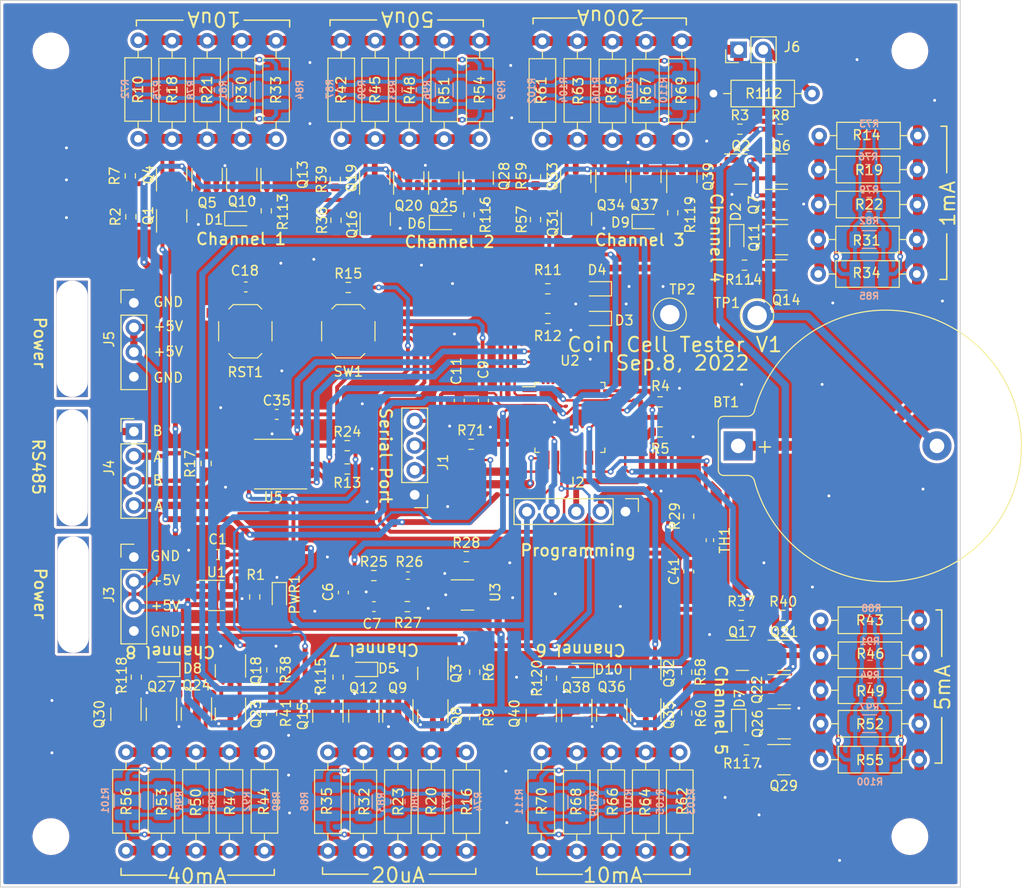
<source format=kicad_pcb>
(kicad_pcb (version 20211014) (generator pcbnew)
  (layers (0 "F.Cu" signal) (31 "B.Cu" signal) (34 "B.Paste" user) (35 "F.Paste" user) (36 "B.SilkS" user "B.Silkscreen") (37 "F.SilkS" user "F.Silkscreen") (38 "B.Mask" user) (39 "F.Mask" user) (44 "Edge.Cuts" user))
  (net 0 "")
  (net 1 "/Battery_Test/COIN+")
  (net 2 "GND")
  (net 3 "+5V")
  (net 4 "Net-(PWR1-Pad2)")
  (net 5 "CH1")
  (net 6 "Net-(Q1-Pad3)")
  (net 7 "CH4")
  (net 8 "+3V3")
  (net 9 "Net-(Q2-Pad3)")
  (net 10 "CH7")
  (net 11 "Net-(Q11-Pad1)")
  (net 12 "Net-(Q10-Pad3)")
  (net 13 "/RESET")
  (net 14 "Net-(Q11-Pad3)")
  (net 15 "Net-(Q12-Pad3)")
  (net 16 "CH2")
  (net 17 "Net-(Q16-Pad3)")
  (net 18 "CH5")
  (net 19 "/TEMPERATURE")
  (net 20 "Net-(D3-Pad2)")
  (net 21 "Net-(D4-Pad2)")
  (net 22 "/UART2 RX")
  (net 23 "/UART2 TX")
  (net 24 "/SWCLK")
  (net 25 "/SWDIO")
  (net 26 "/B")
  (net 27 "/A")
  (net 28 "Net-(Q17-Pad3)")
  (net 29 "CH8")
  (net 30 "Net-(Q18-Pad3)")
  (net 31 "Net-(Q19-Pad2)")
  (net 32 "/LED_RED")
  (net 33 "/LED_GREEN")
  (net 34 "/RS485_EN")
  (net 35 "Net-(Q21-Pad2)")
  (net 36 "Net-(Q23-Pad2)")
  (net 37 "Net-(Q25-Pad3)")
  (net 38 "Net-(Q26-Pad3)")
  (net 39 "Net-(Q27-Pad3)")
  (net 40 "CH3")
  (net 41 "Net-(Q31-Pad3)")
  (net 42 "CH6")
  (net 43 "/RS485_D")
  (net 44 "/RS485_R")
  (net 45 "Net-(Q32-Pad3)")
  (net 46 "Net-(Q33-Pad2)")
  (net 47 "Net-(Q35-Pad2)")
  (net 48 "Net-(Q37-Pad3)")
  (net 49 "Net-(Q38-Pad3)")
  (net 50 "AD_COIN")
  (net 58 "Net-(Q3-Pad3)")
  (net 62 "Net-(Q10-Pad1)")
  (net 63 "Net-(Q12-Pad1)")
  (net 66 "/VREF")
  (net 67 "/REF")
  (net 68 "Net-(R26-Pad1)")
  (net 82 "Net-(BT1-Pad2)")
  (net 83 "Net-(D1-Pad2)")
  (net 84 "Net-(D2-Pad2)")
  (net 85 "Net-(R115-Pad1)")
  (net 86 "Net-(D6-Pad2)")
  (net 87 "Net-(R117-Pad1)")
  (net 88 "Net-(R118-Pad1)")
  (net 89 "Net-(R119-Pad1)")
  (net 90 "Net-(R120-Pad1)")
  (footprint "Connector_PinHeader_2.54mm:PinHeader_1x04_P2.54mm_Vertical" (layer "F.Cu") (at 159.8 144.41)
    (fp_text reference "J3")
    (fp_text value "PWR")
  )
  (footprint "Package_TO_SOT_SMD:SOT-23" (layer "F.Cu") (at 226.8408 154.5336)
    (fp_text reference "Q21")
    (fp_text value "MMBT3904")
  )
  (footprint "Resistor_SMD:R_0603_1608Metric" (layer "F.Cu") (at 160.05 156.795 -90)
    (fp_text reference "R118")
    (fp_text value "1K")
  )
  (footprint "Connector_PinHeader_2.54mm:PinHeader_1x02_P2.54mm_Vertical" (layer "F.Cu") (at 222.14 92.075 90)
    (fp_text reference "J6")
    (fp_text value "BAT")
  )
  (footprint "Resistor_THT:R_Axial_DIN0207_L6.3mm_D2.5mm_P10.16mm_Horizontal" (layer "F.Cu") (at 188.1856 101.295 90)
    (fp_text reference "R48")
    (fp_text value "60K")
  )
  (footprint "Resistor_SMD:R_0603_1608Metric" (layer "F.Cu") (at 216.786 160.491 90)
    (fp_text reference "R60")
    (fp_text value "4.7K")
  )
  (footprint "Resistor_THT:R_Axial_DIN0207_L6.3mm_D2.5mm_P10.16mm_Horizontal" (layer "F.Cu") (at 209.13 101.4022 90)
    (fp_text reference "R65")
    (fp_text value "15K")
  )
  (footprint "Resistor_SMD:R_0603_1608Metric" (layer "F.Cu") (at 201.2052 109.595 90)
    (fp_text reference "R57")
    (fp_text value "4.7K")
  )
  (footprint "Resistor_SMD:R_0603_1608Metric" (layer "F.Cu") (at 167.25 134.745 -90)
    (fp_text reference "R17")
    (fp_text value "10K")
  )
  (footprint "Resistor_SMD:R_0603_1608Metric" (layer "F.Cu") (at 184.5347 146.3146)
    (fp_text reference "R25")
    (fp_text value "10K")
  )
  (footprint "Resistor_THT:R_Axial_DIN0207_L6.3mm_D2.5mm_P10.16mm_Horizontal" (layer "F.Cu") (at 170.9068 101.3063 90)
    (fp_text reference "R30")
    (fp_text value "DNP")
  )
  (footprint "Resistor_THT:R_Axial_DIN0207_L6.3mm_D2.5mm_P10.16mm_Horizontal" (layer "F.Cu") (at 166.2 164.5262 -90)
    (fp_text reference "R50")
    (fp_text value "75")
  )
  (footprint "Resistor_THT:R_Axial_DIN0207_L6.3mm_D2.5mm_P10.16mm_Horizontal" (layer "F.Cu") (at 169.6544 164.5262 -90)
    (fp_text reference "R47")
    (fp_text value "DNP")
  )
  (footprint "Resistor_SMD:R_0603_1608Metric" (layer "F.Cu") (at 215.35 108.895 90)
    (fp_text reference "R119")
    (fp_text value "1K")
  )
  (footprint "LED_SMD:LED_0603_1608Metric" (layer "F.Cu") (at 191.75 109.895)
    (fp_text reference "D6")
    (fp_text value "KT-0603R")
  )
  (footprint "Button_Switch_SMD:SW_SPST_TL3342" (layer "F.Cu") (at 181.9064 121.115 180)
    (fp_text reference "SW1")
    (fp_text value "TS-1187A-B-A-B")
  )
  (footprint "Resistor_THT:R_Axial_DIN0207_L6.3mm_D2.5mm_P10.16mm_Horizontal" (layer "F.Cu") (at 209.0136 164.555 -90)
    (fp_text reference "R66")
    (fp_text value "300")
  )
  (footprint "Resistor_THT:R_Axial_DIN0207_L6.3mm_D2.5mm_P10.16mm_Horizontal" (layer "F.Cu") (at 158.9864 164.5262 -90)
    (fp_text reference "R56")
    (fp_text value "DNP")
  )
  (footprint "Resistor_SMD:R_0603_1608Metric" (layer "F.Cu") (at 173.45 108.695 90)
    (fp_text reference "R113")
    (fp_text value "1K")
  )
  (footprint "Package_TO_SOT_SMD:SOT-23" (layer "F.Cu") (at 205.4576 160.745 -90)
    (fp_text reference "Q38")
    (fp_text value "AO3400A")
  )
  (footprint "TestPoint:TestPoint_Plated_Hole_D2.0mm" (layer "F.Cu") (at 215.05 119.395)
    (fp_text reference "TP2")
    (fp_text value "TestPoint")
  )
  (footprint "Package_TO_SOT_SMD:SOT-23" (layer "F.Cu") (at 187.0136 160.7958 -90)
    (fp_text reference "Q9")
    (fp_text value "2N3906")
  )
  (footprint "Package_TO_SOT_SMD:SOT-23" (layer "F.Cu") (at 209.0644 160.6942 -90)
    (fp_text reference "Q36")
    (fp_text value "2N3906")
  )
  (footprint "Package_TO_SOT_SMD:SOT-23" (layer "F.Cu") (at 169.756 160.6146 -90)
    (fp_text reference "Q23")
    (fp_text value "MMBT3904")
  )
  (footprint "Resistor_SMD:R_0603_1608Metric" (layer "F.Cu") (at 202.85 156.895 -90)
    (fp_text reference "R120")
    (fp_text value "1K")
  )
  (footprint "Package_TO_SOT_SMD:SOT-23" (layer "F.Cu") (at 191.7416 105.3082 90)
    (fp_text reference "Q25")
    (fp_text value "AO3400A")
  )
  (footprint "Package_TO_SOT_SMD:SOT-23" (layer "F.Cu") (at 162.644 160.6146 -90)
    (fp_text reference "Q27")
    (fp_text value "AO3400A")
  )
  (footprint "Resistor_SMD:R_0603_1608Metric" (layer "F.Cu") (at 194.565 132.77)
    (fp_text reference "R71")
    (fp_text value "1K")
  )
  (footprint "Package_TO_SOT_SMD:SOT-23" (layer "F.Cu") (at 163.7 109.215 90)
    (fp_text reference "Q1")
    (fp_text value "MMBT3904")
  )
  (footprint "LED_SMD:LED_0603_1608Metric" (layer "F.Cu") (at 205.75 156.095 180)
    (fp_text reference "D10")
    (fp_text value "KT-0603R")
  )
  (footprint "Resistor_THT:R_Axial_DIN0207_L6.3mm_D2.5mm_P10.16mm_Horizontal" (layer "F.Cu") (at 230.3524 115.2062)
    (fp_text reference "R34")
    (fp_text value "DNP")
  )
  (footprint "Resistor_THT:R_Axial_DIN0207_L6.3mm_D2.5mm_P10.16mm_Horizontal" (layer "F.Cu") (at 230.454 100.9314)
    (fp_text reference "R14")
    (fp_text value "DNP")
  )
  (footprint "Capacitor_SMD:C_0603_1608Metric" (layer "F.Cu") (at 174.5288 129.689)
    (fp_text reference "C35")
    (fp_text value "100nF")
  )
  (footprint "Resistor_SMD:R_0603_1608Metric" (layer "F.Cu") (at 181.8 135.315 180)
    (fp_text reference "R13")
    (fp_text value "10K")
  )
  (footprint "Resistor_THT:R_Axial_DIN0207_L6.3mm_D2.5mm_P10.16mm_Horizontal" (layer "F.Cu") (at 179.8 164.555 -90)
    (fp_text reference "R35")
    (fp_text value "DNP")
  )
  (footprint "Resistor_THT:R_Axial_DIN0207_L6.3mm_D2.5mm_P10.16mm_Horizontal" (layer "F.Cu") (at 174.4628 101.3063 90)
    (fp_text reference "R33")
    (fp_text value "DNP")
  )
  (footprint "LED_SMD:LED_0603_1608Metric" (layer "F.Cu") (at 163.05 155.995 180)
    (fp_text reference "D8")
    (fp_text value "KT-0603R")
  )
  (footprint "Package_TO_SOT_SMD:SOT-23" (layer "F.Cu") (at 216.2928 105.1337 90)
    (fp_text reference "Q39")
    (fp_text value "AO3400A")
  )
  (footprint "Package_TO_SOT_SMD:SOT-23" (layer "F.Cu") (at 205.4216 109.5302 90)
    (fp_text reference "Q31")
    (fp_text value "MMBT3904")
  )
  (footprint "Resistor_SMD:R_0603_1608Metric" (layer "F.Cu") (at 214.05 131.495)
    (fp_text reference "R5")
    (fp_text value "10K")
  )
  (footprint "Package_TO_SOT_SMD:SOT-23" (layer "F.Cu") (at 226.8408 161.5948)
    (fp_text reference "Q26")
    (fp_text value "AO3400A")
  )
  (footprint "Capacitor_SMD:C_0603_1608Metric" (layer "F.Cu") (at 181.396 148.0644 -90)
    (fp_text reference "C6")
    (fp_text value "1uF")
  )
  (footprint "Resistor_THT:R_Axial_DIN0207_L6.3mm_D2.5mm_P10.16mm_Horizontal" (layer "F.Cu") (at 230.6 150.9268)
    (fp_text reference "R43")
    (fp_text value "DNP")
  )
  (footprint "Resistor_THT:R_Axial_DIN0207_L6.3mm_D2.5mm_P10.16mm_Horizontal" (layer "F.Cu") (at 195.45 101.295 90)
    (fp_text reference "R54")
    (fp_text value "DNP")
  )
  (footprint "Resistor_SMD:R_0603_1608Metric" (layer "F.Cu") (at 214.05 128.3962 180)
    (fp_text reference "R4")
    (fp_text value "10K")
  )
  (footprint "Resistor_SMD:R_0603_1608Metric" (layer "F.Cu") (at 180.5656 105.4504 -90)
    (fp_text reference "R39")
    (fp_text value "4.7K")
  )
  (footprint "Resistor_SMD:R_0603_1608Metric" (layer "F.Cu") (at 172.26 148.515 90)
    (fp_text reference "R1")
    (fp_text value "10K")
  )
  (footprint "Resistor_SMD:R_0603_1608Metric" (layer "F.Cu") (at 174.0232 156.0426 -90)
    (fp_text reference "R38")
    (fp_text value "4.7K")
  )
  (footprint "Capacitor_SMD:C_0603_1608Metric" (layer "F.Cu") (at 168.45 144.1462 180)
    (fp_text reference "C1")
    (fp_text value "2.2uF")
  )
  (footprint "Resistor_SMD:R_0603_1608Metric" (layer "F.Cu") (at 194.075 144.365)
    (fp_text reference "R28")
    (fp_text value "6.8K")
  )
  (footprint "Package_TO_SOT_SMD:SOT-23" (layer "F.Cu") (at 163.6932 104.9639 90)
    (fp_text reference "Q4")
    (fp_text value "MMBT3904")
  )
  (footprint "Resistor_THT:R_Axial_DIN0207_L6.3mm_D2.5mm_P10.16mm_Horizontal" (layer "F.Cu") (at 230.3524 111.6502)
    (fp_text reference "R31")
    (fp_text value "DNP")
  )
  (footprint "Package_TO_SOT_SMD:SOT-23" (layer "F.Cu") (at 170.922 104.9408 90)
    (fp_text reference "Q10")
    (fp_text value "AO3400A")
  )
  (footprint "Resistor_THT:R_Axial_DIN0207_L6.3mm_D2.5mm_P10.16mm_Horizontal" (layer "F.Cu") (at 230.6 165.3032)
    (fp_text reference "R55")
    (fp_text value "DNP")
  )
  (footprint "Resistor_THT:R_Axial_DIN0207_L6.3mm_D2.5mm_P10.16mm_Horizontal" (layer "F.Cu") (at 219.55 96.595)
    (fp_text reference "R112")
    (fp_text value "5R")
  )
  (footprint "Resistor_SMD:R_0603_1608Metric" (layer "F.Cu") (at 222.95 164.295)
    (fp_text reference "R117")
    (fp_text value "1K")
  )
  (footprint "LED_SMD:LED_0603_1608Metric" (layer "F.Cu") (at 174.8 148.515 -90)
    (fp_text reference "PWR1")
    (fp_text value "LED")
  )
  (footprint "Package_TO_SOT_SMD:SOT-23" (layer "F.Cu") (at 188.1348 105.3082 90)
    (fp_text reference "Q20")
    (fp_text value "2N3906")
  )
  (footprint "Package_TO_SOT_SMD:SOT-23" (layer "F.Cu") (at 212.5696 156.4039 -90)
    (fp_text reference "Q32")
    (fp_text value "MMBT3904")
  )
  (footprint "MountingHole:MountingHole_3.2mm_M3" (layer "F.Cu") (at 151.25 92.195)
    (fp_text reference "MH1")
    (fp_text value "MountingHole")
  )
  (footprint "Package_TO_SOT_SMD:SOT-23" (layer "F.Cu") (at 167.3508 104.9639 90)
    (fp_text reference "Q5")
    (fp_text value "2N3906")
  )
  (footprint "MountingHole:MountingHole_3.2mm_M3" (layer "F.Cu") (at 239.8 92.195)
    (fp_text reference "MH3")
    (fp_text value "MountingHole")
  )
  (footprint "LED_SMD:LED_0603_1608Metric" (layer "F.Cu") (at 207.55 119.795 180)
    (fp_text reference "D3")
    (fp_text value "KT-0603R")
  )
  (footprint "Battery:BatteryHolder_Keystone_105_1x2430" (layer "F.Cu") (at 222.1 132.935)
    (fp_text reference "BT1")
    (fp_text value "CR2477")
  )
  (footprint "Resistor_SMD:R_0603_1608Metric" (layer "F.Cu") (at 159.4328 105.0893 -90)
    (fp_text reference "R7")
    (fp_text value "4.7K")
  )
  (footprint "Resistor_THT:R_Axial_DIN0207_L6.3mm_D2.5mm_P10.16mm_Horizontal" (layer "F.Cu") (at 194.0748 164.555 -90)
    (fp_text reference "R16")
    (fp_text value "DNP")
  )
  (footprint "Connector_PinHeader_2.54mm:PinHeader_1x04_P2.54mm_Vertical" (layer "F.Cu") (at 188.75 137.985 180)
    (fp_text reference "J1")
    (fp_text value "Serial Port")
  )
  (footprint "Package_TO_SOT_SMD:SOT-23" (layer "F.Cu") (at 169.756 156.1442 -90)
    (fp_text reference "Q18")
    (fp_text value "MMBT3904")
  )
  (footprint "Resistor_SMD:R_0603_1608Metric" (layer "F.Cu") (at 194.9384 160.9482 90)
    (fp_text reference "R9")
    (fp_text value "4.7K")
  )
  (footprint "Resistor_THT:R_Axial_DIN0207_L6.3mm_D2.5mm_P10.16mm_Horizontal" (layer "F.Cu") (at 173.2612 164.5262 -90)
    (fp_text reference "R44")
    (fp_text value "DNP")
  )
  (footprint "Resistor_SMD:R_0603_1608Metric" (layer "F.Cu") (at 181.8 132.915)
    (fp_text reference "R24")
    (fp_text value "10K")
  )
  (footprint "Capacitor_SMD:C_0603_1608Metric" (layer "F.Cu") (at 171.34 116.543 180)
    (fp_text reference "C18")
    (fp_text value "100nF")
  )
  (footprint "Package_TO_SOT_SMD:SOT-23" (layer "F.Cu") (at 212.5844 105.1337 90)
    (fp_text reference "Q37")
    (fp_text value "AO3400A")
  )
  (footprint "Resistor_THT:R_Axial_DIN0207_L6.3mm_D2.5mm_P10.16mm_Horizontal" (layer "F.Cu") (at 163.744 101.3063 90)
    (fp_text reference "R18")
    (fp_text value "DNP")
  )
  (footprint "LED_SMD:LED_0603_1608Metric" (layer "F.Cu") (at 183.45 155.995 180)
    (fp_text reference "D5")
    (fp_text value "KT-0603R")
  )
  (footprint "Package_TO_SOT_SMD:SOT-23" (layer "F.Cu") (at 208.9776 105.1106 90)
    (fp_text reference "Q34")
    (fp_text value "2N3906")
  )
  (footprint "Resistor_SMD:R_0603_1608Metric" (layer "F.Cu") (at 201.2052 105.2 -90)
    (fp_text reference "R59")
    (fp_text value "4.7K")
  )
  (footprint "Package_QFP:LQFP-48_7x7mm_P0.5mm" (layer "F.Cu") (at 204.75 129.995)
    (fp_text reference "U2")
    (fp_text value "STM32G030C8T6")
  )
  (footprint "Resistor_SMD:R_0603_1608Metric" (layer "F.Cu") (at 194.35 109.095 90)
    (fp_text reference "R116")
    (fp_text value "1K")
  )
  (footprint "Package_SO:SOIC-8_3.9x4.9mm_P1.27mm" (layer "F.Cu") (at 174.18 134.815 180)
    (fp_text reference "U5")
    (fp_text value "SN75176BDR")
  )
  (footprint "Resistor_SMD:R_0603_1608Metric" (layer "F.Cu") (at 188 149.515 180)
    (fp_text reference "R27")
    (fp_text value "10K/0.1%")
  )
  (footprint "Resistor_THT:R_Axial_DIN0207_L6.3mm_D2.5mm_P10.16mm_Horizontal" (layer "F.Cu") (at 160.2388 101.2555 90)
    (fp_text reference "R10")
    (fp_text value "DNP")
  )
  (footprint "Connector_PinHeader_2.54mm:PinHeader_1x04_P2.54mm_Vertical" (layer "F.Cu") (at 159.8 118.185)
    (fp_text reference "J5")
    (fp_text value "PWR")
  )
  (footprint "Package_TO_SOT_SMD:SOT-23" (layer "F.Cu") (at 190.6204 160.7958 -90)
    (fp_text reference "Q8")
    (fp_text value "MMBT3904")
  )
  (footprint "Resistor_THT:R_Axial_DIN0207_L6.3mm_D2.5mm_P10.16mm_Horizontal" (layer "F.Cu") (at 230.6 161.5948)
    (fp_text reference "R52")
    (fp_text value "DNP")
  )
  (footprint "Package_TO_SOT_SMD:SOT-23" (layer "F.Cu") (at 212.5696 160.6942 -90)
    (fp_text reference "Q35")
    (fp_text value "MMBT3904")
  )
  (footprint "Button_Switch_SMD:SW_SPST_TL3342" (layer "F.Cu") (at 171.2892 121.115)
    (fp_text reference "RST1")
    (fp_text value "TS-1187A-B-A-B")
  )
  (footprint "Package_TO_SOT_SMD:SOT-23" (layer "F.Cu") (at 201.8 160.745 -90)
    (fp_text reference "Q40")
    (fp_text value "AO3400A")
  )
  (footprint "Package_TO_SOT_SMD:SOT-23" (layer "F.Cu") (at 226.8131 165.3032)
    (fp_text reference "Q29")
    (fp_text value "AO3400A")
  )
  (footprint "Package_TO_SOT_SMD:SOT-23" (layer "F.Cu") (at 174.4628 104.9639 90)
    (fp_text reference "Q13")
    (fp_text value "AO3400A")
  )
  (footprint "Capacitor_SMD:C_0603_1608Metric" (layer "F.Cu") (at 217 145.915 -90)
    (fp_text reference "C41")
    (fp_text value "1uF")
  )
  (footprint "Resistor_THT:R_Axial_DIN0207_L6.3mm_D2.5mm_P10.16mm_Horizontal" (layer "F.Cu") (at 162.644 164.5262 -90)
    (fp_text reference "R53")
    (fp_text value "DNP")
  )
  (footprint "Coin_Cell_Tester:Wire hole" (layer "F.Cu") (at 153.45 135.195)
    (fp_text reference "MH7")
    (fp_text value "MountingHole")
  )
  (footprint "Resistor_SMD:R_0603_1608Metric" (layer "F.Cu") (at 180.6344 109.6668 90)
    (fp_text reference "R36")
    (fp_text value "4.7K")
  )
  (footprint "Resistor_SMD:R_0603_1608Metric" (layer "F.Cu") (at 216.786 156.2746 -90)
    (fp_text reference "R58")
    (fp_text value "4.7K")
  )
  (footprint "Resistor_THT:R_Axial_DIN0207_L6.3mm_D2.5mm_P10.16mm_Horizontal" (layer "F.Cu") (at 183.4576 164.555 -90)
    (fp_text reference "R32")
    (fp_text value "DNP")
  )
  (footprint "LED_SMD:LED_0603_1608Metric" (layer "F.Cu") (at 212.65 109.795)
    (fp_text reference "D9")
    (fp_text value "KT-0603R")
  )
  (footprint "Resistor_SMD:R_0603_1608Metric" (layer "F.Cu") (at 174 160.515 90)
    (fp_text reference "R41")
    (fp_text value "4.7K")
  )
  (footprint "Resistor_THT:R_Axial_DIN0207_L6.3mm_D2.5mm_P10.16mm_Horizontal" (layer "F.Cu") (at 216.2928 101.3514 90)
    (fp_text reference "R69")
    (fp_text value "DNP")
  )
  (footprint "Package_TO_SOT_SMD:SOT-23" (layer "F.Cu") (at 190.6204 156.4039 -90)
    (fp_text reference "Q3")
    (fp_text value "MMBT3904")
  )
  (footprint "Package_TO_SOT_SMD:SOT-23" (layer "F.Cu") (at 158.9864 160.6146 -90)
    (fp_text reference "Q30")
    (fp_text value "AO3400A")
  )
  (footprint "Connector_PinHeader_2.54mm:PinHeader_1x05_P2.54mm_Vertical" (layer "F.Cu") (at 210.48 139.715 -90)
    (fp_text reference "J2")
    (fp_text value "Programming")
  )
  (footprint "LED_SMD:LED_0603_1608Metric" (layer "F.Cu") (at 207.55 116.7328 180)
    (fp_text reference "D4")
    (fp_text value "19-217/GHC-YR1S2/3T")
  )
  (footprint "Package_TO_SOT_SMD:SOT-23" (layer "F.Cu") (at 205.3556 105.1383 90)
    (fp_text reference "Q33")
    (fp_text value "MMBT3904")
  )
  (footprint "Resistor_SMD:R_0603_1608Metric" (layer "F.Cu") (at 222.75 114.295)
    (fp_text reference "R114")
    (fp_text value "1K")
  )
  (footprint "Package_TO_SOT_SMD:SOT-23" (layer "F.Cu") (at 226.5424 104.3858)
    (fp_text reference "Q6")
    (fp_text value "MMBT3904")
  )
  (footprint "Resistor_THT:R_Axial_DIN0207_L6.3mm_D2.5mm_P10.16mm_Horizontal" (layer "F.Cu") (at 167.3508 101.3063 90)
    (fp_text reference "R21")
    (fp_text value "300K")
  )
  (footprint "Resistor_THT:R_Axial_DIN0207_L6.3mm_D2.5mm_P10.16mm_Horizontal" (layer "F.Cu") (at 230.6 158.1404)
    (fp_text reference "R49")
    (fp_text value "600")
  )
  (footprint "Resistor_SMD:R_0603_1608Metric" (layer "F.Cu") (at 194.9384 156.2746 -90)
    (fp_text reference "R6")
    (fp_text value "4.7K")
  )
  (footprint "Package_TO_SOT_SMD:SOT-23" (layer "F.Cu") (at 184.6804 109.5477 90)
    (fp_text reference "Q16")
    (fp_text value "MMBT3904")
  )
  (footprint "Resistor_SMD:R_0603_1608Metric" (layer "F.Cu") (at 181.9064 116.5938)
    (fp_text reference "R15")
    (fp_text value "10K")
  )
  (footprint "Package_TO_SOT_SMD:SOT-23" (layer "F.Cu") (at 184.6296 105.3082 90)
    (fp_text reference "Q19")
    (fp_text value "MMBT3904")
  )
  (footprint "Resistor_SMD:R_0603_1608Metric" (layer "F.Cu") (at 217 140.2 90)
    (fp_text reference "R29")
    (fp_text value "4.7K")
  )
  (footprint "MountingHole:MountingHole_3.2mm_M3" (layer "F.Cu") (at 239.8 173.235)
    (fp_text reference "MH4")
    (fp_text value "MountingHole")
  )
  (footprint "Package_TO_SOT_SMD:SOT-23" (layer "F.Cu") (at 179.8 160.7958 -90)
    (fp_text reference "Q15")
    (fp_text value "AO3400A")
  )
  (footprint "TestPoint:TestPoint_Plated_Hole_D2.0mm" (layer "F.Cu") (at 224.05 119.495)
    (fp_text reference "TP1")
    (fp_text value "TestPoint")
  )
  (footprint "Coin_Cell_Tester:Wire hole" (layer "F.Cu") (at 153.55 148.295)
    (fp_text reference "MH6")
    (fp_text value "MountingHole")
  )
  (footprint "Resistor_THT:R_Axial_DIN0207_L6.3mm_D2.5mm_P10.16mm_Horizontal" (layer "F.Cu") (at 230.6 154.5336)
    (fp_text reference "R46")
    (fp_text value "DNP")
  )
  (footprint "Package_TO_SOT_SMD:SOT-23" (layer "F.Cu") (at 195.2976 105.3082 90)
    (fp_text reference "Q28")
    (fp_text value "AO3400A")
  )
  (footprint "LED_SMD:LED_0603_1608Metric" (layer "F.Cu") (at 222.15 161.595 -90)
    (fp_text reference "D7")
    (fp_text value "KT-0603R")
  )
  (footprint "Resistor_THT:R_Axial_DIN0207_L6.3mm_D2.5mm_P10.16mm_Horizontal" (layer "F.Cu") (at 187.0136 164.555 -90)
    (fp_text reference "R23")
    (fp_text value "150")
  )
  (footprint "Resistor_THT:R_Axial_DIN0207_L6.3mm_D2.5mm_P10.16mm_Horizontal" (layer "F.Cu") (at 191.7924 101.295 90)
    (fp_text reference "R51")
    (fp_text value "DNP")
  )
  (footprint "Resistor_SMD:R_0603_1608Metric" (layer "F.Cu") (at 202.47 119.795)
    (fp_text reference "R12")
    (fp_text value "1.5K")
  )
  (footprint "Connector_PinHeader_2.54mm:PinHeader_1x04_P2.54mm_Vertical" (layer "F.Cu") (at 159.8 131.455)
    (fp_text reference "J4")
    (fp_text value "RS485")
  )
  (footprint "Resistor_THT:R_Axial_DIN0207_L6.3mm_D2.5mm_P10.16mm_Horizontal" (layer "F.Cu") (at 205.4576 164.6058 -90)
    (fp_text reference "R68")
    (fp_text value "DNP")
  )
  (footprint "Package_TO_SOT_SMD:SOT-23-5" (layer "F.Cu") (at 168.3175 148.3626)
    (fp_text reference "U1")
    (fp_text value "ME6211C33")
  )
  (footprint "Package_TO_SOT_SMD:SOT-23" (layer "F.Cu") (at 226.5655 111.6654)
    (fp_text reference "Q11")
    (fp_text value "AO3400A")
  )
  (footprint "Resistor_THT:R_Axial_DIN0207_L6.3mm_D2.5mm_P10.16mm_Horizontal" (layer "F.Cu") (at 230.4032 108.0434)
    (fp_text reference "R22")
    (fp_text value "3K")
  )
  (footprint "Resistor_THT:R_Axial_DIN0207_L6.3mm_D2.5mm_P10.16mm_Horizontal" (layer "F.Cu") (at 201.9164 101.3514 90)
    (fp_text reference "R61")
    (fp_text value "DNP")
  )
  (footprint "Resistor_SMD:R_0603_1608Metric" (layer "F.Cu") (at 202.47 116.7328)
    (fp_text reference "R11")
    (fp_text value "470")
  )
  (footprint "Coin_Cell_Tester:Wire hole" (layer "F.Cu") (at 153.45 121.895)
    (fp_text reference "MH5")
    (fp_text value "MountingHole")
  )
  (footprint "Package_TO_SOT_SMD:SOT-23" (layer "F.Cu") (at 183.5084 160.7958 -90)
    (fp_text reference "Q12")
    (fp_text value "AO3400A")
  )
  (footprint "LED_SMD:LED_0603_1608Metric" (layer "F.Cu") (at 170.65 109.495)
    (fp_text reference "D1")
    (fp_text value "KT-0603R")
  )
  (footprint "Package_TO_SOT_SMD:SOT-23" (layer "F.Cu") (at 222.5228 154.5336)
    (fp_text reference "Q17")
    (fp_text value "MMBT3904")
  )
  (footprint "Resistor_SMD:R_0603_1608Metric" (layer "F.Cu") (at 226.4408 100.271 180)
    (fp_text reference "R8")
    (fp_text value "4.7K")
  )
  (footprint "Resistor_THT:R_Axial_DIN0207_L6.3mm_D2.5mm_P10.16mm_Horizontal" (layer "F.Cu") (at 212.5844 101.4022 90)
    (fp_text reference "R67")
    (fp_text value "DNP")
  )
  (footprint "Resistor_THT:R_Axial_DIN0207_L6.3mm_D2.5mm_P10.16mm_Horizontal" (layer "F.Cu") (at 201.8 164.555 -90)
    (fp_text reference "R70")
    (fp_text value "DNP")
  )
  (footprint "LED_SMD:LED_0603_1608Metric" (layer "F.Cu") (at 221.95 111.595 -90)
    (fp_text reference "D2")
    (fp_text value "KT-0603R")
  )
  (footprint "Package_TO_SOT_SMD:SOT-23" (layer "F.Cu") (at 226.4916 115.3078)
    (fp_text reference "Q14")
    (fp_text value "AO3400A")
  )
  (footprint "Resistor_THT:R_Axial_DIN0207_L6.3mm_D2.5mm_P10.16mm_Horizontal" (layer "F.Cu") (at 190.468 164.555 -90)
    (fp_text reference "R20")
    (fp_text value "DNP")
  )
  (footprint "Resistor_SMD:R_0603_1608Metric" (layer "F.Cu") (at 222.4212 150.4188)
    (fp_text reference "R37")
    (fp_text value "4.7K")
  )
  (footprint "Resistor_THT:R_Axial_DIN0207_L6.3mm_D2.5mm_P10.16mm_Horizontal" (layer "F.Cu") (at 181.1752 101.295 90)
    (fp_text reference "R42")
    (fp_text value "DNP")
  )
  (footprint "Capacitor_SMD:C_0603_1608Metric" (layer "F.Cu") (at 184.5456 149.515 180)
    (fp_text reference "C7")
    (fp_text value "100nF")
  )
  (footprint "Package_TO_SOT_SMD:SOT-23" (layer "F.Cu") (at 226.8408 158.0896)
    (fp_text reference "Q22")
    (fp_text value "2N3906")
  )
  (footprint "Resistor_THT:R_Axial_DIN0207_L6.3mm_D2.5mm_P10.16mm_Horizontal" (layer "F.Cu") (at 184.6736 101.2834 90)
    (fp_text reference "R45")
    (fp_text value "DNP")
  )
  (footprint "Package_TO_SOT_SMD:SOT-23" (layer "F.Cu") (at 222.3768 104.3858)
    (fp_text reference "Q2")
    (fp_text value "MMBT3904")
  )
  (footprint "Resistor_THT:R_Axial_DIN0207_L6.3mm_D2.5mm_P10.16mm_Horizontal" (layer "F.Cu") (at 205.5232 101.3514 90)
    (fp_text reference "R63")
    (fp_text value "DNP")
  )
  (footprint "Package_TO_SOT_SMD:SOT-23" (layer "F.Cu") (at 226.5424 108.0434)
    (fp_text reference "Q7")
    (fp_text value "2N3906")
  )
  (footprint "Capacitor_SMD:C_0603_1608Metric" (layer "F.Cu") (at 195.835 128.27 -90)
    (fp_text reference "C9")
    (fp_text value "100nF")
  )
  (footprint "Capacitor_SMD:C_0603_1608Metric" (layer "F.Cu") (at 193.3458 128.262 -90)
    (fp_text reference "C11")
    (fp_text value "4.7uF")
  )
  (footprint "MountingHole:MountingHole_3.2mm_M3" (layer "F.Cu") (at 151.25 173.235)
    (fp_text reference "MH2")
    (fp_text value "MountingHole")
  )
  (footprint "Resistor_SMD:R_0603_1608Metric" (layer "F.Cu") (at 180.85 156.795 -90)
    (fp_text reference "R115")
    (fp_text value "1K")
  )
  (footprint "Resistor_SMD:R_0603_1608Metric" (layer "F.Cu") (at 226.6884 150.4188 180)
    (fp_text reference "R40")
    (fp_text value "4.7K")
  )
  (footprint "Resistor_THT:R_Axial_DIN0207_L6.3mm_D2.5mm_P10.16mm_Horizontal" (layer "F.Cu") (at 212.5696 164.555 -90)
    (fp_text reference "R64")
    (fp_text value "DNP")
  )
  (footprint "Resistor_THT:R_Axial_DIN0207_L6.3mm_D2.5mm_P10.16mm_Horizontal" (layer "F.Cu") (at 216.0748 164.555 -90)
    (fp_text reference "R62")
    (fp_text value "DNP")
  )
  (footprint "Resistor_SMD:R_0402_1005Metric" (layer "F.Cu") (at 188.0508 146.3146 180)
    (fp_text reference "R26")
    (fp_text value "2.8K/0.1%")
  )
  (footprint "Package_TO_SOT_SMD:SOT-23" (layer "F.Cu") (at 166.2508 160.5915 -90)
    (fp_text reference "Q24")
    (fp_text value "2N3906")
  )
  (footprint "Resistor_SMD:R_0402_1005Metric" (layer "F.Cu") (at 219.1844 142.6638 -90)
    (fp_text reference "TH1")
    (fp_text value "100k 1% NTC")
  )
  (footprint "Resistor_SMD:R_0603_1608Metric" (layer "F.Cu") (at 222.2752 100.271)
    (fp_text reference "R3")
    (fp_text value "4.7K")
  )
  (footprint "Resistor_SMD:R_0603_1608Metric" (layer "F.Cu") (at 159.4904 109.3051 90)
    (fp_text reference "R2")
    (fp_text value "4.7K")
  )
  (footprint "Resistor_THT:R_Axial_DIN0207_L6.3mm_D2.5mm_P10.16mm_Horizontal" (layer "F.Cu") (at 230.4032 104.4366)
    (fp_text reference "R19")
    (fp_text value "DNP")
  )
  (footprint "Package_TO_SOT_SMD:SOT-23" (layer "F.Cu") (at 194.1875 148.315)
    (fp_text reference "U3")
    (fp_text value "CJ431")
  )
  (footprint "Resistor_SMD:R_1210_3225Metric" (layer "B.Cu") (at 201.8 169.635 -90)
    (fp_text reference "R111")
    (fp_text value "DNP")
  )
  (footprint "Resistor_SMD:R_1210_3225Metric" (layer "B.Cu") (at 174.4628 96.2263 90)
    (fp_text reference "R84")
    (fp_text value "DNP")
  )
  (footprint "Resistor_SMD:R_1206_3216Metric" (layer "B.Cu") (at 191.7924 96.215 90)
    (fp_text reference "R96")
    (fp_text value "DNP")
  )
  (footprint "Resistor_SMD:R_1206_3216Metric" (layer "B.Cu") (at 170.9068 96.2263 90)
    (fp_text reference "R81")
    (fp_text value "DNP")
  )
  (footprint "Resistor_SMD:R_1210_3225Metric" (layer "B.Cu") (at 159.1284 169.515 -90)
    (fp_text reference "R101")
    (fp_text value "DNP")
  )
  (footprint "Resistor_SMD:R_0402_1005Metric" (layer "B.Cu") (at 235.68 150.9268)
    (fp_text reference "R88")
    (fp_text value "DNP")
  )
  (footprint "Resistor_SMD:R_1206_3216Metric" (layer "B.Cu") (at 183.4576 169.635 -90)
    (fp_text reference "R83")
    (fp_text value "DNP")
  )
  (footprint "Resistor_SMD:R_0805_2012Metric" (layer "B.Cu") (at 209.0136 169.635 -90)
    (fp_text reference "R107")
    (fp_text value "DNP")
  )
  (footprint "Resistor_SMD:R_1210_3225Metric" (layer "B.Cu") (at 179.8 169.635 -90)
    (fp_text reference "R86")
    (fp_text value "DNP")
  )
  (footprint "Resistor_SMD:R_1210_3225Metric" (layer "B.Cu") (at 216.6 96.2714 90)
    (fp_text reference "R110")
    (fp_text value "DNP")
  )
  (footprint "Resistor_SMD:R_1210_3225Metric" (layer "B.Cu") (at 235.68 165.3032)
    (fp_text reference "R100")
    (fp_text value "DNP")
  )
  (footprint "Resistor_SMD:R_0805_2012Metric" (layer "B.Cu") (at 187.0136 169.635 -90)
    (fp_text reference "R80")
    (fp_text value "DNP")
  )
  (footprint "Resistor_SMD:R_0805_2012Metric" (layer "B.Cu") (at 167.3508 96.2263 90)
    (fp_text reference "R78")
    (fp_text value "DNP")
  )
  (footprint "Resistor_SMD:R_0603_1608Metric" (layer "B.Cu") (at 212.5696 169.635 -90)
    (fp_text reference "R105")
    (fp_text value "DNP")
  )
  (footprint "Resistor_SMD:R_1206_3216Metric" (layer "B.Cu") (at 212.6 96.315 90)
    (fp_text reference "R108")
    (fp_text value "DNP")
  )
  (footprint "Resistor_SMD:R_0402_1005Metric" (layer "B.Cu") (at 216.0636 169.6238 -90)
    (fp_text reference "R103")
    (fp_text value "DNP")
  )
  (footprint "Resistor_SMD:R_0402_1005Metric" (layer "B.Cu") (at 235.6 100.915)
    (fp_text reference "R73")
    (fp_text value "DNP")
  )
  (footprint "Resistor_SMD:R_1210_3225Metric" (layer "B.Cu") (at 235.6 115.2062)
    (fp_text reference "R85")
    (fp_text value "DNP")
  )
  (footprint "Resistor_SMD:R_1210_3225Metric" (layer "B.Cu") (at 195.45 96.215 90)
    (fp_text reference "R99")
    (fp_text value "DNP")
  )
  (footprint "Resistor_SMD:R_0402_1005Metric" (layer "B.Cu") (at 201.9164 96.2714 90)
    (fp_text reference "R102")
    (fp_text value "DNP")
  )
  (footprint "Resistor_SMD:R_0402_1005Metric" (layer "B.Cu") (at 194.0748 169.635 -90)
    (fp_text reference "R74")
    (fp_text value "DNP")
  )
  (footprint "Resistor_SMD:R_0805_2012Metric" (layer "B.Cu") (at 188.1856 96.215 90)
    (fp_text reference "R93")
    (fp_text value "DNP")
  )
  (footprint "Resistor_SMD:R_1206_3216Metric" (layer "B.Cu") (at 205.4576 169.6858 -90)
    (fp_text reference "R109")
    (fp_text value "DNP")
  )
  (footprint "Resistor_SMD:R_0805_2012Metric" (layer "B.Cu") (at 235.6 108.0434)
    (fp_text reference "R79")
    (fp_text value "DNP")
  )
  (footprint "Resistor_SMD:R_1206_3216Metric" (layer "B.Cu") (at 235.63 161.5904)
    (fp_text reference "R97")
    (fp_text value "DNP")
  )
  (footprint "Resistor_SMD:R_0402_1005Metric" (layer "B.Cu") (at 181.1752 96.215 90)
    (fp_text reference "R87")
    (fp_text value "DNP")
  )
  (footprint "Resistor_SMD:R_1206_3216Metric" (layer "B.Cu") (at 235.6 111.6502)
    (fp_text reference "R82")
    (fp_text value "DNP")
  )
  (footprint "Resistor_SMD:R_0603_1608Metric" (layer "B.Cu") (at 169.6544 169.6062 -90)
    (fp_text reference "R92")
    (fp_text value "DNP")
  )
  (footprint "Resistor_SMD:R_0603_1608Metric" (layer "B.Cu") (at 205.5232 96.2714 90)
    (fp_text reference "R104")
    (fp_text value "DNP")
  )
  (footprint "Resistor_SMD:R_0603_1608Metric" (layer "B.Cu") (at 163.744 96.2263 90)
    (fp_text reference "R75")
    (fp_text value "DNP")
  )
  (footprint "Resistor_SMD:R_0603_1608Metric" (layer "B.Cu") (at 190.468 169.635 -90)
    (fp_text reference "R77")
    (fp_text value "DNP")
  )
  (footprint "Resistor_SMD:R_0603_1608Metric" (layer "B.Cu") (at 184.6736 96.2034 90)
    (fp_text reference "R90")
    (fp_text value "DNP")
  )
  (footprint "Resistor_SMD:R_0402_1005Metric" (layer "B.Cu") (at 173.2612 169.6062 -90)
    (fp_text reference "R89")
    (fp_text value "DNP")
  )
  (footprint "Resistor_SMD:R_0805_2012Metric" (layer "B.Cu") (at 166.2 169.6062 -90)
    (fp_text reference "R95")
    (fp_text value "DNP")
  )
  (footprint "Resistor_SMD:R_0603_1608Metric" (layer "B.Cu") (at 235.4832 104.4366)
    (fp_text reference "R76")
    (fp_text value "DNP")
  )
  (footprint "Resistor_SMD:R_0805_2012Metric" (layer "B.Cu") (at 235.68 158.1404)
    (fp_text reference "R94")
    (fp_text value "DNP")
  )
  (footprint "Resistor_SMD:R_0402_1005Metric" (layer "B.Cu") (at 160.2388 96.1755 90)
    (fp_text reference "R72")
    (fp_text value "DNP")
  )
  (footprint "Resistor_SMD:R_0603_1608Metric" (layer "B.Cu") (at 235.68 154.5336)
    (fp_text reference "R91")
    (fp_text value "DNP")
  )
  (footprint "Resistor_SMD:R_0805_2012Metric" (layer "B.Cu") (at 209.13 96.3222 90)
    (fp_text reference "R106")
    (fp_text value "DNP")
  )
  (footprint "Resistor_SMD:R_1206_3216Metric" (layer "B.Cu") (at 162.7284 169.515 -90)
    (fp_text reference "R98")
    (fp_text value "DNP")
  )
  (gr_line (start 206.03 177.135) (end 201.33 177.135) (layer "F.SilkS") (width 0.15))
  (gr_line (start 174.2784 177.215) (end 169.4784 177.215) (layer "F.SilkS") (width 0.15))
  (gr_line (start 243.0856 149.8588) (end 243.0856 154.6588) (layer "F.SilkS") (width 0.15))
  (gr_line (start 171.1604 89.0263) (end 175.8604 89.0263) (layer "F.SilkS") (width 0.15))
  (gr_line (start 212.2288 88.815) (end 216.75 88.815) (layer "F.SilkS") (width 0.15))
  (gr_line (start 195.05 176.515) (end 195.05 177.115) (layer "F.SilkS") (width 0.15))
  (gr_line (start 243.6 111.065) (end 243.6 115.765) (layer "F.SilkS") (width 0.15))
  (gr_line (start 163.1784 177.215) (end 158.4784 177.215) (layer "F.SilkS") (width 0.15))
  (gr_line (start 217.13 177.135) (end 212.33 177.135) (layer "F.SilkS") (width 0.15))
  (gr_line (start 160.0604 89.0263) (end 164.8604 89.0263) (layer "F.SilkS") (width 0.15))
  (gr_line (start 200.95 89.415) (end 200.95 88.815) (layer "F.SilkS") (width 0.15))
  (gr_line (start 243.0856 165.6588) (end 242.3856 165.6588) (layer "F.SilkS") (width 0.15))
  (gr_line (start 200.95 88.815) (end 205.4724 88.8038) (layer "F.SilkS") (width 0.15))
  (gr_line (start 242.4856 149.8588) (end 243.0856 149.8588) (layer "F.SilkS") (width 0.15))
  (gr_line (start 243 99.965) (end 243.6 99.965) (layer "F.SilkS") (width 0.15))
  (gr_line (start 217.13 176.535) (end 217.13 177.135) (layer "F.SilkS") (width 0.15))
  (gr_line (start 195.05 177.115) (end 190.25 177.115) (layer "F.SilkS") (width 0.15))
  (gr_line (start 191.1236 89.0034) (end 195.8236 89.0034) (layer "F.SilkS") (width 0.15))
  (gr_line (start 175.8604 89.0263) (end 175.8604 89.7263) (layer "F.SilkS") (width 0.15))
  (gr_line (start 158.4784 177.215) (end 158.4784 176.515) (layer "F.SilkS") (width 0.15))
  (gr_line (start 183.95 177.115) (end 179.25 177.115) (layer "F.SilkS") (width 0.15))
  (gr_line (start 243.6 99.965) (end 243.6 104.765) (layer "F.SilkS") (width 0.15))
  (gr_line (start 243.0856 160.9588) (end 243.0856 165.6588) (layer "F.SilkS") (width 0.15))
  (gr_line (start 195.8236 89.0034) (end 195.8236 89.7034) (layer "F.SilkS") (width 0.15))
  (gr_line (start 201.33 177.135) (end 201.33 176.435) (layer "F.SilkS") (width 0.15))
  (gr_line (start 179.25 177.115) (end 179.25 176.415) (layer "F.SilkS") (width 0.15))
  (gr_line (start 180.0236 89.0034) (end 184.8236 89.0034) (layer "F.SilkS") (width 0.15))
  (gr_line (start 180.0236 89.6034) (end 180.0236 89.0034) (layer "F.SilkS") (width 0.15))
  (gr_line (start 216.75 88.815) (end 216.75 89.515) (layer "F.SilkS") (width 0.15))
  (gr_line (start 243.6 115.765) (end 242.9 115.765) (layer "F.SilkS") (width 0.15))
  (gr_line (start 174.2784 176.615) (end 174.2784 177.215) (layer "F.SilkS") (width 0.15))
  (gr_line (start 160.0604 89.6263) (end 160.0604 89.0263) (layer "F.SilkS") (width 0.15))
  (gr_line (start 245 178.435) (end 146.05 178.435) (layer "Edge.Cuts") (width 0.1))
  (gr_line (start 245 86.995) (end 245 178.435) (layer "Edge.Cuts") (width 0.1))
  (gr_line (start 245 86.995) (end 146.05 86.995) (layer "Edge.Cuts") (width 0.1))
  (gr_line (start 146.05 86.995) (end 146.05 178.435) (layer "Edge.Cuts") (width 0.1))
  (gr_text "10mA" (at 209.1636 177.2238) (layer "F.SilkS") (effects (font (size 1.5 1.5) (thickness 0.2))))
  (gr_text "1mA" (at 243.7 107.965 90) (layer "F.SilkS") (effects (font (size 1.5 1.5) (thickness 0.2))))
  (gr_text "GND" (at 163.05 152.095) (layer "F.SilkS") (effects (font (size 1 1))))
  (gr_text "Channel 3\n" (at 211.95 111.695) (layer "F.SilkS") (effects (font (size 1.2 1.2) (thickness 0.2))))
  (gr_text "+5V" (at 163.35 123.195) (layer "F.SilkS") (effects (font (size 1 1))))
  (gr_text "Channel 7\n\n" (at 184.55 152.995 180) (layer "F.SilkS") (effects (font (size 1.2 1.2) (thickness 0.2))))
  (gr_text "+5V" (at 163.05 149.395) (layer "F.SilkS") (effects (font (size 1 1))))
  (gr_text "200uA" (at 208.95 88.715 180) (layer "F.SilkS") (effects (font (size 1.5 1.5) (thickness 0.2))))
  (gr_text "GND" (at 163.35 118.095) (layer "F.SilkS") (effects (font (size 1 1))))
  (gr_text "Channel 4\n" (at 219.85 111.495 270) (layer "F.SilkS") (effects (font (size 1.2 1.2) (thickness 0.2))))
  (gr_text "Programming\n" (at 205.6 143.715) (layer "F.SilkS") (effects (font (size 1.2 1.2) (thickness 0.2))))
  (gr_text "20uA" (at 187.0412 177.215) (layer "F.SilkS") (effects (font (size 1.5 1.5) (thickness 0.2))))
  (gr_text "A" (at 162.35 139.095) (layer "F.SilkS") (effects (font (size 1 1))))
  (gr_text "Coin Cell Tester V1" (at 215.55 122.495) (layer "F.SilkS") (effects (font (size 1.5 1.5) (thickness 0.2))))
  (gr_text "Channel 1\n" (at 170.85 111.595) (layer "F.SilkS") (effects (font (size 1.2 1.2) (thickness 0.2))))
  (gr_text "+5V" (at 163.05 146.795) (layer "F.SilkS") (effects (font (size 1 1))))
  (gr_text "Serial Port\n" (at 185.75 133.935 270) (layer "F.SilkS") (effects (font (size 1.2 1.2) (thickness 0.2))))
  (gr_text "5mA" (at 243.1856 157.8588 90) (layer "F.SilkS") (effects (font (size 1.5 1.5) (thickness 0.2))))
  (gr_text "+5V" (at 163.35 120.595) (layer "F.SilkS") (effects (font (size 1 1))))
  (gr_text "40mA" (at 166.2784 177.315) (layer "F.SilkS") (effects (font (size 1.5 1.5) (thickness 0.2))))
  (gr_text "B" (at 162.25 131.395) (layer "F.SilkS") (effects (font (size 1 1))))
  (gr_text "Channel 5\n\n" (at 219.35 160.195 270) (layer "F.SilkS") (effects (font (size 1.2 1.2) (thickness 0.2))))
  (gr_text "GND" (at 163.35 125.895) (layer "F.SilkS") (effects (font (size 1 1))))
  (gr_text "Channel 2\n" (at 192.35 111.895) (layer "F.SilkS") (effects (font (size 1.2 1.2) (thickness 0.2))))
  (gr_text "A" (at 162.25 134.095) (layer "F.SilkS") (effects (font (size 1 1))))
  (gr_text "50uA" (at 188.0236 88.9034 180) (layer "F.SilkS") (effects (font (size 1.5 1.5) (thickness 0.2))))
  (gr_text "Power\n" (at 150.114 122.301 270) (layer "F.SilkS") (effects (font (size 1.2 1.2) (thickness 0.2))))
  (gr_text "B" (at 162.25 136.495) (layer "F.SilkS") (effects (font (size 1 1))))
  (gr_text "Channel 8\n" (at 163.55 154.195 180) (layer "F.SilkS") (effects (font (size 1.2 1.2) (thickness 0.2))))
  (gr_text "10uA" (at 168.0604 88.9263 180) (layer "F.SilkS") (effects (font (size 1.5 1.5) (thickness 0.2))))
  (gr_text "GND" (at 163.05 144.295) (layer "F.SilkS") (effects (font (size 1 1))))
  (gr_text "RS485" (at 149.95 135.095 270) (layer "F.SilkS") (effects (font (size 1.2 1.2) (thickness 0.2))))
  (gr_text "Channel 6\n" (at 205.85 153.995 180) (layer "F.SilkS") (effects (font (size 1.2 1.2) (thickness 0.2))))
  (gr_text "Sep.8, 2022" (at 216.35 124.395) (layer "F.SilkS") (effects (font (size 1.5 1.5) (thickness 0.2))))
  (gr_text "Power\n" (at 150.15 148.195 270) (layer "F.SilkS") (effects (font (size 1.2 1.2) (thickness 0.2))))
  (segment (start 222.14 92.075) (end 222.14 96.385) (width 1) (layer "F.Cu") (net 1))
  (segment (start 203.6 173.015) (end 206.9 173.015) (width 0.4) (layer "F.Cu") (net 1))
  (segment (start 240.76 144.605) (end 235.99 139.835) (width 1) (layer "F.Cu") (net 1))
  (segment (start 216.0748 174.715) (end 228.23 174.715) (width 1) (layer "F.Cu") (net 1))
  (segment (start 224.15 98.395) (end 239.75 98.395) (width 1) (layer "F.Cu") (net 1))
  (segment (start 177.45 153.595) (end 177.45 174.195) (width 0.5) (layer "F.Cu") (net 1))
  (segment (start 235.99 139.835) (end 235.99 132.935) (width 1) (layer "F.Cu") (net 1))
  (segment (start 207.3 174.715) (end 216.0748 174.715) (width 1) (layer "F.Cu") (net 1))
  (segment (start 238.8 110.215) (end 239.214 109.801) (width 0.4) (layer "F.Cu") (net 1))
  (segment (start 184.7 173.015) (end 185.1 173.415) (width 0.4) (layer "F.Cu") (net 1))
  (segment (start 239.75 98.395) (end 240.614 99.259) (width 1) (layer "F.Cu") (net 1))
  (segment (start 163.9 173.015) (end 164.3 173.415) (width 0.4) (layer "F.Cu") (net 1))
  (segment (start 240.5124 128.2326) (end 240.5124 115.2062) (width 1) (layer "F.Cu") (net 1))
  (segment (start 190.35 93.095) (end 190.05 92.795) (width 0.4) (layer "F.Cu") (net 1))
  (segment (start 222.14 96.385) (end 224.15 98.395) (width 1) (layer "F.Cu") (net 1))
  (segment (start 177.45 174.195) (end 176.9588 174.6862) (width 0.25) (layer "F.Cu") (net 1))
  (segment (start 240.614 99.259) (end 240.614 101.631) (width 1) (layer "F.Cu") (net 1))
  (segment (start 169.15 91.196) (end 169.2505 91.0955) (width 0.4) (layer "F.Cu") (net 1))
  (segment (start 238.8 113.415) (end 238.8 110.215) (width 0.4) (layer "F.Cu") (net 1))
  (segment (start 240.614 101.631) (end 240.614 109.801) (width 1) (layer "F.Cu") (net 1))
  (segment (start 160.9 173.015) (end 163.9 173.015) (width 0.4) (layer "F.Cu") (net 1))
  (segment (start 240.76 150.9268) (end 240.76 160.175) (width 1) (layer "F.Cu") (net 1))
  (segment (start 235.99 132.755) (end 240.5124 128.2326) (width 1) (layer "F.Cu") (net 1))
  (segment (start 195.45 91.135) (end 201.86 91.135) (width 1) (layer "F.Cu") (net 1))
  (segment (start 210.8764 91.1914) (end 216.2928 91.1914) (width 1) (layer "F.Cu") (net 1))
  (segment (start 201.86 91.135) (end 201.9164 91.1914) (width 1) (layer "F.Cu") (net 1))
  (segment (start 190.05 92.795) (end 190.05 91.395) (width 0.4) (layer "F.Cu") (net 1))
  (segment (start 210.8764 92.9914) (end 210.8764 91.1914) (width 0.4) (layer "F.Cu") (net 1))
  (segment (start 193.65 93.095) (end 190.35 93.095) (width 0.4) (layer "F.Cu") (net 1))
  (segment (start 185.1 173.415) (end 185.1 174.715) (width 0.4) (layer "F.Cu") (net 1))
  (segment (start 238.9 160.415) (end 239.3 160.015) (width 0.4) (layer "F.Cu") (net 1))
  (segment (start 173.2612 174.6862) (end 176.9588 174.6862) (width 1) (layer "F.Cu") (net 1))
  (segment (start 160.2388 91.0955) (end 169.2505 91.0955) (width 1) (layer "F.Cu") (net 1))
  (segment (start 222.1 132.935) (end 235.99 132.935) (width 1) (layer "F.Cu") (net 1))
  (segment (start 179.7712 174.6862) (end 179.8 174.715) (width 1) (layer "F.Cu") (net 1))
  (segment (start 176.9588 174.6862) (end 179.7712 174.6862) (width 1) (layer "F.Cu") (net 1))
  (segment (start 193.74 132.77) (end 193.74 133.585) (width 0.25) (layer "F.Cu") (net 1))
  (segment (start 239.214 109.801) (end 240.614 109.801) (width 0.4) (layer "F.Cu") (net 1))
  (segment (start 185.1 174.715) (end 194.0748 174.715) (width 1) (layer "F.Cu") (net 1))
  (segment (start 194.55 134.395) (end 196.55 134.395) (width 0.25) (layer "F.Cu") (net 1))
  (segment (start 181.1752 91.135) (end 190.31 91.135) (width 1) (layer "F.Cu") (net 1))
  (segment (start 179.8 174.715) (end 185.1 174.715) (width 1) (layer "F.Cu") (net 1))
  (segment (start 240.76 166.985) (end 240.76 165.3032) (width 1) (layer "F.Cu") (net 1))
  (segment (start 190.31 91.135) (end 195.45 91.135) (width 1) (layer "F.Cu") (net 1))
  (segment (start 164.3 174.415) (end 164.0288 174.6862) (width 0.4) (layer "F.Cu") (net 1))
  (segment (start 164.3 173.415) (end 164.3 174.415) (width 0.4) (layer "F.Cu") (net 1))
  (segment (start 172.75 93.095) (end 169.45 93.095) (width 0.4) (layer "F.Cu") (net 1))
  (segment (start 206.9 173.015) (end 207.3 173.415) (width 0.4) (layer "F.Cu") (net 1))
  (segment (start 240.614 100.9314) (end 240.614 101.631) (width 1) (layer "F.Cu") (net 1))
  (segment (start 211.1 93.215) (end 210.8764 92.9914) (width 0.4) (layer "F.Cu") (net 1))
  (segment (start 158.9864 174.6862) (end 164.0288 174.6862) (width 1) (layer "F.Cu") (net 1))
  (segment (start 169.15 92.795) (end 169.15 91.196) (width 0.4) (layer "F.Cu") (net 1))
  (segment (start 193.74 133.585) (end 194.35 134.195) (width 0.25) (layer "F.Cu") (net 1))
  (segment (start 201.9164 91.1914) (end 210.8764 91.1914) (width 1) (layer "F.Cu") (net 1))
  (segment (start 240.6 160.015) (end 240.76 160.175) (width 0.4) (layer "F.Cu") (net 1))
  (segment (start 240.614 109.801) (end 240.614 115.1046) (width 1) (layer "F.Cu") (net 1))
  (segment (start 181.1639 91.1463) (end 181.1752 91.135) (width 1) (layer "F.Cu") (net 1))
  (segment (start 239.3 160.015) (end 240.6 160.015) (width 0.4) (layer "F.Cu") (net 1))
  (segment (start 207.3 173.415) (end 207.3 174.715) (width 0.4) (layer "F.Cu") (net 1))
  (segment (start 174.412 91.0955) (end 174.4628 91.1463) (width 1) (layer "F.Cu") (net 1))
  (segment (start 234.15 168.795) (end 238.95 168.795) (width 1) (layer "F.Cu") (net 1))
  (segment (start 240.614 115.1046) (end 240.5124 115.2062) (width 1) (layer "F.Cu") (net 1))
  (segment (start 216.2928 91.1914) (end 219.1464 91.1914) (width 1) (layer "F.Cu") (net 1))
  (segment (start 194.35 134.195) (end 194.55 134.395) (width 0.25) (layer "F.Cu") (net 1))
  (segment (start 220.03 92.075) (end 222.14 92.075) (width 1) (layer "F.Cu") (net 1))
  (segment (start 214.5 93.215) (end 211.1 93.215) (width 0.4) (layer "F.Cu") (net 1))
  (segment (start 181.5 173.015) (end 184.7 173.015) (width 0.4) (layer "F.Cu") (net 1))
  (segment (start 194.0748 174.715) (end 201.8 174.715) (width 1) (layer "F.Cu") (net 1))
  (segment (start 219.1464 91.1914) (end 220.03 92.075) (width 1) (layer "F.Cu") (net 1))
  (segment (start 235.99 132.935) (end 235.99 132.755) (width 1) (layer "F.Cu") (net 1))
  (segment (start 201.8 174.715) (end 207.3 174.715) (width 1) (layer "F.Cu") (net 1))
  (segment (start 228.23 174.715) (end 234.15 168.795) (width 1) (layer "F.Cu") (net 1))
  (segment (start 174.4628 91.1463) (end 181.1639 91.1463) (width 1) (layer "F.Cu") (net 1))
  (segment (start 169.2505 91.0955) (end 174.412 91.0955) (width 1) (layer "F.Cu") (net 1))
  (segment (start 240.76 160.175) (end 240.76 165.3032) (width 1) (layer "F.Cu") (net 1))
  (segment (start 238.95 168.795) (end 240.76 166.985) (width 1) (layer "F.Cu") (net 1))
  (segment (start 238.9 163.315) (end 238.9 160.415) (width 0.4) (layer "F.Cu") (net 1))
  (segment (start 169.45 93.095) (end 169.15 92.795) (width 0.4) (layer "F.Cu") (net 1))
  (segment (start 164.0288 174.6862) (end 173.2612 174.6862) (width 1) (layer "F.Cu") (net 1))
  (segment (start 190.05 91.395) (end 190.31 91.135) (width 0.4) (layer "F.Cu") (net 1))
  (segment (start 240.76 150.9268) (end 240.76 144.605) (width 1) (layer "F.Cu") (net 1))
  (via (at 214.5 93.215) (size 0.6) (drill 0.3) (layers "F.Cu" "B.Cu") (net 1))
  (via (at 238.8 113.415) (size 0.6) (drill 0.3) (layers "F.Cu" "B.Cu") (net 1))
  (via (at 177.45 153.595) (size 0.6) (drill 0.3) (layers "F.Cu" "B.Cu") (net 1))
  (via (at 160.9 173.015) (size 0.6) (drill 0.3) (layers "F.Cu" "B.Cu") (net 1))
  (via (at 238.9 163.315) (size 0.6) (drill 0.3) (layers "F.Cu" "B.Cu") (net 1))
  (via (at 193.65 93.095) (size 0.6) (drill 0.3) (layers "F.Cu" "B.Cu") (net 1))
  (via (at 181.5 173.015) (size 0.6) (drill 0.3) (layers "F.Cu" "B.Cu") (net 1))
  (via (at 196.55 134.395) (size 0.6) (drill 0.3) (layers "F.Cu" "B.Cu") (net 1))
  (via (at 203.6 173.015) (size 0.6) (drill 0.3) (layers "F.Cu" "B.Cu") (net 1))
  (via (at 172.75 93.095) (size 0.6) (drill 0.3) (layers "F.Cu" "B.Cu") (net 1))
  (segment (start 237.1425 165.3032) (end 238.3118 165.3032) (width 0.4) (layer "B.Cu") (net 1))
  (segment (start 209.0136 170.5475) (end 207.6399 170.5475) (width 0.4) (layer "B.Cu") (net 1))
  (segment (start 196.55 134.395) (end 196.55 138.895) (width 0.25) (layer "B.Cu") (net 1))
  (segment (start 195.45 93.595) (end 195.05 93.195) (width 0.4) (layer "B.Cu") (net 1))
  (segment (start 212.6 94.8525) (end 216.5564 94.8525) (width 0.4) (layer "B.Cu") (net 1))
  (segment (start 207.6399 170.5475) (end 207.0391 171.1483) (width 0.4) (layer "B.Cu") (net 1))
  (segment (start 176.15 152.095) (end 176.95 152.095) (width 0.25) (layer "B.Cu") (net 1))
  (segment (start 187.1011 170.46) (end 187.0136 170.5475) (width 0.4) (layer "B.Cu") (net 1))
  (segment (start 236.19 150.9268) (end 236.19 152.305) (width 0.4) (layer "B.Cu") (net 1))
  (segment (start 237.0625 111.6502) (end 237.0625 110.1775) (width 0.4) (layer "B.Cu") (net 1))
  (segment (start 169.0012 95.3138) (end 169.5512 94.7638) (width 0.4) (layer "B.Cu") (net 1))
  (segment (start 202.6 173.015) (end 203.6 173.015) (width 0.4) (layer "B.Cu") (net 1))
  (segment (start 192.329 170.46) (end 190.468 170.46) (width 0.4) (layer "B.Cu") (net 1))
  (segment (start 236.1 100.925) (end 236.11 100.915) (width 0.3) (layer "B.Cu") (net 1))
  (segment (start 216.4 93.315) (end 216.3 93.215) (width 0.4) (layer "B.Cu") (net 1))
  (segment (start 174.4628 94.7638) (end 174.4628 93.6078) (width 0.4) (layer "B.Cu") (net 1))
  (segment (start 166.2875 170.4312) (end 166.2 170.5187) (width 0.4) (layer "B.Cu") (net 1))
  (segment (start 205.4918 95.415) (end 205.5232 95.4464) (width 0.4) (layer "B.Cu") (net 1))
  (segment (start 170.9068 94.7638) (end 174.4628 94.7638) (width 0.4) (layer "B.Cu") (net 1))
  (segment (start 182.61 95.705) (end 182.9366 95.3784) (width 0.4) (layer "B.Cu") (net 1))
  (segment (start 170.85 152.195) (end 176.05 152.195) (width 0.25) (layer "B.Cu") (net 1))
  (segment (start 184.6736 95.3784) (end 188.1097 95.3784) (width 0.4) (layer "B.Cu") (net 1))
  (segment (start 196.55 138.895) (end 194.45 140.995) (width 0.25) (layer "B.Cu") (net 1))
  (segment (start 185.1915 171.0975) (end 183.4576 171.0975) (width 0.4) (layer "B.Cu") (net 1))
  (segment (start 236.19 152.305) (end 236.505 152.62) (width 0.4) (layer "B.Cu") (net 1))
  (segment (start 214.5274 170.46) (end 212.5696 170.46) (width 0.4) (layer "B.Cu") (net 1))
  (segment (start 163.744 95.4013) (end 167.2633 95.4013) (width 0.4) (layer "B.Cu") (net 1))
  (segment (start 189.7125 95.3025) (end 190.2625 94.7525) (width 0.4) (layer "B.Cu") (net 1))
  (segment (start 185.7415 170.5475) (end 185.1915 171.0975) (width 0.4) (layer "B.Cu") (net 1))
  (segment (start 237.1 160.015) (end 237.1 161.5829) (width 0.4) (layer "B.Cu") (net 1))
  (segment (start 236.505 154.5336) (end 236.505 155.72) (width 0.4) (layer "B.Cu") (net 1))
  (segment (start 184.85 141.295) (end 170.75 141.295) (width 0.25) (layer "B.Cu") (net 1))
  (segment (start 177.45 152.595) (end 177.45 153.595) (width 0.25) (layer "B.Cu") (net 1))
  (segment (start 201.9 172.415) (end 202.5 173.015) (width 0.4) (layer "B.Cu") (net 1))
  (segment (start 236.505 155.72) (end 236.6 155.815) (width 0.4) (layer "B.Cu") (net 1))
  (segment (start 237.0625 110.1775) (end 236.5125 109.6275) (width 0.4) (layer "B.Cu") (net 1))
  (segment (start 236.5925 158.1404) (end 236.5925 159.5075) (width 0.4) (layer "B.Cu") (net 1))
  (segment (start 195.45 94.7525) (end 195.45 93.595) (width 0.4) (layer "B.Cu") (net 1))
  (segment (start 201.8508 171.1483) (end 201.8 171.0975) (width 0.4) (layer "B.Cu") (net 1))
  (segment (start 173.2612 170.1162) (end 171.8988 170.1162) (width 0.4) (layer "B.Cu") (net 1))
  (segment (start 214.8536 170.1338) (end 214.5274 170.46) (width 0.4) (layer "B.Cu") (net 1))
  (segment (start 190.2625 94.7525) (end 191.7924 94.7525) (width 0.4) (layer "B.Cu") (net 1))
  (segment (start 202.5 173.015) (end 202.6 173.015) (width 0.4) (layer "B.Cu") (net 1))
  (segment (start 170.15 141.895) (end 170.15 151.495) (width 0.25) (layer "B.Cu") (net 1))
  (segment (start 236.5925 159.5075) (end 237.1 160.015) (width 0.4) (layer "B.Cu") (net 1))
  (segment (start 176.95 152.095) (end 177.45 152.595) (width 0.25) (layer "B.Cu") (net 1))
  (segment (start 237.0925 161.5904) (end 237.0925 165.2532) (width 0.4) (layer "B.Cu") (net 1))
  (segment (start 190.45 140.995) (end 189.25 139.795) (width 0.25) (layer "B.Cu") (net 1))
  (segment (start 159.6 173.015) (end 160.9 173.015) (width 0.4) (layer "B.Cu") (net 1))
  (segment (start 174.4628 93.6078) (end 173.95 93.095) (width 0.4) (layer "B.Cu") (net 1))
  (segment (start 182.9366 95.3784) (end 184.6736 95.3784) (width 0.4) (layer "B.Cu") (net 1))
  (segment (start 188.1097 95.3784) (end 188.1856 95.3025) (width 0.4) (layer "B.Cu") (net 1))
  (segment (start 171.8988 170.1162) (end 171.5838 170.4312) (width 0.4) (layer "B.Cu") (net 1))
  (segment (start 173.95 93.095) (end 172.75 93.095) (width 0.4) (layer "B.Cu") (net 1))
  (segment (start 216.6 94.8089) (end 216.6 93.515) (width 0.4) (layer "B.Cu") (net 1))
  (segment (start 236.1 102.315) (end 236.1 100.925) (width 0.3) (layer "B.Cu") (net 1))
  (segment (start 176.05 152.195) (end 176.15 152.095) (width 0.25) (layer "B.Cu") (net 1))
  (segment (start 238.9 164.715) (end 238.9 163.315) (width 0.4) (layer "B.Cu") (net 1))
  (segment (start 236.3082 102.5232) (end 236.1 102.315) (width 0.3) (layer "B.Cu") (net 1))
  (segment (start 161.9137 95.4013) (end 163.744 95.4013) (width 0.4) (layer "B.Cu") (net 1))
  (segment (start 201.8 171.0975) (end 201.8 172.315) (width 0.4) (layer "B.Cu") (net 1))
  (segment (start 169.5512 94.7638) (end 170.9068 94.7638) (width 0.4) (layer "B.Cu") (net 1))
  (segment (start 205.4576 171.1483) (end 201.8508 171.1483) (width 0.4) (layer "B.Cu") (net 1))
  (segment (start 238.8 114.615) (end 238.8 113.415) (width 0.4) (layer "B.Cu") (net 1))
  (segment (start 236.3082 104.4366) (end 236.3082 106.5232) (width 0.3) (layer "B.Cu") (net 1))
  (segment (start 216.5564 94.8525) (end 216.6 94.8089) (width 0.4) (layer "B.Cu") (net 1))
  (segment (start 209.1011 170.46) (end 209.0136 170.5475) (width 0.4) (layer "B.Cu") (net 1))
  (segment (start 183.4576 171.0975) (end 179.8 171.0975) (width 0.4) (layer "B.Cu") (net 1))
  (segment (start 179.8 172.515) (end 180.3 173.015) (width 0.4) (layer "B.Cu") (net 1))
  (segment (start 205.5232 95.4464) (end 209.0933 95.4464) (width 0.4) (layer "B.Cu") (net 1))
  (segment (start 162.7284 170.9775) (end 159.1284 170.9775) (width 0.4) (layer "B.Cu") (net 1))
  (segment (start 167.3508 95.3138) (end 169.0012 95.3138) (width 0.4) (layer "B.Cu") (net 1))
  (segment (start 236.3082 104.4366) (end 236.3082 102.5232) (width 0.3) (layer "B.Cu") (net 1))
  (segment (start 238.2088 115.2062) (end 238.8 114.615) (width 0.4) (layer "B.Cu") (net 1))
  (segment (start 216.3 93.215) (end 214.5 93.215) (width 0.4) (layer "B.Cu") (net 1))
  (segment (start 237.1 161.5829) (end 237.0925 161.5904) (width 0.4) (layer "B.Cu") (net 1))
  (segment (start 203.1536 95.7614) (end 203.5 95.415) (width 0.4) (layer "B.Cu") (net 1))
  (segment (start 209.13 95.4097) (end 210.4053 95.4097) (width 0.4) (layer "B.Cu") (net 1))
  (segment (start 189.25 139.795) (end 186.35 139.795) (width 0.25) (layer "B.Cu") (net 1))
  (segment (start 186.35 139.795) (end 184.85 141.295) (width 0.25) (layer "B.Cu") (net 1))
  (segment (start 216.0636 170.1338) (end 214.8536 170.1338) (width 0.4) (layer "B.Cu") (net 1))
  (segment (start 212.5696 170.46) (end 209.1011 170.46) (width 0.4) (layer "B.Cu") (net 1))
  (segment (start 238.3118 165.3032) (end 238.8 164.815) (width 0.4) (layer "B.Cu") (net 1))
  (segment (start 188.1856 95.3025) (end 189.7125 95.3025) (width 0.4) (layer "B.Cu") (net 1))
  (segment (start 191.7924 94.7525) (end 195.45 94.7525) (width 0.4) (layer "B.Cu") (net 1))
  (segment (start 195.05 93.195) (end 194.95 93.095) (width 0.4) (layer "B.Cu") (net 1))
  (segment (start 159.1284 172.5434) (end 159.6 173.015) (width 0.4) (layer "B.Cu") (net 1))
  (segment (start 187.0136 170.5475) (end 185.7415 170.5475) (width 0.4) (layer "B.Cu") (net 1))
  (segment (start 237.0625 115.2062) (end 237.0625 111.6502) (width 0.4) (layer "B.Cu") (net 1))
  (segment (start 210.4053 95.4097) (end 210.9625 94.8525) (width 0.4) (layer "B.Cu") (net 1))
  (segment (start 194.95 93.095) (end 193.65 93.095) (width 0.4) (layer "B.Cu") (net 1))
  (segment (start 236.505 152.62) (end 236.505 154.5336) (width 0.4) (layer "B.Cu") (net 1))
  (segment (start 237.0625 115.2062) (end 238.2088 115.2062) (width 0.4) (layer "B.Cu") (net 1))
  (segment (start 181.1752 95.705) (end 182.61 95.705) (width 0.4) (layer "B.Cu") (net 1))
  (segment (start 166.2 170.5187) (end 164.7963 170.5187) (width 0.4) (layer "B.Cu") (net 1))
  (segment (start 237.0925 165.2532) (end 237.1425 165.3032) (width 0.4) (layer "B.Cu") (net 1))
  (segment (start 236.6 155.815) (end 236.6 158.1329) (width 0.4) (layer "B.Cu") (net 1))
  (segment (start 236.3082 106.5232) (end 236.5125 106.7275) (width 0.3) (layer "B.Cu") (net 1))
  (segment (start 164.3375 170.9775) (end 162.7284 170.9775) (width 0.4) (layer "B.Cu") (net 1))
  (segment (start 171.5838 170.4312) (end 169.6544 170.4312) (width 0.4) (layer "B.Cu") (net 1))
  (segment (start 201.9164 95.7614) (end 203.1536 95.7614) (width 0.4) (layer "B.Cu") (net 1))
  (segment (start 192.644 170.145) (end 192.329 170.46) (width 0.4) (layer "B.Cu") (net 1))
  (segment (start 161.6495 95.6655) (end 161.9137 95.4013) (width 0.4) (layer "B.Cu") (net 1))
  (segment (start 209.0933 95.4464) (end 209.13 95.4097) (width 0.4) (layer "B.Cu") (net 1))
  (segment (start 216.6 93.515) (end 216.4 93.315) (width 0.4) (layer "B.Cu") (net 1))
  (segment (start 159.1284 170.9775) (end 159.1284 172.5434) (width 0.4) (layer "B.Cu") (net 1))
  (segment (start 194.0748 170.145) (end 192.644 170.145) (width 0.4) (layer "B.Cu") (net 1))
  (segment (start 170.15 151.495) (end 170.85 152.195) (width 0.25) (layer "B.Cu") (net 1))
  (segment (start 170.75 141.295) (end 170.15 141.895) (width 0.25) (layer "B.Cu") (net 1))
  (segment (start 201.8 172.315) (end 201.9 172.415) (width 0.4) (layer "B.Cu") (net 1))
  (segment (start 169.6544 170.4312) (end 166.2875 170.4312) (width 0.4) (layer "B.Cu") (net 1))
  (segment (start 238.8 164.815) (end 238.9 164.715) (width 0.4) (layer "B.Cu") (net 1))
  (segment (start 236.5125 109.6275) (end 236.5125 108.0434) (width 0.4) (layer "B.Cu") (net 1))
  (segment (start 210.9625 94.8525) (end 212.6 94.8525) (width 0.4) (layer "B.Cu") (net 1))
  (segment (start 164.7963 170.5187) (end 164.3375 170.9775) (width 0.4) (layer "B.Cu") (net 1))
  (segment (start 180.3 173.015) (end 181.5 173.015) (width 0.4) (layer "B.Cu") (net 1))
  (segment (start 167.2633 95.4013) (end 167.3508 95.3138) (width 0.4) (layer "B.Cu") (net 1))
  (segment (start 179.8 171.0975) (end 179.8 172.515) (width 0.4) (layer "B.Cu") (net 1))
  (segment (start 190.468 170.46) (end 187.1011 170.46) (width 0.4) (layer "B.Cu") (net 1))
  (segment (start 203.5 95.415) (end 205.4918 95.415) (width 0.4) (layer "B.Cu") (net 1))
  (segment (start 160.2388 95.6655) (end 161.6495 95.6655) (width 0.4) (layer "B.Cu") (net 1))
  (segment (start 194.45 140.995) (end 190.45 140.995) (width 0.25) (layer "B.Cu") (net 1))
  (segment (start 236.5125 106.7275) (end 236.5125 108.0434) (width 0.3) (layer "B.Cu") (net 1))
  (segment (start 207.0391 171.1483) (end 205.4576 171.1483) (width 0.4) (layer "B.Cu") (net 1))
  (segment (start 236.6 158.1329) (end 236.5925 158.1404) (width 0.4) (layer "B.Cu") (net 1))
  (segment (start 183.75 150.995) (end 188.45 150.995) (width 0.5) (layer "F.Cu") (net 2))
  (segment (start 175.4128 105.9014) (end 175.4128 107.0022) (width 0.4) (layer "F.Cu") (net 2))
  (segment (start 187.0136 161.7333) (end 186.2117 161.7333) (width 0.4) (layer "F.Cu") (net 2))
  (segment (start 166.45 110.095) (end 166.3925 110.1525) (width 0.4) (layer "F.Cu") (net 2))
  (segment (start 188.45 150.995) (end 188.825 150.62) (width 0.5) (layer "F.Cu") (net 2))
  (segment (start 161.694 158.539) (end 161.55 158.395) (width 0.4) (layer "F.Cu") (net 2))
  (segment (start 203.04 130.495) (end 203.15 130.495) (width 0.25) (layer "F.Cu") (net 2))
  (segment (start 208.3375 118.3075) (end 208.3375 119.795) (width 0.5) (layer "F.Cu") (net 2))
  (segment (start 208.2227 110.4677) (end 206.3716 110.4677) (width 0.4) (layer "F.Cu") (net 2))
  (segment (start 171.07 125.915) (end 171.07 123.015) (width 0.45) (layer "F.Cu") (net 2))
  (segment (start 194.708 129.853) (end 194.708 129.037) (width 0.25) (layer "F.Cu") (net 2))
  (segment (start 191.97 148.315) (end 191.95 148.295) (width 0.4) (layer "F.Cu") (net 2))
  (segment (start 196.2476 106.2457) (end 196.2476 108.0926) (width 0.4) (layer "F.Cu") (net 2))
  (segment (start 186.2117 161.7333) (end 186.05 161.895) (width 0.4) (layer "F.Cu") (net 2))
  (segment (start 210.2719 104.1731) (end 210.75 103.695) (width 0.4) (layer "F.Cu") (net 2))
  (segment (start 225.8756 166.2532) (end 224.6082 166.2532) (width 0.4) (layer "F.Cu") (net 2))
  (segment (start 182.5584 158.5034) (end 182.55 158.495) (width 0.4) (layer "F.Cu") (net 2))
  (segment (start 221.5853 155.4836) (end 221.5853 158.0303) (width 0.4) (layer "F.Cu") (net 2))
  (segment (start 158.0364 159.6771) (end 158.0364 158.4086) (width 0.4) (layer "F.Cu") (net 2))
  (segment (start 189.6704 155.4664) (end 187.5786 155.4664) (width 0.4) (layer "F.Cu") (net 2))
  (segment (start 182.5584 159.8583) (end 182.5584 158.5034) (width 0.4) (layer "F.Cu") (net 2))
  (segment (start 209.0644 161.6317) (end 207.3133 161.6317) (width 0.4) (layer "F.Cu") (net 2))
  (segment (start 208.25 110.495) (end 208.2227 110.4677) (width 0.4) (layer "F.Cu") (net 2))
  (segment (start 213.5344 107.5794) (end 213.55 107.595) (width 0.4) (layer "F.Cu") (net 2))
  (segment (start 173.55 126.395) (end 171.55 126.395) (width 0.45) (layer "F.Cu") (net 2))
  (segment (start 214.875 126.02) (end 214.35 125.495) (width 0.5) (layer "F.Cu") (net 2))
  (segment (start 171.872 107.087) (end 172.2 107.415) (width 0.4) (layer "F.Cu") (net 2))
  (segment (start 209.55 125.495) (end 208.3375 124.2825) (width 0.5) (layer "F.Cu") (net 2))
  (segment (start 223.6128 116.2578) (end 223.55 116.195) (width 0.4) (layer "F.Cu") (net 2))
  (segment (start 225.5541 116.2578) (end 223.6128 116.2578) (width 0.4) (layer "F.Cu") (net 2))
  (segment (start 224.6082 166.2532) (end 224.35 165.995) (width 0.4) (layer "F.Cu") (net 2))
  (segment (start 183.7706 149.515) (end 183.75 149.5356) (width 0.5) (layer "F.Cu") (net 2))
  (segment (start 195.125 148.315) (end 191.97 148.315) (width 0.4) (layer "F.Cu") (net 2))
  (segment (start 172.056 129.689) (end 171.705 130.04) (width 0.45) (layer "F.Cu") (net 2))
  (segment (start 169.2 104.015) (end 169.1886 104.0264) (width 0.4) (layer "F.Cu") (net 2))
  (segment (start 228.85 107.995) (end 228.8016 108.0434) (width 0.4) (layer "F.Cu") (net 2))
  (segment (start 171.705 131.25) (end 171.705 131.64) (width 0.45) (layer "F.Cu") (net 2))
  (segment (start 173.7538 129.689) (end 172.056 129.689) (width 0.45) (layer "F.Cu") (net 2))
  (segment (start 183.55 150.995) (end 183.75 150.995) (width 0.5) (layer "F.Cu") (net 2))
  (segment (start 203.15 130.495) (end 202.9 130.245) (width 0.25) (layer "F.Cu") (net 2))
  (segment (start 171.705 130.04) (end 171.705 131.25) (width 0.45) (layer "F.Cu") (net 2))
  (segment (start 189.4743 104.3707) (end 189.85 103.995) (width 0.4) (layer "F.Cu") (net 2))
  (segment (start 175.4128 107.0022) (end 175 107.415) (width 0.4) (layer "F.Cu") (net 2))
  (segment (start 209.05 156.395) (end 209.9786 155.4664) (width 0.4) (layer "F.Cu") (net 2))
  (segment (start 171.705 131.64) (end 171.705 132.91) (width 0.45) (layer "F.Cu") (net 2))
  (segment (start 167.3508 104.0264) (end 169.1886 104.0264) (width 0.4) (layer "F.Cu") (net 2))
  (segment (start 227.7783 158.0896) (end 227.7783 159.4233) (width 0.4) (layer "F.Cu") (net 2))
  (segment (start 227.7783 159.4233) (end 228.35 159.995) (width 0.4) (layer "F.Cu") (net 2))
  (segment (start 225.9033 162.5448) (end 224.6002 162.5448) (width 0.4) (layer "F.Cu") (net 2))
  (segment (start 221.45 106.995) (end 221.4393 106.9843) (width 0.4) (layer "F.Cu") (net 2))
  (segment (start 192.6916 107.2534) (end 192.45 107.495) (width 0.4) (layer "F.Cu") (net 2))
  (segment (start 181.396 148.8394) (end 178.9944 148.8394) (width 0.5) (layer "F.Cu") (net 2))
  (segment (start 171.55 126.395) (end 171.07 125.915) (width 0.45) (layer "F.Cu") (net 2))
  (segment (start 208.9776 104.1731) (end 210.2719 104.1731) (width 0.4) (layer "F.Cu") (net 2))
  (segment (start 208.3375 116.7328) (end 208.3375 118.3075) (width 0.5) (layer "F.Cu") (net 2))
  (segment (start 194.708 129.037) (end 195.827 129.037) (width 0.5) (layer "F.Cu") (net 2))
  (segment (start 171.872 105.8783) (end 171.872 107.087) (width 0.4) (layer "F.Cu") (net 2))
  (segment (start 221.4393 106.9843) (end 221.4393 105.3358) (width 0.4) (layer "F.Cu") (net 2))
  (segment (start 174.8 147.7275) (end 174.8 146.745) (width 0.4) (layer "F.Cu") (net 2))
  (segment (start 224.3704 112.6154) (end 224.05 112.295) (width 0.4) (layer "F.Cu") (net 2))
  (segment (start 168.75 155.1507) (end 168.806 155.2067) (width 0.4) (layer "F.Cu") (net 2))
  (segment (start 195.105 130.25) (end 194.708 129.853) (width 0.25) (layer "F.Cu") (net 2))
  (segment (start 218.755 146.69) (end 219.1844 146.2606) (width 0.4) (layer "F.Cu") (net 2))
  (segment (start 200.85 159.8075) (end 200.85 158.295) (width 0.4) (layer "F.Cu") (net 2))
  (segment (start 204.5076 158.6526) (end 204.15 158.295) (width 0.4) (layer "F.Cu") (net 2))
  (segment (start 171.705 131.25) (end 173.605 131.25) (width 0.45) (layer "F.Cu") (net 2))
  (segment (start 167.002 116.543) (end 165.85 117.695) (width 0.4) (layer "F.Cu") (net 2))
  (segment (start 168.1392 123.015) (end 171.07 123.015) (width 0.85) (layer "F.Cu") (net 2))
  (segment (start 173.7538 129.689) (end 173.7538 126.5988) (width 0.45) (layer "F.Cu") (net 2))
  (segment (start 210.5375 118.3075) (end 210.55 118.295) (width 0.5) (layer "F.Cu") (net 2))
  (segment (start 208.3375 124.2825) (end 208.3375 119.795) (width 0.5) (layer "F.Cu") (net 2))
  (segment (start 192.45 107.495) (end 191.95 107.495) (width 0.4) (layer "F.Cu") (net 2))
  (segment (start 183.85 149.5944) (end 183.7706 149.515) (width 0.5) (layer "F.Cu") (net 2))
  (segment (start 161.694 159.6771) (end 161.694 158.539) (width 0.4) (layer "F.Cu") (net 2))
  (segment (start 181.396 150.541) (end 181.85 150.995) (width 0.5) (layer "F.Cu") (net 2))
  (segment (start 184.33 135.315) (end 184.35 135.295) (width 0.4) (layer "F.Cu") (net 2))
  (segment (start 178.9944 148.8394) (end 177.85 147.695) (width 0.5) (layer "F.Cu") (net 2))
  (segment (start 192.6916 106.2457) (end 192.6916 107.2534) (width 0.4) (layer "F.Cu") (net 2))
  (segment (start 166.2508 161.529) (end 164.816 161.529) (width 0.4) (layer "F.Cu") (net 2))
  (segment (start 217.2428 107.5878) (end 217.25 107.595) (width 0.4) (layer "F.Cu") (net 2))
  (segment (start 195.827 129.037) (end 195.835 129.045) (width 0.5) (layer "F.Cu") (net 2))
  (segment (start 181.396 148.8394) (end 181.396 150.541) (width 0.5) (layer "F.Cu") (net 2))
  (segment (start 195.105 130.25) (end 200.5825 130.25) (width 0.25) (layer "F.Cu") (net 2))
  (segment (start 170.565 116.543) (end 167.002 116.543) (width 0.4) (layer "F.Cu") (net 2))
  (segment (start 174.8 146.745) (end 174.55 146.495) (width 0.4) (layer "F.Cu") (net 2))
  (segment (start 224.6002 162.5448) (end 224.35 162.795) (width 0.4) (layer "F.Cu") (net 2))
  (segment (start 178.85 159.8583) (end 178.85 158.495) (width 0.4) (layer "F.Cu") (net 2))
  (segment (start 187.2402 110.4852) (end 185.6304 110.4852) (width 0.4) (layer "F.Cu") (net 2))
  (segment (start 165.85 117.695) (end 165.85 122.595) (width 0.4) (layer "F.Cu") (net 2))
  (segment (start 161.55 158.395) (end 161.15 158.395) (width 0.4) (layer "F.Cu") (net 2))
  (segment (start 187.5786 155.4664) (end 186.95 156.095) (width 0.4) (layer "F.Cu") (net 2))
  (segment (start 177.85 147.695) (end 174.8325 147.695) (width 0.5) (layer "F.Cu") (net 2))
  (segment (start 183.75 149.5356) (end 183.75 150.995) (width 0.5) (layer "F.Cu") (net 2))
  (segment (start 164.816 161.529) (end 164.45 161.895) (width 0.4) (layer "F.Cu") (net 2))
  (segment (start 208.3375 118.3075) (end 210.5375 118.3075) (width 0.5) (layer "F.Cu") (net 2))
  (segment (start 187.25 110.495) (end 187.2402 110.4852) (width 0.4) (layer "F.Cu") (net 2))
  (segment (start 166.3925 110.1525) (end 164.65 110.1525) (width 0.4) (layer "F.Cu") (net 2))
  (segment (start 213.5344 106.0712) (end 213.5344 107.5794) (width 0.4) (layer "F.Cu") (net 2))
  (segment (start 173.7538 126.5988) (end 173.55 126.395) (width 0.45) (layer "F.Cu") (net 2))
  (segment (start 219.1844 146.2606) (end 219.1844 143.1738) (width 0.4) (layer "F.Cu") (net 2))
  (segment (start 166.27 123.015) (end 168.1392 123.015) (width 0.4) (layer "F.Cu") (net 2))
  (segment (start 228.8016 108.0434) (end 227.4799 108.0434) (width 0.4) (layer "F.Cu") (net 2))
  (segment (start 221.5853 158.0303) (end 222.25 158.695) (width 0.4) (layer "F.Cu") (net 2))
  (segment (start 168.75 153.595) (end 168.75 155.1507) (width 0.4) (layer "F.Cu") (net 2))
  (segment (start 217.2428 106.0712) (end 217.2428 107.5878) (width 0.4) (layer "F.Cu") (net 2))
  (segment (start 182.625 135.315) (end 184.33 135.315) (width 0.4) (layer "F.Cu") (net 2))
  (segment (start 165.85 122.595) (end 166.27 123.015) (width 0.4) (layer "F.Cu") (net 2))
  (segment (start 204.5076 159.8075) (end 204.5076 158.6526) (width 0.4) (layer "F.Cu") (net 2))
  (segment (start 193.3458 129.037) (end 194.708 129.037) (width 0.5) (layer "F.Cu") (net 2))
  (segment (start 158.0364 158.4086) (end 158.05 158.395) (width 0.4) (layer "F.Cu") (net 2))
  (segment (start 202.9 130.245) (end 200.5875 130.245) (width 0.25) (layer "F.Cu") (net 2))
  (segment (start 173.605 131.25) (end 174.05 131.695) (width 0.45) (layer "F.Cu") (net 2))
  (segment (start 207.3133 161.6317) (end 207.05 161.895) (width 0.4) (layer "F.Cu") (net 2))
  (segment (start 174.4392 123.015) (end 178.7564 123.015) (width 0.85) (layer "F.Cu") (net 2))
  (segment (start 196.2476 108.0926) (end 196.25 108.095) (width 0.4) (layer "F.Cu") (net 2))
  (segment (start 171.07 123.015) (end 174.4392 123.015) (width 0.85) (layer "F.Cu") (net 2))
  (segment (start 214.875 128.3962) (end 214.875 126.02) (width 0.5) (layer "F.Cu") (net 2))
  (segment (start 188.1348 104.3707) (end 189.4743 104.3707) (width 0.4) (layer "F.Cu") (net 2))
  (segment (start 181.85 150.995) (end 183.55 150.995) (width 0.5) (layer "F.Cu") (net 2))
  (segment (start 188.825 150.62) (end 188.825 149.515) (width 0.5) (layer "F.Cu") (net 2))
  (segment (start 209.9786 155.4664) (end 211.6196 155.4664) (width 0.4) (layer "F.Cu") (net 2))
  (segment (start 202.845 130.3) (end 203.04 130.495) (width 0.25) (layer "F.Cu") (net 2))
  (segment (start 174.8325 147.695) (end 174.8 147.7275) (width 0.5) (layer "F.Cu") (net 2))
  (segment (start 178.7564 123.015) (end 185.0564 123.015) (width 0.85) (layer "F.Cu") (net 2))
  (segment (start 225.628 112.6154) (end 224.3704 112.6154) (width 0.4) (layer "F.Cu") (net 2))
  (segment (start 217 146.69) (end 218.755 146.69) (width 0.4) (layer "F.Cu") (net 2))
  (segment (start 214.35 125.495) (end 209.55 125.495) (width 0.5) (layer "F.Cu") (net 2))
  (via (at 192.15 139.195) (size 0.6) (drill 0.3) (layers "F.Cu" "B.Cu") (net 2))
  (via (at 203.25 148.195) (size 0.6) (drill 0.3) (layers "F.Cu" "B.Cu") (net 2))
  (via (at 174.95 114.095) (size 0.6) (drill 0.3) (layers "F.Cu" "B.Cu") (net 2))
  (via (at 165.45 143.695) (size 0.6) (drill 0.3) (layers "F.Cu" "B.Cu") (net 2))
  (via (at 198.15 166.495) (size 0.6) (drill 0.3) (layers "F.Cu" "B.Cu") (net 2))
  (via (at 214.15 137.595) (size 0.6) (drill 0.3) (layers "F.Cu" "B.Cu") (net 2))
  (via (at 191.85 146.095) (size 0.6) (drill 0.3) (layers "F.Cu" "B.Cu") (net 2))
  (via (at 192.35 130.895) (size 0.6) (drill 0.3) (layers "F.Cu" "B.Cu") (net 2))
  (via (at 224.35 165.995) (size 0.6) (drill 0.3) (layers "F.Cu" "B.Cu") (net 2))
  (via (at 204.85 120.995) (size 0.6) (drill 0.3) (layers "F.Cu" "B.Cu") (net 2))
  (via (at 196.25 108.095) (size 0.6) (drill 0.3) (layers "F.Cu" "B.Cu") (net 2))
  (via (at 174.05 131.695) (size 0.6) (drill 0.3) (layers "F.Cu" "B.Cu") (net 2))
  (via (at 152.85 105.495) (size 0.6) (drill 0.3) (layers "F.Cu" "B.Cu") (net 2))
  (via (at 175 107.415) (size 0.6) (drill 0.3) (layers "F.Cu" "B.Cu") (net 2))
  (via (at 178.45 149.995) (size 0.6) (drill 0.3) (layers "F.Cu" "B.Cu") (net 2))
  (via (at 217.45 131.995) (size 0.6) (drill 0.3) (layers "F.Cu" "B.Cu") (net 2))
  (via (at 186.95 156.095) (size 0.6) (drill 0.3) (layers "F.Cu" "B.Cu") (net 2))
  (via (at 170.95 148.695) (size 0.6) (drill 0.3) (layers "F.Cu" "B.Cu") (net 2))
  (via (at 224.75 144.995) (size 0.6) (drill 0.3) (layers "F.Cu" "B.Cu") (net 2))
  (via (at 198.25 171.795) (size 0.6) (drill 0.3) (layers "F.Cu" "B.Cu") (net 2))
  (via (at 198.85 148.595) (size 0.6) (drill 0.3) (layers "F.Cu" "B.Cu") (net 2))
  (via (at 196.55 130.995) (size 0.6) (drill 0.3) (layers "F.Cu" "B.Cu") (net 2))
  (via (at 183.35 128.595) (size 0.6) (drill 0.3) (layers "F.Cu" "B.Cu") (net 2))
  (via (at 175.85 170.795) (size 0.6) (drill 0.3) (layers "F.Cu" "B.Cu") (net 2))
  (via (at 151.35 159.195) (size 0.6) (drill 0.3) (layers "F.Cu" "B.Cu") (net 2))
  (via (at 224.35 162.795) (size 0.6) (drill 0.3) (layers "F.Cu" "B.Cu") (net 2))
  (via (at 210.75 103.695) (size 0.6) (drill 0.3) (layers "F.Cu" "B.Cu") (net 2))
  (via (at 164.45 161.895) (size 0.6) (drill 0.3) (layers "F.Cu" "B.Cu") (net 2))
  (via (at 207.05 161.895) (size 0.6) (drill 0.3) (layers "F.Cu" "B.Cu") (net 2))
  (via (at 223.55 116.195) (size 0.6) (drill 0.3) (layers "F.Cu" "B.Cu") (net 2))
  (via (at 187.25 110.495) (size 0.6) (drill 0.3) (layers "F.Cu" "B.Cu") (net 2))
  (via (at 218.85 101.495) (size 0.6) (drill 0.3) (layers "F.Cu" "B.Cu") (net 2))
  (via (at 231.45 138.095) (size 0.6) (drill 0.3) (layers "F.Cu" "B.Cu") (net 2))
  (via (at 213.55 107.595) (size 0.6) (drill 0.3) (layers "F.Cu" "B.Cu") (net 2))
  (via (at 200.85 158.295) (size 0.6) (drill 0.3) (layers "F.Cu" "B.Cu") (net 2))
  (via (at 242.35 97.295) (size 0.6) (drill 0.3) (layers "F.Cu" "B.Cu") (net 2))
  (via (at 179.75 144.395) (size 0.6) (drill 0.3) (layers "F.Cu" "B.Cu") (net 2))
  (via (at 228.85 107.995) (size 0.6) (drill 0.3) (layers "F.Cu" "B.Cu") (net 2))
  (via (at 183.85 138.695) (size 0.6) (drill 0.3) (layers "F.Cu" "B.Cu") (net 2))
  (via (at 243.15 117.995) (size 0.6) (drill 0.3) (layers "F.Cu" "B.Cu") (net 2))
  (via (at 210.85 116.495) (size 0.6) (drill 0.3) (layers "F.Cu" "B.Cu") (net 2))
  (via (at 182.55 158.495) (size 0.6) (drill 0.3) (layers "F.Cu" "B.Cu") (net 2))
  (via (at 224.05 112.295) (size 0.6) (drill 0.3) (layers "F.Cu" "B.Cu") (net 2))
  (via (at 241.15 137.395) (size 0.6) (drill 0.3) (layers "F.Cu" "B.Cu") (net 2))
  (via (at 210.55 118.295) (size 0.6) (drill 0.3) (layers "F.Cu" "B.Cu") (net 2))
  (via (at 191.95 107.495) (size 0.6) (drill 0.3) (layers "F.Cu" "B.Cu") (net 2))
  (via (at 224.25 170.995) (size 0.6) (drill 0.3) (layers "F.Cu" "B.Cu") (net 2))
  (via (at 220.75 169.195) (size 0.6) (drill 0.3) (layers "F.Cu" "B.Cu") (net 2))
  (via (at 192.65 116.195) (size 0.6) (drill 0.3) (layers "F.Cu" "B.Cu") (net 2))
  (via (at 177.95 99.695) (size 0.6) (drill 0.3) (layers "F.Cu" "B.Cu") (net 2))
  (via (at 178.85 158.495) (size 0.6) (drill 0.3) (layers "F.Cu" "B.Cu") (net 2))
  (via (at 229.75 147.495) (size 0.6) (drill 0.3) (layers "F.Cu" "B.Cu") (net 2))
  (via (at 219.15 152.395) (size 0.6) (drill 0.3) (layers "F.Cu" "B.Cu") (net 2))
  (via (at 208.25 110.495) (size 0.6) (drill 0.3) (layers "F.Cu" "B.Cu") (net 2))
  (via (at 161.15 158.395) (size 0.6) (drill 0.3) (layers "F.Cu" "B.Cu") (net 2))
  (via (at 168.75 153.595) (size 0.6) (drill 0.3) (layers "F.Cu" "B.Cu") (net 2))
  (via (at 169.25 137.195) (size 0.6) (drill 0.3) (layers "F.Cu" "B.Cu") (net 2))
  (via (at 192.85 121.395) (size 0.6) (drill 0.3) (layers "F.Cu" "B.Cu") (net 2))
  (via (at 222.25 158.695) (size 0.6) (drill 0.3) (layers "F.Cu" "B.Cu") (net 2))
  (via (at 175.05 125.195) (size 0.6) (drill 0.3) (layers "F.Cu" "B.Cu") (net 2))
  (via (at 174.55 146.495) (size 0.6) (drill 0.3) (layers "F.Cu" "B.Cu") (net 2))
  (via (at 214.35 116.495) (size 0.6) (drill 0.3) (layers "F.Cu" "B.Cu") (net 2))
  (via (at 189.45 114.295) (size 0.6) (drill 0.3) (layers "F.Cu" "B.Cu") (net 2))
  (via (at 175.75 162.795) (size 0.6) (drill 0.3) (layers "F.Cu" "B.Cu") (net 2))
  (via (at 198.75 99.095) (size 0.6) (drill 0.3) (layers "F.Cu" "B.Cu") (net 2))
  (via (at 189.85 103.995) (size 0.6) (drill 0.3) (layers "F.Cu" "B.Cu") (net 2))
  (via (at 174.45 153.595) (size 0.6) (drill 0.3) (layers "F.Cu" "B.Cu") (net 2))
  (via (at 234.35 93.095) (size 0.6) (drill 0.3) (layers "F.Cu" "B.Cu") (net 2))
  (via (at 172.2 107.415) (size 0.6) (drill 0.3) (layers "F.Cu" "B.Cu") (net 2))
  (via (at 183.75 147.995) (size 0.6) (drill 0.3) (layers "F.Cu" "B.Cu") (net 2))
  (via (at 206.85 123.995) (size 0.6) (drill 0.3) (layers "F.Cu" "B.Cu") (net 2))
  (via (at 151.35 164.595) (size 0.6) (drill 0.3) (layers "F.Cu" "B.Cu") (net 2))
  (via (at 204.15 158.295) (size 0.6) (drill 0.3) (layers "F.Cu" "B.Cu") (net 2))
  (via (at 221.45 106.995) (size 0.6) (drill 0.3) (layers "F.Cu" "B.Cu") (net 2))
  (via (at 152.85 109.395) (size 0.6) (drill 0.3) (layers "F.Cu" "B.Cu") (net 2))
  (via (at 203.15 130.495) (size 0.6) (drill 0.3) (layers "F.Cu" "B.Cu") (net 2))
  (via (at 177.95 93.395) (size 0.6) (drill 0.3) (layers "F.Cu" "B.Cu") (net 2))
  (via (at 232.55 175.695) (size 0.6) (drill 0.3) (layers "F.Cu" "B.Cu") (net 2))
  (via (at 198.65 93.695) (size 0.6) (drill 0.3) (layers "F.Cu" "B.Cu") (net 2))
  (via (at 198.55 144.995) (size 0.6) (drill 0.3) (layers "F.Cu" "B.Cu") (net 2))
  (via (at 166.45 110.095) (size 0.6) (drill 0.3) (layers "F.Cu" "B.Cu") (net 2))
  (via (at 152.85 102.195) (size 0.6) (drill 0.3) (layers "F.Cu" "B.Cu") (net 2))
  (via (at 199.25 156.795) (size 0.6) (drill 0.3) (layers "F.Cu" "B.Cu") (net 2))
  (via (at 205.35 118.295) (size 0.6) (drill 0.3) (layers "F.Cu" "B.Cu") (net 2))
  (via (at 209.05 156.395) (size 0.6) (drill 0.3) (layers "F.Cu" "B.Cu") (net 2))
  (via (at 191.95 148.295) (size 0.6) (drill 0.3) (layers "F.Cu" "B.Cu") (net 2))
  (via (at 186.05 161.895) (size 0.6) (drill 0.3) (layers "F.Cu" "B.Cu") (net 2))
  (via (at 230.75 126.595) (size 0.6) (drill 0.3) (layers "F.Cu" "B.Cu") (net 2))
  (via (at 222.45 126.595) (size 0.6) (drill 0.3) (layers "F.Cu" "B.Cu") (net 2))
  (via (at 184.35 135.295) (size 0.6) (drill 0.3) (layers "F.Cu" "B.Cu") (net 2))
  (via (at 216.05 126.995) (size 0.6) (drill 0.3) (layers "F.Cu" "B.Cu") (net 2))
  (via (at 168.75 128.995) (size 0.6) (drill 0.3) (layers "F.Cu" "B.Cu") (net 2))
  (via (at 175.75 166.895) (size 0.6) (drill 0.3) (layers "F.Cu" "B.Cu") (net 2))
  (via (at 228.35 159.995) (size 0.6) (drill 0.3) (layers "F.Cu" "B.Cu") (net 2))
  (via (at 217.25 107.595) (size 0.6) (drill 0.3) (layers "F.Cu" "B.Cu") (net 2))
  (via (at 231.85 118.195) (size 0.6) (drill 0.3) (layers "F.Cu" "B.Cu") (net 2))
  (via (at 178.35 113.695) (size 0.6) (drill 0.3) (layers "F.Cu" "B.Cu") (net 2))
  (via (at 169.1886 104.0264) (size 0.6) (drill 0.3) (layers "F.Cu" "B.Cu") (net 2))
  (via (at 158.05 158.395) (size 0.6) (drill 0.3) (layers "F.Cu" "B.Cu") (net 2))
  (via (at 209.95 149.495) (size 0.6) (drill 0.3) (layers "F.Cu" "B.Cu") (net 2))
  (via (at 190.15 149.695) (size 0.6) (drill 0.3) (layers "F.Cu" "B.Cu") (net 2))
  (segment (start 205.5498 104.395) (end 205.3556 104.2008) (width 0.5) (layer "F.Cu") (net 3))
  (segment (start 159.8 120.725) (end 159.8 123.265) (width 0.75) (layer "F.Cu") (net 3))
  (segment (start 196.52 144.365) (end 197.35 145.195) (width 0.75) (layer "F.Cu") (net 3))
  (segment (start 216.786 157.0996) (end 216.786 159.666) (width 0.75) (layer "F.Cu") (net 3))
  (segment (start 180.646 106.195) (end 180.5656 106.2754) (width 0.5) (layer "F.Cu") (net 3))
  (segment (start 179.15 108.795) (end 180.5876 108.795) (width 0.5) (layer "F.Cu") (net 3))
  (segment (start 206.55 104.395) (end 205.5498 104.395) (width 0.5) (layer "F.Cu") (net 3))
  (segment (start 168.5929 161.5521) (end 168.55 161.595) (width 0.75) (layer "F.Cu") (net 3))
  (segment (start 162.45 119.395) (end 162.45 116.395) (width 0.75) (layer "F.Cu") (net 3))
  (segment (start 197.35 145.195) (end 197.35 152.095) (width 0.75) (layer "F.Cu") (net 3))
  (segment (start 227.75 155.695) (end 227.75 154.5619) (width 0.75) (layer "F.Cu") (net 3))
  (segment (start 181.85 106.195) (end 180.646 106.195) (width 0.5) (layer "F.Cu") (net 3))
  (segment (start 172.35 159.795) (end 173.895 159.795) (width 0.75) (layer "F.Cu") (net 3))
  (segment (start 165.35 147.695) (end 165.35 149.295) (width 0.5) (layer "F.Cu") (net 3))
  (segment (start 193.45 160.195) (end 194.8666 160.195) (width 0.75) (layer "F.Cu") (net 3))
  (segment (start 227.4799 104.3858) (end 227.4799 102.5249) (width 0.5) (layer "F.Cu") (net 3))
  (segment (start 215.55 159.695) (end 216.757 159.695) (width 0.75) (layer "F.Cu") (net 3))
  (segment (start 159.4328 108.4225) (end 159.4904 108.4801) (width 0.5) (layer "F.Cu") (net 3))
  (segment (start 225.95 150.5054) (end 225.8634 150.4188) (width 0.75) (layer "F.Cu") (net 3))
  (segment (start 160.85 105.895) (end 159.4521 105.895) (width 0.5) (layer "F.Cu") (net 3))
  (segment (start 162.45 116.395) (end 162.45 115.595) (width 0.75) (layer "F.Cu") (net 3))
  (segment (start 164.75 104.095) (end 163.7618 104.095) (width 0.5) (layer "F.Cu") (net 3))
  (segment (start 163.7618 104.095) (end 163.6932 104.0264) (width 0.5) (layer "F.Cu") (net 3))
  (segment (start 159.4521 105.895) (end 159.4328 105.9143) (width 0.5) (layer "F.Cu") (net 3))
  (segment (start 190.5821 161.695) (end 190.6204 161.7333) (width 0.75) (layer "F.Cu") (net 3))
  (segment (start 167.18 149.3126) (end 165.3676 149.3126) (width 0.5) (layer "F.Cu") (net 3))
  (segment (start 201.2352 105.995) (end 201.2052 106.025) (width 0.5) (layer "F.Cu") (net 3))
  (segment (start 161.75 120.095) (end 162.45 119.395) (width 0.75) (layer "F.Cu") (net 3))
  (segment (start 167.18 147.4126) (end 165.6324 147.4126) (width 0.5) (layer "F.Cu") (net 3))
  (segment (start 162.45 115.595) (end 160.85 113.995) (width 0.75) (layer "F.Cu") (net 3))
  (segment (start 211.45 161.595) (end 212.5329 161.595) (width 0.75) (layer "F.Cu") (net 3))
  (segment (start 225.6158 100.6608) (end 225.6158 100.271) (width 0.5) (layer "F.Cu") (net 3))
  (segment (start 174.0232 159.6668) (end 174 159.69) (width 0.75) (layer "F.Cu") (net 3))
  (segment (start 225.8634 150.4188) (end 223.2462 150.4188) (width 0.75) (layer "F.Cu") (net 3))
  (segment (start 197.35 152.095) (end 197.65 152.395) (width 0.75) (layer "F.Cu") (net 3))
  (segment (start 169.756 161.5521) (end 168.5929 161.5521) (width 0.75) (layer "F.Cu") (net 3))
  (segment (start 161.12 120.725) (end 161.75 120.095) (width 0.75) (layer "F.Cu") (net 3))
  (segment (start 212.5329 161.595) (end 212.5696 161.6317) (width 0.75) (layer "F.Cu") (net 3))
  (segment (start 159.8 120.725) (end 161.12 120.725) (width 0.75) (layer "F.Cu") (net 3))
  (segment (start 225.95 151.895) (end 225.95 150.5054) (width 0.75) (layer "F.Cu") (net 3))
  (segment (start 225.6158 100.271) (end 223.1002 100.271) (width 0.5) (layer "F.Cu") (net 3))
  (segment (start 227.4799 102.5249) (end 225.6158 100.6608) (width 0.5) (layer "F.Cu") (net 3))
  (segment (start 194.8666 160.195) (end 194.9384 160.1232) (width 0.75) (layer "F.Cu") (net 3))
  (segment (start 202.65 105.995) (end 201.2352 105.995) (width 0.5) (layer "F.Cu") (net 3))
  (segment (start 173.895 159.795) (end 174 159.69) (width 0.75) (layer "F.Cu") (net 3))
  (segment (start 201.2052 106.025) (end 201.2052 108.77) (width 0.5) (layer "F.Cu") (net 3))
  (segment (start 216.757 159.695) (end 216.786 159.666) (width 0.75) (layer "F.Cu") (net 3))
  (segment (start 159.4328 105.9143) (end 159.4328 108.4225) (width 0.5) (layer "F.Cu") (net 3))
  (segment (start 185.75 104.395) (end 184.6539 104.395) (width 0.5) (layer "F.Cu") (net 3))
  (segment (start 184.6539 104.395) (end 184.6296 104.3707) (width 0.5) (layer "F.Cu") (net 3))
  (segment (start 189.35 161.695) (end 190.5821 161.695) (width 0.75) (layer "F.Cu") (net 3))
  (segment (start 165.6324 147.4126) (end 165.35 147.695) (width 0.5) (layer "F.Cu") (net 3))
  (segment (start 194.9384 157.0996) (end 194.9384 160.1232) (width 0.75) (layer "F.Cu") (net 3))
  (segment (start 194.9 144.365) (end 196.52 144.365) (width 0.75) (layer "F.Cu") (net 3))
  (segment (start 165.3676 149.3126) (end 165.35 149.295) (width 0.5) (layer "F.Cu") (net 3))
  (segment (start 227.75 154.5619) (end 227.7783 154.5336) (width 0.75) (layer "F.Cu") (net 3))
  (segment (start 174.0232 156.8676) (end 174.0232 159.6668) (width 0.75) (layer "F.Cu") (net 3))
  (segment (start 180.5876 108.795) (end 180.6344 108.8418) (width 0.5) (layer "F.Cu") (net 3))
  (via (at 197.65 152.395) (size 0.6) (drill 0.3) (layers "F.Cu" "B.Cu") (net 3))
  (via (at 224.374 100.271) (size 0.6) (drill 0.3) (layers "F.Cu" "B.Cu") (net 3))
  (via (at 160.85 113.995) (size 0.6) (drill 0.3) (layers "F.Cu" "B.Cu") (net 3))
  (via (at 227.75 155.695) (size 0.6) (drill 0.3) (layers "F.Cu" "B.Cu") (net 3))
  (via (at 181.85 106.195) (size 0.6) (drill 0.3) (layers "F.Cu" "B.Cu") (net 3))
  (via (at 206.55 104.395) (size 0.6) (drill 0.3) (layers "F.Cu" "B.Cu") (net 3))
  (via (at 168.55 161.595) (size 0.6) (drill 0.3) (layers "F.Cu" "B.Cu") (net 3))
  (via (at 202.65 105.995) (size 0.6) (drill 0.3) (layers "F.Cu" "B.Cu") (net 3))
  (via (at 211.45 161.595) (size 0.6) (drill 0.3) (layers "F.Cu" "B.Cu") (net 3))
  (via (at 164.75 104.095) (size 0.6) (drill 0.3) (layers "F.Cu" "B.Cu") (net 3))
  (via (at 193.45 160.195) (size 0.6) (drill 0.3) (layers "F.Cu" "B.Cu") (net 3))
  (via (at 165.35 149.295) (size 0.6) (drill 0.3) (layers "F.Cu" "B.Cu") (net 3))
  (via (at 160.85 105.895) (size 0.6) (drill 0.3) (layers "F.Cu" "B.Cu") (net 3))
  (via (at 189.35 161.695) (size 0.6) (drill 0.3) (layers "F.Cu" "B.Cu") (net 3))
  (via (at 225.95 151.895) (size 0.6) (drill 0.3) (layers "F.Cu" "B.Cu") (net 3))
  (via (at 185.75 104.395) (size 0.6) (drill 0.3) (layers "F.Cu" "B.Cu") (net 3))
  (via (at 179.15 108.795) (size 0.6) (drill 0.3) (layers "F.Cu" "B.Cu") (net 3))
  (via (at 215.55 159.695) (size 0.6) (drill 0.3) (layers "F.Cu" "B.Cu") (net 3))
  (via (at 172.35 159.795) (size 0.6) (drill 0.3) (layers "F.Cu" "B.Cu") (net 3))
  (segment (start 183.65 104.395) (end 181.85 106.195) (width 0.5) (layer "B.Cu") (net 3))
  (segment (start 165.155 149.49) (end 159.8 149.49) (width 0.5) (layer "B.Cu") (net 3))
  (segment (start 227.75 153.695) (end 225.95 151.895) (width 0.75) (layer "B.Cu") (net 3))
  (segment (start 168.55 161.595) (end 170.55 161.595) (width 0.75) (layer "B.Cu") (net 3))
  (segment (start 165.35 149.295) (end 165.155 149.49) (width 0.5) (layer "B.Cu") (net 3))
  (segment (start 193.45 160.195) (end 197.65 160.195) (width 0.75) (layer "B.Cu") (net 3))
  (segment (start 164.75 104.095) (end 162.65 104.095) (width 0.5) (layer "B.Cu") (net 3))
  (segment (start 227.75 155.695) (end 227.75 153.695) (width 0.75) (layer "B.Cu") (net 3))
  (segment (start 210.05 160.195) (end 211.45 161.595) (width 0.75) (layer "B.Cu") (net 3))
  (segment (start 162.65 104.095) (end 160.85 105.895) (width 0.5) (layer "B.Cu") (net 3))
  (segment (start 160.895 146.95) (end 159.8 146.95) (width 0.75) (layer "B.Cu") (net 3))
  (segment (start 185.75 104.395) (end 183.65 104.395) (width 0.5) (layer "B.Cu") (net 3))
  (segment (start 187.45 159.795) (end 189.35 161.695) (width 0.75) (layer "B.Cu") (net 3))
  (segment (start 191.95 161.695) (end 193.45 160.195) (width 0.75) (layer "B.Cu") (net 3))
  (segment (start 181.85 106.195) (end 181.75 106.195) (width 0.5) (layer "B.Cu") (net 3))
  (segment (start 220.200489 109.344511) (end 220.200489 104.444511) (width 0.75) (layer "B.Cu") (net 3))
  (segment (start 211.45 161.595) (end 213.65 161.595) (width 0.75) (layer "B.Cu") (net 3))
  (segment (start 224.374 100.271) (end 220.200489 104.444511) (width 0.5) (layer "B.Cu") (net 3))
  (segment (start 206.599511 104.444511) (end 206.55 104.395) (width 0.5) (layer "B.Cu") (net 3))
  (segment (start 161.95 125.415) (end 161.95 145.895) (width 0.75) (layer "B.Cu") (net 3))
  (segment (start 160.85 113.995) (end 160.85 105.895) (width 0.75) (layer "B.Cu") (net 3))
  (segment (start 181.85 106.195) (end 166.85 106.195) (width 0.5) (layer "B.Cu") (net 3))
  (segment (start 165.35 159.095) (end 165.35 149.295) (width 0.75) (layer "B.Cu") (net 3))
  (segment (start 197.65 152.395) (end 197.65 160.195) (width 0.75) (layer "B.Cu") (net 3))
  (segment (start 168.55 161.595) (end 167.85 161.595) (width 0.75) (layer "B.Cu") (net 3))
  (segment (start 202.65 105.995) (end 187.35 105.995) (width 0.5) (layer "B.Cu") (net 3))
  (segment (start 186.55 159.795) (end 187.45 159.795) (width 0.75) (layer "B.Cu") (net 3))
  (segment (start 226.95 126.695) (end 220.200489 119.945489) (width 0.75) (layer "B.Cu") (net 3))
  (segment (start 167.85 161.595) (end 165.35 159.095) (width 0.75) (layer "B.Cu") (net 3))
  (segment (start 161.95 145.895) (end 160.895 146.95) (width 0.75) (layer "B.Cu") (net 3))
  (segment (start 197.65 160.195) (end 210.05 160.195) (width 0.75) (layer "B.Cu") (net 3))
  (segment (start 172.35 159.795) (end 186.55 159.795) (width 0.75) (layer "B.Cu") (net 3))
  (segment (start 206.55 104.395) (end 204.25 104.395) (width 0.5) (layer "B.Cu") (net 3))
  (segment (start 213.65 161.595) (end 215.55 159.695) (width 0.75) (layer "B.Cu") (net 3))
  (segment (start 225.624511 157.820489) (end 227.75 155.695) (width 0.75) (layer "B.Cu") (net 3))
  (segment (start 226.95 150.895) (end 226.95 126.695) (width 0.75) (layer "B.Cu") (net 3))
  (segment (start 220.200489 104.444511) (end 206.599511 104.444511) (width 0.5) (layer "B.Cu") (net 3))
  (segment (start 166.85 106.195) (end 164.75 104.095) (width 0.5) (layer "B.Cu") (net 3))
  (segment (start 215.55 159.695) (end 217.424511 157.820489) (width 0.75) (layer "B.Cu") (net 3))
  (segment (start 159.8 123.265) (end 161.95 125.415) (width 0.75) (layer "B.Cu") (net 3))
  (segment (start 159.8 146.95) (end 159.8 149.49) (width 0.5) (layer "B.Cu") (net 3))
  (segment (start 170.55 161.595) (end 172.35 159.795) (width 0.75) (layer "B.Cu") (net 3))
  (segment (start 225.95 151.895) (end 226.95 150.895) (width 0.75) (layer "B.Cu") (net 3))
  (segment (start 181.75 106.195) (end 179.15 108.795) (width 0.5) (layer "B.Cu") (net 3))
  (segment (start 220.200489 119.945489) (end 220.200489 109.344511) (width 0.75) (layer "B.Cu") (net 3))
  (segment (start 187.35 105.995) (end 185.75 104.395) (width 0.5) (layer "B.Cu") (net 3))
  (segment (start 204.25 104.395) (end 202.65 105.995) (width 0.5) (layer "B.Cu") (net 3))
  (segment (start 189.35 161.695) (end 191.95 161.695) (width 0.75) (layer "B.Cu") (net 3))
  (segment (start 217.424511 157.820489) (end 225.624511 157.820489) (width 0.75) (layer "B.Cu") (net 3))
  (segment (start 172.26 149.34) (end 174.7625 149.34) (width 0.5) (layer "F.Cu") (net 4))
  (segment (start 174.7625 149.34) (end 174.8 149.3025) (width 0.5) (layer "F.Cu") (net 4))
  (segment (start 159.4904 110.1301) (end 162.7276 110.1301) (width 0.4) (layer "F.Cu") (net 5))
  (segment (start 170.15 140.495) (end 163.05 140.495) (width 0.6) (layer "F.Cu") (net 5))
  (segment (start 202.05 137.995) (end 197.25 137.995) (width 0.25) (layer "F.Cu") (net 5))
  (segment (start 203 134.1575) (end 203 137.045) (width 0.25) (layer "F.Cu") (net 5))
  (segment (start 197.25 137.995) (end 194.45 140.795) (width 0.6) (layer "F.Cu") (net 5))
  (segment (start 194.45 140.795) (end 187.45 140.795) (width 0.6) (layer "F.Cu") (net 5))
  (segment (start 171.75 142.095) (end 170.15 140.495) (width 0.6) (layer "F.Cu") (net 5))
  (segment (start 203 137.045) (end 202.05 137.995) (width 0.25) (layer "F.Cu") (net 5))
  (segment (start 162.7276 110.1301) (end 162.75 110.1525) (width 0.4) (layer "F.Cu") (net 5))
  (segment (start 162.75 112.695) (end 162.75 110.1525) (width 0.4) (layer "F.Cu") (net 5))
  (via (at 171.75 142.095) (size 0.6) (drill 0.3) (layers "F.Cu" "B.Cu") (net 5))
  (via (at 187.45 140.795) (size 0.6) (drill 0.3) (layers "F.Cu" "B.Cu") (net 5))
  (via (at 162.75 112.695) (size 0.6) (drill 0.3) (layers "F.Cu" "B.Cu") (net 5))
  (via (at 163.05 140.495) (size 0.6) (drill 0.3) (layers "F.Cu" "B.Cu") (net 5))
  (segment (start 163.05 112.995) (end 162.75 112.695) (width 0.6) (layer "B.Cu") (net 5))
  (segment (start 185.45 141.795) (end 185.15 142.095) (width 0.6) (layer "B.Cu") (net 5))
  (segment (start 186.45 140.795) (end 185.45 141.795) (width 0.6) (layer "B.Cu") (net 5))
  (segment (start 187.45 140.795) (end 186.45 140.795) (width 0.6) (layer "B.Cu") (net 5))
  (segment (start 163.05 140.495) (end 163.05 112.995) (width 0.6) (layer "B.Cu") (net 5))
  (segment (start 185.15 142.095) (end 171.75 142.095) (width 0.6) (layer "B.Cu") (net 5))
  (segment (start 162.7432 105.9014) (end 162.7432 102.7718) (width 0.4) (layer "F.Cu") (net 6))
  (segment (start 162.7432 102.7718) (end 162.8 102.715) (width 0.4) (layer "F.Cu") (net 6))
  (segment (start 163.0625 108.2775) (end 162.7432 107.9582) (width 0.4) (layer "F.Cu") (net 6))
  (segment (start 166.4008 105.9014) (end 166.4008 103.1158) (width 0.4) (layer "F.Cu") (net 6))
  (segment (start 166 102.715) (end 162.8 102.715) (width 0.4) (layer "F.Cu") (net 6))
  (segment (start 160.1 102.715) (end 159.4328 103.3822) (width 0.4) (layer "F.Cu") (net 6))
  (segment (start 166.4008 103.1158) (end 166 102.715) (width 0.4) (layer "F.Cu") (net 6))
  (segment (start 162.8 102.715) (end 160.1 102.715) (width 0.4) (layer "F.Cu") (net 6))
  (segment (start 162.7432 107.9582) (end 162.7432 105.9014) (width 0.4) (layer "F.Cu") (net 6))
  (segment (start 163.7 108.2775) (end 163.0625 108.2775) (width 0.4) (layer "F.Cu") (net 6))
  (segment (start 159.4328 103.3822) (end 159.4328 104.2643) (width 0.4) (layer "F.Cu") (net 6))
  (segment (start 204.15 138.433556) (end 204.15 143.995) (width 0.25) (layer "F.Cu") (net 7))
  (segment (start 221.4502 100.271) (end 221.4502 102.0948) (width 0.4) (layer "F.Cu") (net 7))
  (segment (start 204.55 143.995) (end 214.65 143.995) (width 0.5) (layer "F.Cu") (net 7))
  (segment (start 219.65 135.995) (end 219.65 102.495) (width 0.5) (layer "F.Cu") (net 7))
  (segment (start 220.15 149.795) (end 220.95 148.995) (width 0.5) (layer "F.Cu") (net 7))
  (segment (start 214.65 143.995) (end 215.35 144.695) (width 0.5) (layer "F.Cu") (net 7))
  (segment (start 221.4502 103.4249) (end 221.4393 103.4358) (width 0.4) (layer "F.Cu") (net 7))
  (segment (start 220.95 148.995) (end 220.95 137.295) (width 0.5) (layer "F.Cu") (net 7))
  (segment (start 220.0502 102.0948) (end 221.4502 102.0948) (width 0.5) (layer "F.Cu") (net 7))
  (segment (start 215.35 144.695) (end 215.35 149.195) (width 0.5) (layer "F.Cu") (net 7))
  (segment (start 215.35 149.195) (end 215.95 149.795) (width 0.5) (layer "F.Cu") (net 7))
  (segment (start 215.95 149.795) (end 220.15 149.795) (width 0.5) (layer "F.Cu") (net 7))
  (segment (start 219.65 102.495) (end 220.0502 102.0948) (width 0.5) (layer "F.Cu") (net 7))
  (segment (start 221.4502 102.0948) (end 221.4502 103.4249) (width 0.4) (layer "F.Cu") (net 7))
  (segment (start 204.5 138.083556) (end 204.15 138.433556) (width 0.25) (layer "F.Cu") (net 7))
  (segment (start 204.5 134.1575) (end 204.5 138.083556) (width 0.25) (layer "F.Cu") (net 7))
  (segment (start 220.95 137.295) (end 219.65 135.995) (width 0.5) (layer "F.Cu") (net 7))
  (segment (start 204.15 143.995) (end 204.55 143.995) (width 0.25) (layer "F.Cu") (net 7))
  (segment (start 172.26 145.885) (end 172.26 147.69) (width 0.4) (layer "F.Cu") (net 8))
  (segment (start 202.45 128.895) (end 202.3 128.745) (width 0.25) (layer "F.Cu") (net 8))
  (segment (start 185.05 116.595) (end 182.7326 116.595) (width 0.4) (layer "F.Cu") (net 8))
  (segment (start 197.605 128.75) (end 197.15 128.295) (width 0.25) (layer "F.Cu") (net 8))
  (segment (start 215.25 131.87) (end 215.25 138.995) (width 0.4) (layer "F.Cu") (net 8))
  (segment (start 214.85 141.295) (end 214.875 141.27) (width 0.4) (layer "F.Cu") (net 8))
  (segment (start 202.3 129.745) (end 202.45 129.595) (width 0.25) (layer "F.Cu") (net 8))
  (segment (start 216.995 139.37) (end 214.875 139.37) (width 0.4) (layer "F.Cu") (net 8))
  (segment (start 197.15 127.695) (end 196.95 127.495) (width 0.25) (layer "F.Cu") (net 8))
  (segment (start 171.65 136.775) (end 171.705 136.72) (width 0.4) (layer "F.Cu") (net 8))
  (segment (start 215.25 138.995) (end 214.875 139.37) (width 0.4) (layer "F.Cu") (net 8))
  (segment (start 175.54 145.005) (end 176.25 144.295) (width 0.4) (layer "F.Cu") (net 8))
  (segment (start 196.95 127.495) (end 195.835 127.495) (width 0.25) (layer "F.Cu") (net 8))
  (segment (start 182.65 132.94) (end 182.625 132.915) (width 0.4) (layer "F.Cu") (net 8))
  (segment (start 188.05 125.095) (end 188.05 122.595) (width 0.4) (layer "F.Cu") (net 8))
  (segment (start 195.75 121.795) (end 195.75 127.41) (width 0.4) (layer "F.Cu") (net 8))
  (segment (start 190.78 130.365) (end 191.45 129.695) (width 0.4) (layer "F.Cu") (net 8))
  (segment (start 169.455 147.4126) (end 169.455 146.29) (width 0.4) (layer "F.Cu") (net 8))
  (segment (start 193.3458 127.487) (end 195.827 127.487) (width 0.5) (layer "F.Cu") (net 8))
  (segment (start 214.875 141.27) (end 214.875 139.37) (width 0.4) (layer "F.Cu") (net 8))
  (segment (start 182.7326 116.595) (end 182.7314 116.5938) (width 0.4) (layer "F.Cu") (net 8))
  (segment (start 182.244 129.689) (end 182.65 130.095) (width 0.4) (layer "F.Cu") (net 8))
  (segment (start 175.3038 129.689) (end 180.756 129.689) (width 0.4) (layer "F.Cu") (net 8))
  (segment (start 169.225 144.1462) (end 172.2012 144.1462) (width 0.4) (layer "F.Cu") (net 8))
  (segment (start 191.658 127.487) (end 193.3458 127.487) (width 0.4) (layer "F.Cu") (net 8))
  (segment (start 182.65 134.3405) (end 182.65 132.94) (width 0.4) (layer "F.Cu") (net 8))
  (segment (start 169.455 146.29) (end 169.86 145.885) (width 0.4) (layer "F.Cu") (net 8))
  (segment (start 200.5875 129.745) (end 202.3 129.745) (width 0.25) (layer "F.Cu") (net 8))
  (segment (start 182.65 132.89) (end 182.625 132.915) (width 0.4) (layer "F.Cu") (net 8))
  (segment (start 200.5825 128.75) (end 197.605 128.75) (width 0.25) (layer "F.Cu") (net 8))
  (segment (start 188.75 130.365) (end 190.78 130.365) (width 0.4) (layer "F.Cu") (net 8))
  (segment (start 182.05 125.595) (end 187.55 125.595) (width 0.4) (layer "F.Cu") (net 8))
  (segment (start 197.15 128.295) (end 197.15 127.695) (width 0.25) (layer "F.Cu") (net 8))
  (segment (start 176.25 138.495) (end 176.15 138.395) (width 0.4) (layer "F.Cu") (net 8))
  (segment (start 172.26 144.205) (end 172.26 145.005) (width 0.4) (layer "F.Cu") (net 8))
  (segment (start 172.2012 144.1462) (end 172.26 144.205) (width 0.4) (layer "F.Cu") (net 8))
  (segment (start 191.45 129.695) (end 191.45 127.695) (width 0.4) (layer "F.Cu") (net 8))
  (segment (start 187.55 125.595) (end 188.05 125.095) (width 0.4) (layer "F.Cu") (net 8))
  (segment (start 180.756 129.689) (end 180.756 126.889) (width 0.4) (layer "F.Cu") (net 8))
  (segment (start 214.875 131.495) (end 215.25 131.87) (width 0.4) (layer "F.Cu") (net 8))
  (segment (start 172.26 145.005) (end 175.54 145.005) (width 0.4) (layer "F.Cu") (net 8))
  (segment (start 202.45 129.595) (end 202.45 128.895) (width 0.25) (layer "F.Cu") (net 8))
  (segment (start 182.65 130.095) (end 182.65 132.89) (width 0.4) (layer "F.Cu") (net 8))
  (segment (start 191.45 127.695) (end 191.658 127.487) (width 0.4) (layer "F.Cu") (net 8))
  (segment (start 195.827 127.487) (end 195.835 127.495) (width 0.5) (layer "F.Cu") (net 8))
  (segment (start 202.3 128.745) (end 200.5875 128.745) (width 0.25) (layer "F.Cu") (net 8))
  (segment (start 178.05 143.495) (end 176.45 143.495) (width 0.6) (layer "F.Cu") (net 8))
  (segment (start 176.25 144.295) (end 176.25 143.295) (width 0.4) (layer "F.Cu") (net 8))
  (segment (start 176.25 143.295) (end 176.25 138.495) (width 0.4) (layer "F.Cu") (net 8))
  (segment (start 171.65 138.095) (end 171.65 136.775) (width 0.4) (layer "F.Cu") (net 8))
  (segment (start 180.756 126.889) (end 182.05 125.595) (width 0.4) (layer "F.Cu") (net 8))
  (segment (start 169.86 145.885) (end 172.26 145.885) (width 0.4) (layer "F.Cu") (net 8))
  (segment (start 180.756 129.689) (end 182.244 129.689) (width 0.4) (layer "F.Cu") (net 8))
  (segment (start 195.75 127.41) (end 195.835 127.495) (width 0.4) (layer "F.Cu") (net 8))
  (segment (start 172.26 145.005) (end 172.26 145.885) (width 0.4) (layer "F.Cu") (net 8))
  (via (at 195.75 121.795) (size 0.6) (drill 0.3) (layers "F.Cu" "B.Cu") (net 8))
  (via (at 188.05 122.595) (size 0.6) (drill 0.3) (layers "F.Cu" "B.Cu") (net 8))
  (via (at 171.65 138.095) (size 0.6) (drill 0.3) (layers "F.Cu" "B.Cu") (net 8))
  (via (at 178.05 143.495) (size 0.6) (drill 0.3) (layers "F.Cu" "B.Cu") (net 8))
  (via (at 214.85 141.295) (size 0.6) (drill 0.3) (layers "F.Cu" "B.Cu") (net 8))
  (via (at 185.05 116.595) (size 0.6) (drill 0.3) (layers "F.Cu" "B.Cu") (net 8))
  (via (at 176.15 138.395) (size 0.6) (drill 0.3) (layers "F.Cu" "B.Cu") (net 8))
  (via (at 182.65 134.3405) (size 0.6) (drill 0.3) (layers "F.Cu" "B.Cu") (net 8))
  (segment (start 171.95 138.395) (end 171.65 138.095) (width 0.4) (layer "B.Cu") (net 8))
  (segment (start 216.75 144.495) (end 216.75 154.595) (width 0.6) (layer "B.Cu") (net 8))
  (segment (start 216.75 154.595) (end 216.075 155.27) (width 0.6) (layer "B.Cu") (net 8))
  (segment (start 188.05 120.095) (end 188.05 117.795) (width 0.4) (layer "B.Cu") (net 8))
  (segment (start 181.75 138.395) (end 176.15 138.395) (width 0.4) (layer "B.Cu") (net 8))
  (segment (start 214.85 142.595) (end 216.75 144.495) (width 0.6) (layer "B.Cu") (net 8))
  (segment (start 200.32 153.865) (end 200.32 151.425) (width 0.6) (layer "B.Cu") (net 8))
  (segment (start 176.25 150.695) (end 176.25 147.095) (width 0.6) (layer "B.Cu") (net 8))
  (segment (start 186.95 116.695) (end 186.85 116.595) (width 0.4) (layer "B.Cu") (net 8))
  (segment (start 195.75 120.595) (end 195.75 121.795) (width 0.4) (layer "B.Cu") (net 8))
  (segment (start 195.25 120.095) (end 195.75 120.595) (width 0.4) (layer "B.Cu") (net 8))
  (segment (start 200.32 151.425) (end 200.32 139.715) (width 0.6) (layer "B.Cu") (net 8))
  (segment (start 176.25 147.095) (end 177.95 145.395) (width 0.6) (layer "B.Cu") (net 8))
  (segment (start 176.15 138.395) (end 171.95 138.395) (width 0.4) (layer "B.Cu") (net 8))
  (segment (start 178.05 145.295) (end 178.05 143.495) (width 0.6) (layer "B.Cu") (net 8))
  (segment (start 214.85 141.295) (end 214.85 142.595) (width 0.6) (layer "B.Cu") (net 8))
  (segment (start 188.05 120.095) (end 195.25 120.095) (width 0.4) (layer "B.Cu") (net 8))
  (segment (start 176.98 151.425) (end 176.25 150.695) (width 0.6) (layer "B.Cu") (net 8))
  (segment (start 182.65 134.3405) (end 182.65 137.495) (width 0.4) (layer "B.Cu") (net 8))
  (segment (start 177.95 145.395) (end 178.05 145.295) (width 0.6) (layer "B.Cu") (net 8))
  (segment (start 188.05 117.795) (end 186.95 116.695) (width 0.4) (layer "B.Cu") (net 8))
  (segment (start 200.32 151.425) (end 176.98 151.425) (width 0.6) (layer "B.Cu") (net 8))
  (segment (start 201.725 155.27) (end 200.32 153.865) (width 0.6) (layer "B.Cu") (net 8))
  (segment (start 216.075 155.27) (end 201.725 155.27) (width 0.6) (layer "B.Cu") (net 8))
  (segment (start 182.65 137.495) (end 181.75 138.395) (width 0.4) (layer "B.Cu") (net 8))
  (segment (start 186.85 116.595) (end 185.05 116.595) (width 0.4) (layer "B.Cu") (net 8))
  (segment (start 188.05 122.595) (end 188.05 120.095) (width 0.4) (layer "B.Cu") (net 8))
  (segment (start 223.45 103.395) (end 225.5641 103.395) (width 0.4) (layer "F.Cu") (net 9))
  (segment (start 225.6049 107.0934) (end 228.4516 107.0934) (width 0.4) (layer "F.Cu") (net 9))
  (segment (start 228.426 100.271) (end 227.2658 100.271) (width 0.4) (layer "F.Cu") (net 9))
  (segment (start 225.6049 107.0934) (end 224.0516 107.0934) (width 0.4) (layer "F.Cu") (net 9))
  (segment (start 228.75 100.595) (end 228.426 100.271) (width 0.4) (layer "F.Cu") (net 9))
  (segment (start 223.3143 103.5307) (end 223.45 103.395) (width 0.4) (layer "F.Cu") (net 9))
  (segment (start 225.5641 103.395) (end 225.6049 103.4358) (width 0.4) (layer "F.Cu") (net 9))
  (segment (start 228.75 106.795) (end 228.75 100.595) (width 0.4) (layer "F.Cu") (net 9))
  (segment (start 224.0516 107.0934) (end 224.05 107.095) (width 0.4) (layer "F.Cu") (net 9))
  (segment (start 223.3143 104.3858) (end 223.3143 103.5307) (width 0.4) (layer "F.Cu") (net 9))
  (segment (start 228.4516 107.0934) (end 228.75 106.795) (width 0.4) (layer "F.Cu") (net 9))
  (via (at 224.05 107.095) (size 0.6) (drill 0.3) (layers "F.Cu" "B.Cu") (net 9))
  (via (at 223.3143 103.5307) (size 0.6) (drill 0.3) (layers "F.Cu" "B.Cu") (net 9))
  (segment (start 224.05 107.095) (end 224.05 104.2664) (width 0.4) (layer "B.Cu") (net 9))
  (segment (start 224.05 104.2664) (end 223.3143 103.5307) (width 0.4) (layer "B.Cu") (net 9))
  (segment (start 193.6954 155.4496) (end 193.6954 152.9404) (width 0.4) (layer "F.Cu") (net 10))
  (segment (start 193.6954 155.4496) (end 191.5872 155.4496) (width 0.4) (layer "F.Cu") (net 10))
  (segment (start 193.6954 152.9404) (end 193.65 152.895) (width 0.4) (layer "F.Cu") (net 10))
  (segment (start 210.6 129.245) (end 210.65 129.295) (width 0.25) (layer "F.Cu") (net 10))
  (segment (start 194.9384 155.4496) (end 193.6954 155.4496) (width 0.4) (layer "F.Cu") (net 10))
  (segment (start 208.9125 129.245) (end 210.6 129.245) (width 0.25) (layer "F.Cu") (net 10))
  (segment (start 191.5872 155.4496) (end 191.5704 155.4664) (width 0.4) (layer "F.Cu") (net 10))
  (via (at 193.65 152.895) (size 0.6) (drill 0.3) (layers "F.Cu" "B.Cu") (net 10))
  (via (at 210.65 129.295) (size 0.6) (drill 0.3) (layers "F.Cu" "B.Cu") (net 10))
  (segment (start 212.45 112.095) (end 212.15 111.795) (width 0.6) (layer "B.Cu") (net 10))
  (segment (start 166.85 156.395) (end 168.45 157.995) (width 0.6) (layer "B.Cu") (net 10))
  (segment (start 212.45 127.495) (end 212.45 112.095) (width 0.6) (layer "B.Cu") (net 10))
  (segment (start 210.65 129.295) (end 212.45 127.495) (width 0.6) (layer "B.Cu") (net 10))
  (segment (start 170.25 111.795) (end 166.85 115.195) (width 0.6) (layer "B.Cu") (net 10))
  (segment (start 168.45 157.995) (end 175.05 157.995) (width 0.6) (layer "B.Cu") (net 10))
  (segment (start 180.15 152.895) (end 193.65 152.895) (width 0.6) (layer "B.Cu") (net 10))
  (segment (start 175.05 157.995) (end 180.15 152.895) (width 0.6) (layer "B.Cu") (net 10))
  (segment (start 212.15 111.795) (end 170.25 111.795) (width 0.6) (layer "B.Cu") (net 10))
  (segment (start 166.85 115.195) (end 166.85 156.395) (width 0.6) (layer "B.Cu") (net 10))
  (segment (start 223.15 105.895) (end 223.15 108.995) (width 0.4) (layer "F.Cu") (net 11))
  (segment (start 223.7378 114.3578) (end 225.5541 114.3578) (width 0.4) (layer "F.Cu") (net 11))
  (segment (start 223.7092 105.3358) (end 223.15 105.895) (width 0.4) (layer "F.Cu") (net 11))
  (segment (start 223.3296 110.7154) (end 223.15 110.895) (width 0.4) (layer "F.Cu") (net 11))
  (segment (start 223.15 110.895) (end 223.15 113.77) (width 0.4) (layer "F.Cu") (net 11))
  (segment (start 223.15 108.995) (end 223.15 110.895) (width 0.4) (layer "F.Cu") (net 11))
  (segment (start 223.15 113.77) (end 223.7378 114.3578) (width 0.4) (layer "F.Cu") (net 11))
  (segment (start 225.628 110.7154) (end 223.3296 110.7154) (width 0.4) (layer "F.Cu") (net 11))
  (segment (start 225.6049 105.3358) (end 223.7092 105.3358) (width 0.4) (layer "F.Cu") (net 11))
  (segment (start 225.6049 108.9934) (end 223.1516 108.9934) (width 0.4) (layer "F.Cu") (net 11))
  (segment (start 223.1516 108.9934) (end 223.15 108.995) (width 0.4) (layer "F.Cu") (net 11))
  (segment (start 172.7117 104.0033) (end 172.7117 101.5033) (width 0.4) (layer "F.Cu") (net 12))
  (segment (start 172.75 99.195) (end 169.35 99.195) (width 0.4) (layer "F.Cu") (net 12))
  (segment (start 169.3105 101.2555) (end 172.9595 101.2555) (width 1) (layer "F.Cu") (net 12))
  (segment (start 169.05 100.995) (end 169.3105 101.2555) (width 0.4) (layer "F.Cu") (net 12))
  (segment (start 172.7117 104.0033) (end 174.4397 104.0033) (width 0.4) (layer "F.Cu") (net 12))
  (segment (start 174.4397 104.0033) (end 174.4628 104.0264) (width 0.4) (layer "F.Cu") (net 12))
  (segment (start 172.9595 101.2555) (end 174.412 101.2555) (width 1) (layer "F.Cu") (net 12))
  (segment (start 170.922 104.0033) (end 172.7117 104.0033) (width 0.4) (layer "F.Cu") (net 12))
  (segment (start 174.412 101.2555) (end 174.4628 101.3063) (width 1) (layer "F.Cu") (net 12))
  (segment (start 169.05 99.495) (end 169.05 100.995) (width 0.4) (layer "F.Cu") (net 12))
  (segment (start 169.35 99.195) (end 169.05 99.495) (width 0.4) (layer "F.Cu") (net 12))
  (segment (start 160.2388 101.2555) (end 169.3105 101.2555) (width 1) (layer "F.Cu") (net 12))
  (segment (start 172.7117 101.5033) (end 172.9595 101.2555) (width 0.4) (layer "F.Cu") (net 12))
  (via (at 172.75 99.195) (size 0.6) (drill 0.3) (layers "F.Cu" "B.Cu") (net 12))
  (segment (start 167.2633 97.0513) (end 167.3508 97.1388) (width 0.4) (layer "B.Cu") (net 12))
  (segment (start 167.3508 97.1388) (end 168.9238 97.1388) (width 0.4) (layer "B.Cu") (net 12))
  (segment (start 174.05 99.195) (end 172.75 99.195) (width 0.4) (layer "B.Cu") (net 12))
  (segment (start 174.4628 98.7822) (end 174.05 99.195) (width 0.4) (layer "B.Cu") (net 12))
  (segment (start 170.9068 97.6888) (end 174.4628 97.6888) (width 0.4) (layer "B.Cu") (net 12))
  (segment (start 162.0363 97.0513) (end 163.744 97.0513) (width 0.4) (layer "B.Cu") (net 12))
  (segment (start 160.2388 96.6855) (end 161.6705 96.6855) (width 0.4) (layer "B.Cu") (net 12))
  (segment (start 174.4628 97.6888) (end 174.4628 98.7822) (width 0.4) (layer "B.Cu") (net 12))
  (segment (start 168.9238 97.1388) (end 169.4738 97.6888) (width 0.4) (layer "B.Cu") (net 12))
  (segment (start 169.4738 97.6888) (end 170.9068 97.6888) (width 0.4) (layer "B.Cu") (net 12))
  (segment (start 161.6705 96.6855) (end 162.0363 97.0513) (width 0.4) (layer "B.Cu") (net 12))
  (segment (start 163.744 97.0513) (end 167.2633 97.0513) (width 0.4) (layer "B.Cu") (net 12))
  (segment (start 174.9512 116.5938) (end 174.4392 117.1058) (width 0.4) (layer "F.Cu") (net 13))
  (segment (start 185.15 140.695) (end 186.25 141.795) (width 0.4) (layer "F.Cu") (net 13))
  (segment (start 202.7 131.745) (end 203.15 132.195) (width 0.25) (layer "F.Cu") (net 13))
  (segment (start 176.5512 116.5938) (end 174.9512 116.5938) (width 0.4) (layer "F.Cu") (net 13))
  (segment (start 176.5512 116.5938) (end 176.5512 120.3962) (width 0.4) (layer "F.Cu") (net 13))
  (segment (start 189.75 122.295) (end 189.75 126.395) (width 0.4) (layer "F.Cu") (net 13))
  (segment (start 200.5875 131.745) (end 202.7 131.745) (width 0.25) (layer "F.Cu") (net 13))
  (segment (start 172.115 116.543) (end 172.115 119.06) (width 0.4) (layer "F.Cu") (net 13))
  (segment (start 185.15 128.095) (end 185.15 140.695) (width 0.4) (layer "F.Cu") (net 13))
  (segment (start 188.55 121.095) (end 189.75 122.295) (width 0.4) (layer "F.Cu") (net 13))
  (segment (start 172.27 119.215) (end 174.4392 119.215) (width 0.85) (layer "F.Cu") (net 13))
  (segment (start 181.0814 116.5938) (end 176.5512 116.5938) (width 0.4) (layer "F.Cu") (net 13))
  (segment (start 203.15 132.195) (end 203.15 132.495) (width 0.25) (layer "F.Cu") (net 13))
  (segment (start 202.86 140.885) (end 202.86 139.715) (width 0.4) (layer "F.Cu") (net 13))
  (segment (start 174.4392 117.1058) (end 174.4392 119.215) (width 0.4) (layer "F.Cu") (net 13))
  (segment (start 168.1392 119.215) (end 172.27 119.215) (width 0.85) (layer "F.Cu") (net 13))
  (segment (start 189.75 126.395) (end 188.65 127.495) (width 0.4) (layer "F.Cu") (net 13))
  (segment (start 176.5512 120.3962) (end 177.25 121.095) (width 0.4) (layer "F.Cu") (net 13))
  (segment (start 172.115 119.06) (end 172.27 119.215) (width 0.4) (layer "F.Cu") (net 13))
  (segment (start 177.25 121.095) (end 188.55 121.095) (width 0.4) (layer "F.Cu") (net 13))
  (segment (start 188.65 127.495) (end 185.75 127.495) (width 0.4) (layer "F.Cu") (net 13))
  (segment (start 185.75 127.495) (end 185.15 128.095) (width 0.4) (layer "F.Cu") (net 13))
  (segment (start 186.25 141.795) (end 201.95 141.795) (width 0.4) (layer "F.Cu") (net 13))
  (segment (start 201.95 141.795) (end 202.86 140.885) (width 0.4) (layer "F.Cu") (net 13))
  (via (at 203.15 132.495) (size 0.6) (drill 0.3) (layers "F.Cu" "B.Cu") (net 13))
  (segment (start 202.86 137.205) (end 202.86 139.715) (width 0.6) (layer "B.Cu") (net 13))
  (segment (start 203.15 136.895) (end 202.85 137.195) (width 0.6) (layer "B.Cu") (net 13))
  (segment (start 203.15 132.495) (end 203.15 136.895) (width 0.6) (layer "B.Cu") (net 13))
  (segment (start 202.85 137.195) (end 202.86 137.205) (width 0.25) (layer "B.Cu") (net 13))
  (segment (start 230.454 115.1046) (end 230.3524 115.2062) (width 1) (layer "F.Cu") (net 14))
  (segment (start 227.503 113.348) (end 230.097 113.348) (width 0.4) (layer "F.Cu") (net 14))
  (segment (start 230.8 109.815) (end 230.454 110.161) (width 0.4) (layer "F.Cu") (net 14))
  (segment (start 230.454 112.991) (end 230.454 115.1046) (width 1) (layer "F.Cu") (net 14))
  (segment (start 232.2 113.415) (end 232.2 110.215) (width 0.4) (layer "F.Cu") (net 14))
  (segment (start 230.097 113.348) (end 230.454 112.991) (width 0.4) (layer "F.Cu") (net 14))
  (segment (start 230.454 100.9314) (end 230.454 110.161) (width 1) (layer "F.Cu") (net 14))
  (segment (start 227.503 115.2339) (end 227.4291 115.3078) (width 0.4) (layer "F.Cu") (net 14))
  (segment (start 230.454 110.161) (end 230.454 112.991) (width 1) (layer "F.Cu") (net 14))
  (segment (start 231.8 109.815) (end 230.8 109.815) (width 0.4) (layer "F.Cu") (net 14))
  (segment (start 227.503 113.348) (end 227.503 115.2339) (width 0.4) (layer "F.Cu") (net 14))
  (segment (start 227.503 111.6654) (end 227.503 113.348) (width 0.4) (layer "F.Cu") (net 14))
  (segment (start 232.2 110.215) (end 231.8 109.815) (width 0.4) (layer "F.Cu") (net 14))
  (via (at 232.2 113.415) (size 0.6) (drill 0.3) (layers "F.Cu" "B.Cu") (net 14))
  (segment (start 232.4 114.815) (end 232.2 114.615) (width 0.4) (layer "B.Cu") (net 14))
  (segment (start 232.2 114.615) (end 232.2 113.415) (width 0.4) (layer "B.Cu") (net 14))
  (segment (start 234.6582 108.0141) (end 234.6875 108.0434) (width 0.3) (layer "B.Cu") (net 14))
  (segment (start 232.7912 115.2062) (end 232.4 114.815) (width 0.4) (layer "B.Cu") (net 14))
  (segment (start 234.1375 115.2062) (end 232.7912 115.2062) (width 0.4) (layer "B.Cu") (net 14))
  (segment (start 234.1375 111.6502) (end 234.1375 110.2775) (width 0.4) (layer "B.Cu") (net 14))
  (segment (start 234.6582 102.6568) (end 234.6582 104.4366) (width 0.3) (layer "B.Cu") (net 14))
  (segment (start 234.6875 109.7275) (end 234.6875 108.0434) (width 0.4) (layer "B.Cu") (net 14))
  (segment (start 234.1375 115.2062) (end 234.1375 111.6502) (width 0.4) (layer "B.Cu") (net 14))
  (segment (start 235.09 100.915) (end 235.09 102.225) (width 0.3) (layer "B.Cu") (net 14))
  (segment (start 234.6582 104.4366) (end 234.6582 108.0141) (width 0.3) (layer "B.Cu") (net 14))
  (segment (start 234.1375 110.2775) (end 234.6875 109.7275) (width 0.4) (layer "B.Cu") (net 14))
  (segment (start 235.09 102.225) (end 234.6582 102.6568) (width 0.3) (layer "B.Cu") (net 14))
  (segment (start 181.6117 161.7333) (end 181.6117 164.4767) (width 0.4) (layer "F.Cu") (net 15))
  (segment (start 183.5084 161.7333) (end 181.6117 161.7333) (width 0.4) (layer "F.Cu") (net 15))
  (segment (start 181.5 166.415) (end 184.7 166.415) (width 0.4) (layer "F.Cu") (net 15))
  (segment (start 181.6117 164.4767) (end 181.69 164.555) (width 0.4) (layer "F.Cu") (net 15))
  (segment (start 181.6117 161.7333) (end 179.8 161.7333) (width 0.4) (layer "F.Cu") (net 15))
  (segment (start 179.8 164.555) (end 181.69 164.555) (width 1) (layer "F.Cu") (net 15))
  (segment (start 184.7 166.415) (end 185.1 166.015) (width 0.4) (layer "F.Cu") (net 15))
  (segment (start 181.69 164.555) (end 184.74 164.555) (width 1) (layer "F.Cu") (net 15))
  (segment (start 185.1 166.015) (end 185.1 164.915) (width 0.4) (layer "F.Cu") (net 15))
  (segment (start 185.1 164.915) (end 184.74 164.555) (width 0.4) (layer "F.Cu") (net 15))
  (segment (start 184.74 164.555) (end 194.0748 164.555) (width 1) (layer "F.Cu") (net 15))
  (via (at 181.5 166.415) (size 0.6) (drill 0.3) (layers "F.Cu" "B.Cu") (net 15))
  (segment (start 192.9184 169.125) (end 192.6034 168.81) (width 0.4) (layer "B.Cu") (net 15))
  (segment (start 185.8159 168.7225) (end 185.2659 168.1725) (width 0.4) (layer "B.Cu") (net 15))
  (segment (start 179.8 166.815) (end 180.2 166.415) (width 0.4) (layer "B.Cu") (net 15))
  (segment (start 180.2 166.415) (end 181.5 166.415) (width 0.4) (layer "B.Cu") (net 15))
  (segment (start 190.468 168.81) (end 187.1011 168.81) (width 0.4) (layer "B.Cu") (net 15))
  (segment (start 183.4576 168.1725) (end 179.8 168.1725) (width 0.4) (layer "B.Cu") (net 15))
  (segment (start 192.6034 168.81) (end 190.468 168.81) (width 0.4) (layer "B.Cu") (net 15))
  (segment (start 185.2659 168.1725) (end 183.4576 168.1725) (width 0.4) (layer "B.Cu") (net 15))
  (segment (start 179.8 168.1725) (end 179.8 166.815) (width 0.4) (layer "B.Cu") (net 15))
  (segment (start 187.0136 168.7225) (end 185.8159 168.7225) (width 0.4) (layer "B.Cu") (net 15))
  (segment (start 187.1011 168.81) (end 187.0136 168.7225) (width 0.4) (layer "B.Cu") (net 15))
  (segment (start 194.0748 169.125) (end 192.9184 169.125) (width 0.4) (layer "B.Cu") (net 15))
  (segment (start 203.5 135.555) (end 203.708 135.763) (width 0.25) (layer "F.Cu") (net 16))
  (segment (start 183.7238 110.4918) (end 183.7304 110.4852) (width 0.4) (layer "F.Cu") (net 16))
  (segment (start 164.338 151.765) (end 164.084 151.511) (width 0.5) (layer "F.Cu") (net 16))
  (segment (start 164.592 114.935) (end 168.91 110.617) (width 0.4) (layer "F.Cu") (net 16))
  (segment (start 164.592 114.935) (end 164.084 115.443) (width 0.5) (layer "F.Cu") (net 16))
  (segment (start 203.2 153.543) (end 197.104 153.543) (width 0.5) (layer "F.Cu") (net 16))
  (segment (start 197.104 153.543) (end 195.326 151.765) (width 0.5) (layer "F.Cu") (net 16))
  (segment (start 175.26 110.617) (end 178.308 107.569) (width 0.4) (layer "F.Cu") (net 16))
  (segment (start 203.8755 135.9305) (end 203.8755 137.344312) (width 0.25) (layer "F.Cu") (net 16))
  (segment (start 181.864 107.569) (end 182.2468 107.9518) (width 0.4) (layer "F.Cu") (net 16))
  (segment (start 168.91 110.617) (end 175.26 110.617) (width 0.4) (layer "F.Cu") (net 16))
  (segment (start 182.2468 107.9518) (end 182.2468 110.4918) (width 0.4) (layer "F.Cu") (net 16))
  (segment (start 203.708 135.763) (end 203.8755 135.9305) (width 0.25) (layer "F.Cu") (net 16))
  (segment (start 164.084 151.511) (end 164.084 141.605) (width 0.5) (layer "F.Cu") (net 16))
  (segment (start 164.084 115.443) (end 164.084 131.191) (width 0.5) (layer "F.Cu") (net 16))
  (segment (start 182.2468 110.4918) (end 183.7238 110.4918) (width 0.4) (layer "F.Cu") (net 16))
  (segment (start 203.5 134.1575) (end 203.5 135.555) (width 0.25) (layer "F.Cu") (net 16))
  (segment (start 178.308 107.569) (end 181.864 107.569) (width 0.4) (layer "F.Cu") (net 16))
  (segment (start 195.326 151.765) (end 164.338 151.765) (width 0.5) (layer "F.Cu") (net 16))
  (segment (start 180.6344 110.4918) (end 182.2468 110.4918) (width 0.4) (layer "F.Cu") (net 16))
  (via (at 164.084 131.191) (size 0.6) (drill 0.3) (layers "F.Cu" "B.Cu") (net 16))
  (via (at 164.084 141.605) (size 0.6) (drill 0.3) (layers "F.Cu" "B.Cu") (net 16))
  (via (at 203.8755 137.344312) (size 0.6) (drill 0.3) (layers "F.Cu" "B.Cu") (net 16))
  (via (at 203.2 153.543) (size 0.6) (drill 0.3) (layers "F.Cu" "B.Cu") (net 16))
  (segment (start 206.756 144.653) (end 206.756 150.089) (width 0.5) (layer "B.Cu") (net 16))
  (segment (start 164.084 131.191) (end 164.084 141.605) (width 0.5) (layer "B.Cu") (net 16))
  (segment (start 203.302 153.543) (end 203.2 153.543) (width 0.5) (layer "B.Cu") (net 16))
  (segment (start 206.756 150.089) (end 203.302 153.543) (width 0.5) (layer "B.Cu") (net 16))
  (segment (start 206.051312 137.344312) (end 206.756 138.049) (width 0.25) (layer "B.Cu") (net 16))
  (segment (start 203.8755 137.344312) (end 206.051312 137.344312) (width 0.25) (layer "B.Cu") (net 16))
  (segment (start 206.756 138.049) (end 206.756 144.653) (width 0.25) (layer "B.Cu") (net 16))
  (segment (start 184.0652 108.6102) (end 183.6796 108.2246) (width 0.4) (layer "F.Cu") (net 17))
  (segment (start 180.5656 103.3794) (end 180.5656 104.6254) (width 0.4) (layer "F.Cu") (net 17))
  (segment (start 187.1848 103.2298) (end 186.85 102.895) (width 0.4) (layer "F.Cu") (net 17))
  (segment (start 183.6796 106.2457) (end 183.6796 103.0246) (width 0.4) (layer "F.Cu") (net 17))
  (segment (start 183.6796 108.2246) (end 183.6796 106.2457) (width 0.4) (layer "F.Cu") (net 17))
  (segment (start 187.1848 106.2457) (end 187.1848 103.2298) (width 0.4) (layer "F.Cu") (net 17))
  (segment (start 183.55 102.895) (end 181.05 102.895) (width 0.4) (layer "F.Cu") (net 17))
  (segment (start 181.05 102.895) (end 180.5656 103.3794) (width 0.4) (layer "F.Cu") (net 17))
  (segment (start 183.6796 103.0246) (end 183.55 102.895) (width 0.4) (layer "F.Cu") (net 17))
  (segment (start 186.85 102.895) (end 183.55 102.895) (width 0.4) (layer "F.Cu") (net 17))
  (segment (start 184.6804 108.6102) (end 184.0652 108.6102) (width 0.4) (layer "F.Cu") (net 17))
  (segment (start 222.05 149.195) (end 222.75 149.195) (width 0.4) (layer "F.Cu") (net 18))
  (segment (start 210 131.245) (end 210.45 131.695) (width 0.25) (layer "F.Cu") (net 18))
  (segment (start 221.5962 150.4188) (end 221.5962 149.6488) (width 0.4) (layer "F.Cu") (net 18))
  (segment (start 208.9125 131.245) (end 210 131.245) (width 0.25) (layer "F.Cu") (net 18))
  (segment (start 223.05 148.895) (end 223.05 148.295) (width 0.4) (layer "F.Cu") (net 18))
  (segment (start 221.5962 153.5727) (end 221.5853 153.5836) (width 0.4) (layer "F.Cu") (net 18))
  (segment (start 210.45 131.695) (end 210.45 135.295) (width 0.25) (layer "F.Cu") (net 18))
  (segment (start 222.75 149.195) (end 223.05 148.895) (width 0.4) (layer "F.Cu") (net 18))
  (segment (start 221.5962 149.6488) (end 222.05 149.195) (width 0.4) (layer "F.Cu") (net 18))
  (segment (start 210.75 135.595) (end 211.15 135.595) (width 0.25) (layer "F.Cu") (net 18))
  (segment (start 210.45 135.295) (end 210.75 135.595) (width 0.25) (layer "F.Cu") (net 18))
  (segment (start 221.5962 150.4188) (end 221.5962 153.5727) (width 0.4) (layer "F.Cu") (net 18))
  (via (at 211.15 135.595) (size 0.6) (drill 0.3) (layers "F.Cu" "B.Cu") (net 18))
  (via (at 223.05 148.295) (size 0.6) (drill 0.3) (layers "F.Cu" "B.Cu") (net 18))
  (segment (start 221.55 146.795) (end 221.55 139.295) (width 0.6) (layer "B.Cu") (net 18))
  (segment (start 223.05 148.295) (end 221.55 146.795) (width 0.6) (layer "B.Cu") (net 18))
  (segment (start 217.85 135.595) (end 211.15 135.595) (width 0.6) (layer "B.Cu") (net 18))
  (segment (start 221.55 139.295) (end 217.85 135.595) (width 0.6) (layer "B.Cu") (net 18))
  (segment (start 218.0088 142.1538) (end 219.1844 142.1538) (width 0.4) (layer "F.Cu") (net 19))
  (segment (start 218.75 134.595) (end 218.75 139.495) (width 0.4) (layer "F.Cu") (net 19))
  (segment (start 217 141.745) (end 217.4088 142.1538) (width 0.4) (layer "F.Cu") (net 19))
  (segment (start 218.005 145.14) (end 218.25 144.895) (width 0.4) (layer "F.Cu") (net 19))
  (segment (start 206 135.345) (end 206.25 135.595) (width 0.25) (layer "F.Cu") (net 19))
  (segment (start 217.22 141.025) (end 217 141.025) (width 0.4) (layer "F.Cu") (net 19))
  (segment (start 217 145.14) (end 218.005 145.14) (width 0.4) (layer "F.Cu") (net 19))
  (segment (start 218.75 139.495) (end 217.22 141.025) (width 0.4) (layer "F.Cu") (net 19))
  (segment (start 206 134.1575) (end 206 135.345) (width 0.25) (layer "F.Cu") (net 19))
  (segment (start 218.25 144.895) (end 218.25 142.395) (width 0.4) (layer "F.Cu") (net 19))
  (segment (start 217 141.025) (end 217 141.745) (width 0.4) (layer "F.Cu") (net 19))
  (segment (start 217.4088 142.1538) (end 218.0088 142.1538) (width 0.4) (layer "F.Cu") (net 19))
  (segment (start 206.25 135.595) (end 208.95 135.595) (width 0.25) (layer "F.Cu") (net 19))
  (segment (start 218.85 134.495) (end 218.75 134.595) (width 0.4) (layer "F.Cu") (net 19))
  (segment (start 218.25 142.395) (end 218.0088 142.1538) (width 0.4) (layer "F.Cu") (net 19))
  (via (at 208.95 135.595) (size 0.6) (drill 0.3) (layers "F.Cu" "B.Cu") (net 19))
  (via (at 218.85 134.495) (size 0.6) (drill 0.3) (layers "F.Cu" "B.Cu") (net 19))
  (segment (start 218.85 134.495) (end 209.95 134.495) (width 0.4) (layer "B.Cu") (net 19))
  (segment (start 209.95 134.495) (end 208.95 135.495) (width 0.4) (layer "B.Cu") (net 19))
  (segment (start 208.95 135.495) (end 208.95 135.595) (width 0.4) (layer "B.Cu") (net 19))
  (segment (start 203.295 119.795) (end 206.7625 119.795) (width 0.5) (layer "F.Cu") (net 20))
  (segment (start 203.295 116.7328) (end 206.7625 116.7328) (width 0.5) (layer "F.Cu") (net 21))
  (segment (start 202.5 135.245) (end 202.15 135.595) (width 0.25) (layer "F.Cu") (net 22))
  (segment (start 191.76 132.905) (end 194.45 135.595) (width 0.85) (layer "F.Cu") (net 22))
  (segment (start 202.15 135.595) (end 198.45 135.595) (width 0.25) (layer "F.Cu") (net 22))
  (segment (start 194.45 135.595) (end 198.45 135.595) (width 0.85) (layer "F.Cu") (net 22))
  (segment (start 188.75 132.905) (end 191.76 132.905) (width 0.85) (layer "F.Cu") (net 22))
  (segment (start 202.5 134.1575) (end 202.5 135.245) (width 0.25) (layer "F.Cu") (net 22))
  (segment (start 191.3 135.445) (end 192.75 136.895) (width 0.85) (layer "F.Cu") (net 23))
  (segment (start 200.7675 134.2125) (end 200.75 134.195) (width 0.25) (layer "F.Cu") (net 23))
  (segment (start 192.75 136.895) (end 200.55 136.895) (width 0.85) (layer "F.Cu") (net 23))
  (segment (start 188.75 135.445) (end 191.3 135.445) (width 0.85) (layer "F.Cu") (net 23))
  (segment (start 200.55 136.895) (end 200.65 136.795) (width 0.85) (layer "F.Cu") (net 23))
  (segment (start 201.975 134.2125) (end 200.7675 134.2125) (width 0.25) (layer "F.Cu") (net 23))
  (via (at 200.65 136.795) (size 0.6) (drill 0.3) (layers "F.Cu" "B.Cu") (net 23))
  (via (at 200.75 134.195) (size 0.6) (drill 0.3) (layers "F.Cu" "B.Cu") (net 23))
  (segment (start 200.75 134.195) (end 200.75 136.695) (width 0.25) (layer "B.Cu") (net 23))
  (segment (start 200.75 136.695) (end 200.65 136.795) (width 0.25) (layer "B.Cu") (net 23))
  (segment (start 213.25 128.4212) (end 213.225 128.3962) (width 0.3) (layer "F.Cu") (net 24))
  (segment (start 213.225 127.57) (end 212.95 127.295) (width 0.5) (layer "F.Cu") (net 24))
  (segment (start 207.94 139.715) (end 207.94 138.205) (width 0.6) (layer "F.Cu") (net 24))
  (segment (start 212.55 137.695) (end 213.15 137.095) (width 0.6) (layer "F.Cu") (net 24))
  (segment (start 212.45 137.695) (end 212.55 137.695) (width 0.3) (layer "F.Cu") (net 24))
  (segment (start 213.15 137.095) (end 213.25 136.995) (width 0.3) (layer "F.Cu") (net 24))
  (segment (start 213.225 128.3962) (end 213.225 127.57) (width 0.5) (layer "F.Cu") (net 24))
  (segment (start 208.45 137.695) (end 212.45 137.695) (width 0.6) (layer "F.Cu") (net 24))
  (segment (start 213.25 129.2455) (end 213.25 128.4212) (width 0.3) (layer "F.Cu") (net 24))
  (segment (start 212.95 127.295) (end 211.35 127.295) (width 0.5) (layer "F.Cu") (net 24))
  (segment (start 213.25 136.995) (end 213.25 133.395) (width 0.6) (layer "F.Cu") (net 24))
  (segment (start 208.9125 127.245) (end 211.3 127.245) (width 0.3) (layer "F.Cu") (net 24))
  (segment (start 207.94 138.205) (end 208.45 137.695) (width 0.6) (layer "F.Cu") (net 24))
  (via (at 213.25 129.2455) (size 0.6) (drill 0.3) (layers "F.Cu" "B.Cu") (net 24))
  (via (at 213.25 133.395) (size 0.6) (drill 0.3) (layers "F.Cu" "B.Cu") (net 24))
  (segment (start 213.25 133.395) (end 213.25 129.2455) (width 0.4) (layer "B.Cu") (net 24))
  (segment (start 213.225 131.495) (end 212.45 131.495) (width 0.5) (layer "F.Cu") (net 25))
  (segment (start 212.15 136.095) (end 211.65 136.595) (width 0.6) (layer "F.Cu") (net 25))
  (segment (start 212.05 128.395) (end 211.95 128.295) (width 0.5) (layer "F.Cu") (net 25))
  (segment (start 212.45 131.495) (end 212.05 131.095) (width 0.5) (layer "F.Cu") (net 25))
  (segment (start 217.25 129.995) (end 217.65 129.595) (width 0.5) (layer "F.Cu") (net 25))
  (segment (start 213.225 131.495) (end 212.15 132.57) (width 0.6) (layer "F.Cu") (net 25))
  (segment (start 217.65 116.395) (end 217.65 128.295) (width 0.7) (layer "F.Cu") (net 25))
  (segment (start 211.65 136.595) (end 206.15 136.595) (width 0.6) (layer "F.Cu") (net 25))
  (segment (start 198.75 114.595) (end 215.85 114.595) (width 0.7) (layer "F.Cu") (net 25))
  (segment (start 215.85 114.595) (end 217.65 116.395) (width 0.7) (layer "F.Cu") (net 25))
  (segment (start 212.05 129.995) (end 217.25 129.995) (width 0.5) (layer "F.Cu") (net 25))
  (segment (start 211.95 128.295) (end 211.35 128.295) (width 0.5) (layer "F.Cu") (net 25))
  (segment (start 178.7564 119.215) (end 185.0564 119.215) (width 0.85) (layer "F.Cu") (net 25))
  (segment (start 217.65 129.595) (end 217.65 128.295) (width 0.5) (layer "F.Cu") (net 25))
  (segment (start 185.0564 119.215) (end 194.13 119.215) (width 0.7) (layer "F.Cu") (net 25))
  (segment (start 211.35 128.295) (end 210.75 128.295) (width 0.25) (layer "F.Cu") (net 25))
  (segment (start 210.205 127.75) (end 208.9125 127.75) (width 0.25) (layer "F.Cu") (net 25))
  (segment (start 212.15 132.57) (end 212.15 136.095) (width 0.6) (layer "F.Cu") (net 25))
  (segment (start 210.75 128.295) (end 210.205 127.75) (width 0.25) (layer "F.Cu") (net 25))
  (segment (start 194.13 119.215) (end 198.75 114.595) (width 0.7) (layer "F.Cu") (net 25))
  (segment (start 212.05 129.995) (end 212.05 128.395) (width 0.5) (layer "F.Cu") (net 25))
  (segment (start 206.15 136.595) (end 205.4 137.345) (width 0.6) (layer "F.Cu") (net 25))
  (segment (start 212.05 131.095) (end 212.05 129.995) (width 0.5) (layer "F.Cu") (net 25))
  (segment (start 205.4 137.345) (end 205.4 139.715) (width 0.6) (layer "F.Cu") (net 25))
  (segment (start 159.8 136.535) (end 162.01 136.535) (width 0.75) (layer "F.Cu") (net 26))
  (segment (start 159.8 131.455) (end 157.99 131.455) (width 0.75) (layer "F.Cu") (net 26))
  (segment (start 158.09 136.535) (end 159.8 136.535) (width 0.75) (layer "F.Cu") (net 26))
  (segment (start 167.25 135.57) (end 168.975 135.57) (width 0.45) (layer "F.Cu") (net 26))
  (segment (start 171.705 135.45) (end 169.095 135.45) (width 0.45) (layer "F.Cu") (net 26))
  (segment (start 167.01 136.535) (end 162.01 136.535) (width 0.45) (layer "F.Cu") (net 26))
  (segment (start 167.25 136.295) (end 167.01 136.535) (width 0.45) (layer "F.Cu") (net 26))
  (segment (start 157.45 131.995) (end 157.45 135.895) (width 0.75) (layer "F.Cu") (net 26))
  (segment (start 157.99 131.455) (end 157.45 131.995) (width 0.75) (layer "F.Cu") (net 26))
  (segment (start 157.45 135.895) (end 158.09 136.535) (width 0.75) (layer "F.Cu") (net 26))
  (segment (start 167.25 135.57) (end 167.25 136.295) (width 0.45) (layer "F.Cu") (net 26))
  (segment (start 168.975 135.57) (end 169.095 135.45) (width 0.4) (layer "F.Cu") (net 26))
  (segment (start 173.635 134.18) (end 174.25 134.795) (width 0.4) (layer "F.Cu") (net 27))
  (segment (start 165.175 133.92) (end 164.95 133.695) (width 0.45) (layer "F.Cu") (net 27))
  (segment (start 171.705 134.18) (end 173.635 134.18) (width 0.4) (layer "F.Cu") (net 27))
  (segment (start 168.875 133.92) (end 169.135 134.18) (width 0.45) (layer "F.Cu") (net 27))
  (segment (start 167.25 133.92) (end 165.175 133.92) (width 0.45) (layer "F.Cu") (net 27))
  (segment (start 163.05 133.995) (end 162.05 133.995) (width 0.45) (layer "F.Cu") (net 27))
  (segment (start 163.35 133.695) (end 163.05 133.995) (width 0.45) (layer "F.Cu") (net 27))
  (segment (start 174.25 138.395) (end 174.25 137.495) (width 0.75) (layer "F.Cu") (net 27))
  (segment (start 159.8 133.995) (end 162.05 133.995) (width 0.75) (layer "F.Cu") (net 27))
  (segment (start 171.705 134.18) (end 169.135 134.18) (width 0.45) (layer "F.Cu") (net 27))
  (segment (start 173.57 139.075) (end 174.25 138.395) (width 0.75) (layer "F.Cu") (net 27))
  (segment (start 167.25 133.92) (end 168.875 133.92) (width 0.45) (layer "F.Cu") (net 27))
  (segment (start 164.95 133.695) (end 163.35 133.695) (width 0.45) (layer "F.Cu") (net 27))
  (segment (start 174.25 134.795) (end 174.25 137.495) (width 0.4) (layer "F.Cu") (net 27))
  (segment (start 159.8 139.075) (end 173.57 139.075) (width 0.75) (layer "F.Cu") (net 27))
  (segment (start 223.4603 154.5336) (end 223.4603 153.8847) (width 0.4) (layer "F.Cu") (net 28))
  (segment (start 225.9033 153.5836) (end 228.9386 153.5836) (width 0.4) (layer "F.Cu") (net 28))
  (segment (start 228.9386 153.5836) (end 229.15 153.795) (width 0.4) (layer "F.Cu") (net 28))
  (segment (start 228.8054 157.1396) (end 229.15 156.795) (width 0.4) (layer "F.Cu") (net 28))
  (segment (start 223.7614 153.5836) (end 225.9033 153.5836) (width 0.4) (layer "F.Cu") (net 28))
  (segment (start 229.15 150.795) (end 228.7738 150.4188) (width 0.4) (layer "F.Cu") (net 28))
  (segment (start 229.15 153.795) (end 229.15 150.795) (width 0.4) (layer "F.Cu") (net 28))
  (segment (start 229.15 156.795) (end 229.15 153.795) (width 0.4) (layer "F.Cu") (net 28))
  (segment (start 223.4603 153.8847) (end 223.7614 153.5836) (width 0.4) (layer "F.Cu") (net 28))
  (segment (start 228.7738 150.4188) (end 227.5134 150.4188) (width 0.4) (layer "F.Cu") (net 28))
  (segment (start 225.9033 157.1396) (end 228.8054 157.1396) (width 0.4) (layer "F.Cu") (net 28))
  (segment (start 205.245 128.8) (end 205.295 128.75) (width 0.25) (layer "F.Cu") (net 29))
  (segment (start 204.05 129.595) (end 204.45 129.595) (width 0.25) (layer "F.Cu") (net 29))
  (segment (start 205.295 128.75) (end 208.75 128.75) (width 0.25) (layer "F.Cu") (net 29))
  (segment (start 204.45 129.595) (end 205.245 128.8) (width 0.25) (layer "F.Cu") (net 29))
  (segment (start 172.25 153.495) (end 172.4274 153.6724) (width 0.35) (layer "F.Cu") (net 29))
  (segment (start 174.0232 155.2176) (end 172.4274 155.2176) (width 0.4) (layer "F.Cu") (net 29))
  (segment (start 172.4274 155.2176) (end 170.7169 155.2176) (width 0.4) (layer "F.Cu") (net 29))
  (segment (start 170.75 153.495) (end 172.25 153.495) (width 0.35) (layer "F.Cu") (net 29))
  (segment (start 172.4274 153.6724) (end 172.4274 155.2176) (width 0.35) (layer "F.Cu") (net 29))
  (via (at 170.75 153.495) (size 0.6) (drill 0.3) (layers "F.Cu" "B.Cu") (net 29))
  (via (at 204.05 129.595) (size 0.6) (drill 0.3) (layers "F.Cu" "B.Cu") (net 29))
  (segment (start 168.95 141.395) (end 168.95 151.695) (width 0.6) (layer "B.Cu") (net 29))
  (segment (start 190.05 128.095) (end 189.65 128.495) (width 0.6) (layer "B.Cu") (net 29))
  (segment (start 203.95 129.495) (end 202.55 128.095) (width 0.6) (layer "B.Cu") (net 29))
  (segment (start 184.75 140.295) (end 170.05 140.295) (width 0.6) (layer "B.Cu") (net 29))
  (segment (start 186.45 128.495) (end 185.55 129.395) (width 0.6) (layer "B.Cu") (net 29))
  (segment (start 168.95 151.695) (end 170.75 153.495) (width 0.6) (layer "B.Cu") (net 29))
  (segment (start 170.05 140.295) (end 168.95 141.395) (width 0.6) (layer "B.Cu") (net 29))
  (segment (start 202.55 128.095) (end 190.05 128.095) (width 0.6) (layer "B.Cu") (net 29))
  (segment (start 185.55 139.495) (end 184.75 140.295) (width 0.6) (layer "B.Cu") (net 29))
  (segment (start 185.55 129.395) (end 185.55 139.495) (width 0.6) (layer "B.Cu") (net 29))
  (segment (start 204.05 129.595) (end 203.95 129.495) (width 0.35) (layer "B.Cu") (net 29))
  (segment (start 189.65 128.495) (end 186.45 128.495) (width 0.6) (layer "B.Cu") (net 29))
  (segment (start 170.65 163.095) (end 173.35 163.095) (width 0.4) (layer "F.Cu") (net 30))
  (segment (start 170.706 157.451) (end 170.706 159.6771) (width 0.4) (layer "F.Cu") (net 30))
  (segment (start 170.706 159.6771) (end 170.706 163.039) (width 0.4) (layer "F.Cu") (net 30))
  (segment (start 170.706 163.039) (end 170.65 163.095) (width 0.4) (layer "F.Cu") (net 30))
  (segment (start 167.55 163.095) (end 170.65 163.095) (width 0.4) (layer "F.Cu") (net 30))
  (segment (start 174 162.445) (end 174 161.34) (width 0.4) (layer "F.Cu") (net 30))
  (segment (start 170.3367 157.0817) (end 170.706 157.451) (width 0.4) (layer "F.Cu") (net 30))
  (segment (start 167.2008 159.654) (end 167.2008 162.7458) (width 0.4) (layer "F.Cu") (net 30))
  (segment (start 167.2008 162.7458) (end 167.55 163.095) (width 0.4) (layer "F.Cu") (net 30))
  (segment (start 169.756 157.0817) (end 170.3367 157.0817) (width 0.4) (layer "F.Cu") (net 30))
  (segment (start 173.35 163.095) (end 174 162.445) (width 0.4) (layer "F.Cu") (net 30))
  (segment (start 189.0848 106.2457) (end 189.0848 108.3602) (width 0.4) (layer "F.Cu") (net 31))
  (segment (start 185.5796 108.0246) (end 185.95 108.395) (width 0.4) (layer "F.Cu") (net 31))
  (segment (start 185.5796 106.2457) (end 185.5796 108.0246) (width 0.4) (layer "F.Cu") (net 31))
  (segment (start 194.125 108.395) (end 194.3476 108.1724) (width 0.4) (layer "F.Cu") (net 31))
  (segment (start 189.05 108.395) (end 190.75 108.395) (width 0.4) (layer "F.Cu") (net 31))
  (segment (start 194.3476 108.1724) (end 194.3476 106.2457) (width 0.4) (layer "F.Cu") (net 31))
  (segment (start 185.95 108.395) (end 189.05 108.395) (width 0.4) (layer "F.Cu") (net 31))
  (segment (start 190.7916 108.3534) (end 190.75 108.395) (width 0.4) (layer "F.Cu") (net 31))
  (segment (start 190.75 108.395) (end 194.125 108.395) (width 0.4) (layer "F.Cu") (net 31))
  (segment (start 189.0848 108.3602) (end 189.05 108.395) (width 0.4) (layer "F.Cu") (net 31))
  (segment (start 190.7916 106.2457) (end 190.7916 108.3534) (width 0.4) (layer "F.Cu") (net 31))
  (segment (start 201.645 119.795) (end 199.95 119.795) (width 0.5) (layer "F.Cu") (net 32))
  (segment (start 199.3 127.745) (end 199.05 127.495) (width 0.25) (layer "F.Cu") (net 32))
  (segment (start 200.5875 127.745) (end 199.3 127.745) (width 0.25) (layer "F.Cu") (net 32))
  (segment (start 199.05 120.695) (end 199.05 125.895) (width 0.5) (layer "F.Cu") (net 32))
  (segment (start 199.05 127.495) (end 199.05 125.895) (width 0.25) (layer "F.Cu") (net 32))
  (segment (start 199.95 119.795) (end 199.05 120.695) (width 0.5) (layer "F.Cu") (net 32))
  (segment (start 198.8122 116.7328) (end 197.65 117.895) (width 0.5) (layer "F.Cu") (net 33))
  (segment (start 197.65 127.995) (end 197.65 125.895) (width 0.25) (layer "F.Cu") (net 33))
  (segment (start 197.905 128.25) (end 197.65 127.995) (width 0.25) (layer "F.Cu") (net 33))
  (segment (start 201.645 116.7328) (end 198.8122 116.7328) (width 0.5) (layer "F.Cu") (net 33))
  (segment (start 200.5875 128.25) (end 197.905 128.25) (width 0.25) (layer "F.Cu") (net 33))
  (segment (start 197.65 117.895) (end 197.65 125.895) (width 0.5) (layer "F.Cu") (net 33))
  (segment (start 176.655 134.8) (end 176.655 135.45) (width 0.45) (layer "F.Cu") (net 34))
  (segment (start 176.655 134.18) (end 176.655 134.8) (width 0.45) (layer "F.Cu") (net 34))
  (segment (start 179.95 135.195) (end 180.07 135.315) (width 0.25) (layer "F.Cu") (net 34))
  (segment (start 204.2 128.245) (end 208.9125 128.245) (width 0.25) (layer "F.Cu") (net 34))
  (segment (start 204.05 128.095) (end 204.2 128.245) (width 0.25) (layer "F.Cu") (net 34))
  (segment (start 178.955 134.8) (end 179.47 135.315) (width 0.45) (layer "F.Cu") (net 34))
  (segment (start 176.655 134.8) (end 178.955 134.8) (width 0.45) (layer "F.Cu") (net 34))
  (segment (start 179.47 135.315) (end 180.07 135.315) (width 0.45) (layer "F.Cu") (net 34))
  (segment (start 180.07 135.315) (end 180.975 135.315) (width 0.45) (layer "F.Cu") (net 34))
  (segment (start 204.055 128.3) (end 204.05 128.295) (width 0.25) (layer "F.Cu") (net 34))
  (segment (start 179.95 134.095) (end 179.95 135.195) (width 0.25) (layer "F.Cu") (net 34))
  (segment (start 204.05 128.295) (end 204.05 128.095) (width 0.25) (layer "F.Cu") (net 34))
  (via (at 179.95 134.095) (size 0.6) (drill 0.3) (layers "F.Cu" "B.Cu") (net 34))
  (via (at 204.05 128.095) (size 0.6) (drill 0.3) (layers "F.Cu" "B.Cu") (net 34))
  (segment (start 179.95 128.595) (end 179.95 134.095) (width 0.6) (layer "B.Cu") (net 34))
  (segment (start 204.05 128.095) (end 202.95 126.995) (width 0.6) (layer "B.Cu") (net 34))
  (segment (start 202.95 126.995) (end 181.55 126.995) (width 0.6) (layer "B.Cu") (net 34))
  (segment (start 181.55 126.995) (end 179.95 128.595) (width 0.6) (layer "B.Cu") (net 34))
  (segment (start 223.7614 155.4836) (end 223.45 155.795) (width 0.4) (layer "F.Cu") (net 35))
  (segment (start 225.9033 160.6448) (end 223.4998 160.6448) (width 0.4) (layer "F.Cu") (net 35))
  (segment (start 225.9033 155.4836) (end 223.7614 155.4836) (width 0.4) (layer "F.Cu") (net 35))
  (segment (start 223.45 155.795) (end 223.45 159.095) (width 0.4) (layer "F.Cu") (net 35))
  (segment (start 223.45 160.595) (end 223.45 163.895) (width 0.4) (layer "F.Cu") (net 35))
  (segment (start 223.4998 160.6448) (end 223.45 160.595) (width 0.4) (layer "F.Cu") (net 35))
  (segment (start 223.5054 159.0396) (end 223.45 159.095) (width 0.4) (layer "F.Cu") (net 35))
  (segment (start 223.45 159.095) (end 223.45 160.595) (width 0.4) (layer "F.Cu") (net 35))
  (segment (start 223.45 163.895) (end 223.9082 164.3532) (width 0.4) (layer "F.Cu") (net 35))
  (segment (start 223.9082 164.3532) (end 225.8756 164.3532) (width 0.4) (layer "F.Cu") (net 35))
  (segment (start 225.9033 159.0396) (end 223.5054 159.0396) (width 0.4) (layer "F.Cu") (net 35))
  (segment (start 163.55 157.595) (end 159.975 157.595) (width 0.4) (layer "F.Cu") (net 36))
  (segment (start 165.35 157.595) (end 163.55 157.595) (width 0.4) (layer "F.Cu") (net 36))
  (segment (start 163.594 159.6771) (end 163.594 157.639) (width 0.4) (layer "F.Cu") (net 36))
  (segment (start 165.3008 159.654) (end 165.3008 157.6442) (width 0.4) (layer "F.Cu") (net 36))
  (segment (start 163.594 157.639) (end 163.55 157.595) (width 0.4) (layer "F.Cu") (net 36))
  (segment (start 165.3008 157.6442) (end 165.35 157.595) (width 0.4) (layer "F.Cu") (net 36))
  (segment (start 159.975 157.595) (end 159.9364 157.6336) (width 0.4) (layer "F.Cu") (net 36))
  (segment (start 159.9364 157.6336) (end 159.9364 159.6771) (width 0.4) (layer "F.Cu") (net 36))
  (segment (start 168.806 158.151) (end 168.25 157.595) (width 0.4) (layer "F.Cu") (net 36))
  (segment (start 168.25 157.595) (end 165.35 157.595) (width 0.4) (layer "F.Cu") (net 36))
  (segment (start 168.806 159.6771) (end 168.806 158.151) (width 0.4) (layer "F.Cu") (net 36))
  (segment (start 193.4257 104.3707) (end 193.4257 101.5707) (width 0.4) (layer "F.Cu") (net 37))
  (segment (start 189.95 101.295) (end 193.15 101.295) (width 1) (layer "F.Cu") (net 37))
  (segment (start 193.4257 101.5707) (end 193.15 101.295) (width 0.4) (layer "F.Cu") (net 37))
  (segment (start 193.4257 104.3707) (end 195.2976 104.3707) (width 0.4) (layer "F.Cu") (net 37))
  (segment (start 193.65 99.295) (end 190.25 99.295) (width 0.4) (layer "F.Cu") (net 37))
  (segment (start 181.1752 101.295) (end 189.95 101.295) (width 1) (layer "F.Cu") (net 37))
  (segment (start 193.15 101.295) (end 195.45 101.295) (width 1) (layer "F.Cu") (net 37))
  (segment (start 191.7416 104.3707) (end 193.4257 104.3707) (width 0.4) (layer "F.Cu") (net 37))
  (segment (start 189.95 99.595) (end 189.95 101.295) (width 0.4) (layer "F.Cu") (net 37))
  (segment (start 190.25 99.295) (end 189.95 99.595) (width 0.4) (layer "F.Cu") (net 37))
  (via (at 193.65 99.295) (size 0.6) (drill 0.3) (layers "F.Cu" "B.Cu") (net 37))
  (segment (start 189.8 97.115) (end 190.3625 97.6775) (width 0.4) (layer "B.Cu") (net 37))
  (segment (start 191.7924 97.6775) (end 195.45 97.6775) (width 0.4) (layer "B.Cu") (net 37))
  (segment (start 188.0865 97.0284) (end 188.1856 97.1275) (width 0.4) (layer "B.Cu") (net 37))
  (segment (start 195.05 99.295) (end 193.65 99.295) (width 0.4) (layer "B.Cu") (net 37))
  (segment (start 181.1752 96.725) (end 182.61 96.725) (width 0.4) (layer "B.Cu") (net 37))
  (segment (start 184.6736 97.0284) (end 188.0865 97.0284) (width 0.4) (layer "B.Cu") (net 37))
  (segment (start 195.45 98.895) (end 195.05 99.295) (width 0.4) (layer "B.Cu") (net 37))
  (segment (start 183 97.115) (end 184.587 97.115) (width 0.4) (layer "B.Cu") (net 37))
  (segment (start 189.7 97.115) (end 189.8 97.115) (width 0.4) (layer "B.Cu") (net 37))
  (segment (start 184.587 97.115) (end 184.6736 97.0284) (width 0.4) (layer "B.Cu") (net 37))
  (segment (start 182.61 96.725) (end 183 97.115) (width 0.4) (layer "B.Cu") (net 37))
  (segment (start 195.45 97.6775) (end 195.45 98.895) (width 0.4) (layer "B.Cu") (net 37))
  (segment (start 190.3625 97.6775) (end 191.7924 97.6775) (width 0.4) (layer "B.Cu") (net 37))
  (segment (start 188.1856 97.1275) (end 189.6875 97.1275) (width 0.4) (layer "B.Cu") (net 37))
  (segment (start 189.6875 97.1275) (end 189.7 97.115) (width 0.4) (layer "B.Cu") (net 37))
  (segment (start 230.6 160.315) (end 230.6 163.745) (width 1) (layer "F.Cu") (net 38))
  (segment (start 232.4 163.315) (end 232.4 160.315) (width 0.4) (layer "F.Cu") (net 38))
  (segment (start 227.7783 165.2755) (end 227.7506 165.3032) (width 0.4) (layer "F.Cu") (net 38))
  (segment (start 230.6 150.9268) (end 230.6 160.315) (width 1) (layer "F.Cu") (net 38))
  (segment (start 227.7783 161.5948) (end 227.7783 163.4233) (width 0.4) (layer "F.Cu") (net 38))
  (segment (start 227.7783 163.4233) (end 227.7783 165.2755) (width 0.4) (layer "F.Cu") (net 38))
  (segment (start 232.4 160.315) (end 232.1 160.015) (width 0.4) (layer "F.Cu") (net 38))
  (segment (start 232.1 160.015) (end 230.9 160.015) (width 0.4) (layer "F.Cu") (net 38))
  (segment (start 230.2783 163.4233) (end 230.6 163.745) (width 0.4) (layer "F.Cu") (net 38))
  (segment (start 230.6 163.745) (end 230.6 165.3032) (width 1) (layer "F.Cu") (net 38))
  (segment (start 227.7783 163.4233) (end 230.2783 163.4233) (width 0.4) (layer "F.Cu") (net 38))
  (segment (start 230.9 160.015) (end 230.6 160.315) (width 0.4) (layer "F.Cu") (net 38))
  (via (at 232.4 163.315) (size 0.6) (drill 0.3) (layers "F.Cu" "B.Cu") (net 38))
  (segment (start 232.4 164.615) (end 232.4 163.315) (width 0.4) (layer "B.Cu") (net 38))
  (segment (start 235.17 152.445) (end 234.855 152.76) (width 0.4) (layer "B.Cu") (net 38))
  (segment (start 234.855 155.86) (end 234.7675 155.9475) (width 0.4) (layer "B.Cu") (net 38))
  (segment (start 233.0882 165.3032) (end 232.6 164.815) (width 0.4) (layer "B.Cu") (net 38))
  (segment (start 234.855 152.76) (end 234.855 154.5336) (width 0.4) (layer "B.Cu") (net 38))
  (segment (start 232.6 164.815) (end 232.4 164.615) (width 0.4) (layer "B.Cu") (net 38))
  (segment (start 235.17 150.9268) (end 235.17 152.445) (width 0.4) (layer "B.Cu") (net 38))
  (segment (start 234.7675 158.1404) (end 234.7675 159.3475) (width 0.4) (layer "B.Cu") (net 38))
  (segment (start 234.1675 159.9475) (end 234.1675 161.5904) (width 0.4) (layer "B.Cu") (net 38))
  (segment (start 234.2175 165.3032) (end 233.0882 165.3032) (width 0.4) (layer "B.Cu") (net 38))
  (segment (start 234.855 154.5336) (end 234.855 155.86) (width 0.4) (layer "B.Cu") (net 38))
  (segment (start 234.7675 159.3475) (end 234.1675 159.9475) (width 0.4) (layer "B.Cu") (net 38))
  (segment (start 234.1675 161.5904) (end 234.1675 165.2532) (width 0.4) (layer "B.Cu") (net 38))
  (segment (start 234.1675 165.2532) (end 234.2175 165.3032) (width 0.4) (layer "B.Cu") (net 38))
  (segment (start 234.7675 155.9475) (end 234.7675 158.1404) (width 0.4) (layer "B.Cu") (net 38))
  (segment (start 164 166.315) (end 164.3 166.015) (width 0.4) (layer "F.Cu") (net 39))
  (segment (start 160.8071 161.5521) (end 162.644 161.5521) (width 0.4) (layer "F.Cu") (net 39))
  (segment (start 160.8071 164.4521) (end 160.8812 164.5262) (width 0.4) (layer "F.Cu") (net 39))
  (segment (start 158.9864 161.5521) (end 160.8071 161.5521) (width 0.4) (layer "F.Cu") (net 39))
  (segment (start 164.1112 164.5262) (end 173.2612 164.5262) (width 1) (layer "F.Cu") (net 39))
  (segment (start 164.3 164.715) (end 164.1112 164.5262) (width 0.4) (layer "F.Cu") (net 39))
  (segment (start 160.8812 164.5262) (end 164.1112 164.5262) (width 1) (layer "F.Cu") (net 39))
  (segment (start 158.9864 164.5262) (end 160.8812 164.5262) (width 1) (layer "F.Cu") (net 39))
  (segment (start 160.9 166.315) (end 164 166.315) (width 0.4) (layer "F.Cu") (net 39))
  (segment (start 160.8071 161.5521) (end 160.8071 164.4521) (width 0.4) (layer "F.Cu") (net 39))
  (segment (start 164.3 166.015) (end 164.3 164.715) (width 0.4) (layer "F.Cu") (net 39))
  (via (at 160.9 166.315) (size 0.6) (drill 0.3) (layers "F.Cu" "B.Cu") (net 39))
  (segment (start 165.1787 168.6937) (end 164.5375 168.0525) (width 0.4) (layer "B.Cu") (net 39))
  (segment (start 171.9812 169.0962) (end 171.6662 168.7812) (width 0.4) (layer "B.Cu") (net 39))
  (segment (start 166.2 168.6937) (end 165.1787 168.6937) (width 0.4) (layer "B.Cu") (net 39))
  (segment (start 171.6662 168.7812) (end 169.6544 168.7812) (width 0.4) (layer "B.Cu") (net 39))
  (segment (start 162.7284 168.0525) (end 159.1284 168.0525) (width 0.4) (layer "B.Cu") (net 39))
  (segment (start 159.1284 166.7866) (end 159.6 166.315) (width 0.4) (layer "B.Cu") (net 39))
  (segment (start 169.6544 168.7812) (end 166.2875 168.7812) (width 0.4) (layer "B.Cu") (net 39))
  (segment (start 173.2612 169.0962) (end 171.9812 169.0962) (width 0.4) (layer "B.Cu") (net 39))
  (segment (start 159.1284 168.0525) (end 159.1284 166.7866) (width 0.4) (layer "B.Cu") (net 39))
  (segment (start 164.5375 168.0525) (end 162.7284 168.0525) (width 0.4) (layer "B.Cu") (net 39))
  (segment (start 166.2875 168.7812) (end 166.2 168.6937) (width 0.4) (layer "B.Cu") (net 39))
  (segment (start 159.6 166.315) (end 160.9 166.315) (width 0.4) (layer "B.Cu") (net 39))
  (segment (start 204 131.786) (end 204 134.1575) (width 0.25) (layer "F.Cu") (net 40))
  (segment (start 204.216 131.57) (end 204 131.786) (width 0.25) (layer "F.Cu") (net 40))
  (segment (start 202.95 113.195) (end 208.95 113.195) (width 0.4) (layer "F.Cu") (net 40))
  (segment (start 202.625 112.87) (end 202.95 113.195) (width 0.4) (layer "F.Cu") (net 40))
  (segment (start 202.625 110.42) (end 202.625 112.87) (width 0.4) (layer "F.Cu") (net 40))
  (segment (start 204.491 131.295) (end 205.35 131.295) (width 0.3) (layer "F.Cu") (net 40))
  (segment (start 201.2052 110.42) (end 202.625 110.42) (width 0.4) (layer "F.Cu") (net 40))
  (segment (start 202.625 110.42) (end 204.4239 110.42) (width 0.4) (layer "F.Cu") (net 40))
  (segment (start 204.216 131.57) (end 204.491 131.295) (width 0.3) (layer "F.Cu") (net 40))
  (segment (start 204.4239 110.42) (end 204.4716 110.4677) (width 0.4) (layer "F.Cu") (net 40))
  (via (at 205.35 131.295) (size 0.6) (drill 0.3) (layers "F.Cu" "B.Cu") (net 40))
  (via (at 208.95 113.195) (size 0.6) (drill 0.3) (layers "F.Cu" "B.Cu") (net 40))
  (segment (start 209.45 126.695) (end 208.45 127.695) (width 0.6) (layer "B.Cu") (net 40))
  (segment (start 208.45 127.695) (end 206.05 127.695) (width 0.6) (layer "B.Cu") (net 40))
  (segment (start 206.05 127.695) (end 205.35 128.395) (width 0.6) (layer "B.Cu") (net 40))
  (segment (start 205.35 128.395) (end 205.35 131.295) (width 0.6) (layer "B.Cu") (net 40))
  (segment (start 208.95 113.195) (end 209.45 113.695) (width 0.6) (layer "B.Cu") (net 40))
  (segment (start 209.45 113.695) (end 209.45 126.695) (width 0.6) (layer "B.Cu") (net 40))
  (segment (start 204.8477 108.5927) (end 204.4056 108.1506) (width 0.4) (layer "F.Cu") (net 41))
  (segment (start 204.4056 106.0758) (end 204.4056 102.9394) (width 0.4) (layer "F.Cu") (net 41))
  (segment (start 204.4056 102.9394) (end 204.45 102.895) (width 0.4) (layer "F.Cu") (net 41))
  (segment (start 204.45 102.895) (end 201.75 102.895) (width 0.4) (layer "F.Cu") (net 41))
  (segment (start 201.2052 103.4398) (end 201.2052 104.375) (width 0.4) (layer "F.Cu") (net 41))
  (segment (start 205.4216 108.5927) (end 204.8477 108.5927) (width 0.4) (layer "F.Cu") (net 41))
  (segment (start 207.65 102.895) (end 204.45 102.895) (width 0.4) (layer "F.Cu") (net 41))
  (segment (start 204.4056 108.1506) (end 204.4056 106.0758) (width 0.4) (layer "F.Cu") (net 41))
  (segment (start 208.0276 103.2726) (end 207.65 102.895) (width 0.4) (layer "F.Cu") (net 41))
  (segment (start 208.0276 106.0481) (end 208.0276 103.2726) (width 0.4) (layer "F.Cu") (net 41))
  (segment (start 201.75 102.895) (end 201.2052 103.4398) (width 0.4) (layer "F.Cu") (net 41))
  (segment (start 208.9125 130.745) (end 207.2 130.745) (width 0.25) (layer "F.Cu") (net 42))
  (segment (start 213.5364 155.4496) (end 213.5196 155.4664) (width 0.4) (layer "F.Cu") (net 42))
  (segment (start 213.5196 153.4254) (end 213.55 153.395) (width 0.4) (layer "F.Cu") (net 42))
  (segment (start 213.5196 155.4664) (end 213.5196 153.4254) (width 0.4) (layer "F.Cu") (net 42))
  (segment (start 207.2 130.745) (end 206.75 131.195) (width 0.25) (layer "F.Cu") (net 42))
  (segment (start 216.786 155.4496) (end 213.5364 155.4496) (width 0.4) (layer "F.Cu") (net 42))
  (via (at 206.75 131.195) (size 0.6) (drill 0.3) (layers "F.Cu" "B.Cu") (net 42))
  (via (at 213.55 153.395) (size 0.6) (drill 0.3) (layers "F.Cu" "B.Cu") (net 42))
  (segment (start 213.55 138.595) (end 213.55 153.395) (width 0.6) (layer "B.Cu") (net 42))
  (segment (start 212.35 137.395) (end 213.55 138.595) (width 0.6) (layer "B.Cu") (net 42))
  (segment (start 207.75 137.395) (end 212.35 137.395) (width 0.6) (layer "B.Cu") (net 42))
  (segment (start 206.75 136.395) (end 207.75 137.395) (width 0.6) (layer "B.Cu") (net 42))
  (segment (start 206.75 131.195) (end 206.75 136.395) (width 0.6) (layer "B.Cu") (net 42))
  (segment (start 203.5 123.945) (end 203.05 123.495) (width 0.25) (layer "F.Cu") (net 43))
  (segment (start 202.75 123.195) (end 200.05 123.195) (width 0.25) (layer "F.Cu") (net 43))
  (segment (start 180.97 132.91) (end 180.975 132.915) (width 0.4) (layer "F.Cu") (net 43))
  (segment (start 176.65 131.295) (end 176.65 132.905) (width 0.4) (layer "F.Cu") (net 43))
  (segment (start 176.655 132.91) (end 180.97 132.91) (width 0.45) (layer "F.Cu") (net 43))
  (segment (start 176.65 132.905) (end 176.655 132.91) (width 0.25) (layer "F.Cu") (net 43))
  (segment (start 203.5 125.8325) (end 203.5 123.945) (width 0.25) (layer "F.Cu") (net 43))
  (segment (start 203.05 123.495) (end 202.75 123.195) (width 0.25) (layer "F.Cu") (net 43))
  (via (at 200.05 123.195) (size 0.6) (drill 0.3) (layers "F.Cu" "B.Cu") (net 43))
  (via (at 176.65 131.295) (size 0.6) (drill 0.3) (layers "F.Cu" "B.Cu") (net 43))
  (segment (start 176.65 126.195) (end 176.65 131.295) (width 0.6) (layer "B.Cu") (net 43))
  (segment (start 191.65 123.195) (end 190.55 124.295) (width 0.6) (layer "B.Cu") (net 43))
  (segment (start 178.55 124.295) (end 176.65 126.195) (width 0.6) (layer "B.Cu") (net 43))
  (segment (start 200.05 123.195) (end 191.65 123.195) (width 0.6) (layer "B.Cu") (net 43))
  (segment (start 190.55 124.295) (end 178.55 124.295) (width 0.6) (layer "B.Cu") (net 43))
  (segment (start 202.75 124.295) (end 200.05 124.295) (width 0.25) (layer "F.Cu") (net 44))
  (segment (start 178.65 136.695) (end 176.68 136.695) (width 0.25) (layer "F.Cu") (net 44))
  (segment (start 176.68 136.695) (end 176.655 136.72) (width 0.25) (layer "F.Cu") (net 44))
  (segment (start 203 124.545) (end 202.75 124.295) (width 0.25) (layer "F.Cu") (net 44))
  (segment (start 203 125.8325) (end 203 124.545) (width 0.25) (layer "F.Cu") (net 44))
  (via (at 200.05 124.295) (size 0.6) (drill 0.3) (layers "F.Cu" "B.Cu") (net 44))
  (via (at 178.65 136.695) (size 0.6) (drill 0.3) (layers "F.Cu" "B.Cu") (net 44))
  (segment (start 178.65 136.695) (end 178.65 127.595) (width 0.6) (layer "B.Cu") (net 44))
  (segment (start 178.65 127.595) (end 180.45 125.795) (width 0.6) (layer "B.Cu") (net 44))
  (segment (start 190.75 125.795) (end 192.25 124.295) (width 0.6) (layer "B.Cu") (net 44))
  (segment (start 192.25 124.295) (end 200.05 124.295) (width 0.6) (layer "B.Cu") (net 44))
  (segment (start 180.45 125.795) (end 190.75 125.795) (width 0.6) (layer "B.Cu") (net 44))
  (segment (start 210.0144 159.7567) (end 210.0144 162.7594) (width 0.4) (layer "F.Cu") (net 45))
  (segment (start 213.55 163.095) (end 216.25 163.095) (width 0.4) (layer "F.Cu") (net 45))
  (segment (start 212.5696 157.3414) (end 213.2964 157.3414) (width 0.4) (layer "F.Cu") (net 45))
  (segment (start 210.0144 162.7594) (end 210.35 163.095) (width 0.4) (layer "F.Cu") (net 45))
  (segment (start 213.55 159.7263) (end 213.5196 159.7567) (width 0.4) (layer "F.Cu") (net 45))
  (segment (start 213.55 157.595) (end 213.55 159.7263) (width 0.4) (layer "F.Cu") (net 45))
  (segment (start 210.35 163.095) (end 213.55 163.095) (width 0.4) (layer "F.Cu") (net 45))
  (segment (start 216.786 162.559) (end 216.786 161.316) (width 0.4) (layer "F.Cu") (net 45))
  (segment (start 213.5196 163.0646) (end 213.55 163.095) (width 0.4) (layer "F.Cu") (net 45))
  (segment (start 213.5196 159.7567) (end 213.5196 163.0646) (width 0.4) (layer "F.Cu") (net 45))
  (segment (start 213.2964 157.3414) (end 213.55 157.595) (width 0.4) (layer "F.Cu") (net 45))
  (segment (start 216.25 163.095) (end 216.786 162.559) (width 0.4) (layer "F.Cu") (net 45))
  (segment (start 211.6344 106.0712) (end 211.6344 108.4106) (width 0.4) (layer "F.Cu") (net 46))
  (segment (start 215.35 106.0784) (end 215.3428 106.0712) (width 0.4) (layer "F.Cu") (net 46))
  (segment (start 211.55 108.495) (end 214.95 108.495) (width 0.4) (layer "F.Cu") (net 46))
  (segment (start 215.35 108.095) (end 215.35 106.0784) (width 0.4) (layer "F.Cu") (net 46))
  (segment (start 206.3056 106.0758) (end 206.3056 108.0506) (width 0.4) (layer "F.Cu") (net 46))
  (segment (start 206.3056 108.0506) (end 206.75 108.495) (width 0.4) (layer "F.Cu") (net 46))
  (segment (start 209.9276 108.4726) (end 209.95 108.495) (width 0.4) (layer "F.Cu") (net 46))
  (segment (start 214.95 108.495) (end 215.35 108.095) (width 0.4) (layer "F.Cu") (net 46))
  (segment (start 209.95 108.495) (end 211.55 108.495) (width 0.4) (layer "F.Cu") (net 46))
  (segment (start 206.75 108.495) (end 209.95 108.495) (width 0.4) (layer "F.Cu") (net 46))
  (segment (start 209.9276 106.0481) (end 209.9276 108.4726) (width 0.4) (layer "F.Cu") (net 46))
  (segment (start 211.6344 108.4106) (end 211.55 108.495) (width 0.4) (layer "F.Cu") (net 46))
  (segment (start 208.15 157.595) (end 206.25 157.595) (width 0.4) (layer "F.Cu") (net 47))
  (segment (start 208.1144 157.6306) (end 208.15 157.595) (width 0.4) (layer "F.Cu") (net 47))
  (segment (start 211.6196 157.8646) (end 211.35 157.595) (width 0.4) (layer "F.Cu") (net 47))
  (segment (start 211.35 157.595) (end 208.15 157.595) (width 0.4) (layer "F.Cu") (net 47))
  (segment (start 211.6196 159.7567) (end 211.6196 157.8646) (width 0.4) (layer "F.Cu") (net 47))
  (segment (start 206.25 157.595) (end 202.975 157.595) (width 0.4) (layer "F.Cu") (net 47))
  (segment (start 208.1144 159.7567) (end 208.1144 157.6306) (width 0.4) (layer "F.Cu") (net 47))
  (segment (start 202.975 157.595) (end 202.75 157.82) (width 0.4) (layer "F.Cu") (net 47))
  (segment (start 206.4076 157.7526) (end 206.25 157.595) (width 0.4) (layer "F.Cu") (net 47))
  (segment (start 206.4076 159.8075) (end 206.4076 157.7526) (width 0.4) (layer "F.Cu") (net 47))
  (segment (start 202.75 157.82) (end 202.75 159.8075) (width 0.4) (layer "F.Cu") (net 47))
  (segment (start 214.5 99.315) (end 211.1 99.315) (width 0.4) (layer "F.Cu") (net 48))
  (segment (start 214.2064 101.3514) (end 216.2928 101.3514) (width 1) (layer "F.Cu") (net 48))
  (segment (start 214.4488 101.5938) (end 214.2064 101.3514) (width 0.4) (layer "F.Cu") (net 48))
  (segment (start 214.4488 104.1962) (end 216.2928 104.1962) (width 0.4) (layer "F.Cu") (net 48))
  (segment (start 212.5844 104.1962) (end 214.4488 104.1962) (width 0.4) (layer "F.Cu") (net 48))
  (segment (start 214.4488 104.1962) (end 214.4488 101.5938) (width 0.4) (layer "F.Cu") (net 48))
  (segment (start 210.8364 101.3514) (end 214.2064 101.3514) (width 1) (layer "F.Cu") (net 48))
  (segment (start 210.8 99.615) (end 210.8 101.315) (width 0.4) (layer "F.Cu") (net 48))
  (segment (start 210.8 101.315) (end 210.8364 101.3514) (width 0.4) (layer "F.Cu") (net 48))
  (segment (start 201.9164 101.3514) (end 210.8364 101.3514) (width 1) (layer "F.Cu") (net 48))
  (segment (start 211.1 99.315) (end 210.8 99.615) (width 0.4) (layer "F.Cu") (net 48))
  (via (at 214.5 99.315) (size 0.6) (drill 0.3) (layers "F.Cu" "B.Cu") (net 48))
  (segment (start 201.9164 96.7814) (end 203.2664 96.7814) (width 0.4) (layer "B.Cu") (net 48))
  (segment (start 210.6197 97.2347) (end 211.1625 97.7775) (width 0.4) (layer "B.Cu") (net 48))
  (segment (start 205.5232 97.0964) (end 208.9917 97.0964) (width 0.4) (layer "B.Cu") (net 48))
  (segment (start 216.6 97.7339) (end 216.6 99.015) (width 0.4) (layer "B.Cu") (net 48))
  (segment (start 211.1625 97.7775) (end 212.6 97.7775) (width 0.4) (layer "B.Cu") (net 48))
  (segment (start 203.5814 97.0964) (end 205.5232 97.0964) (width 0.4) (layer "B.Cu") (net 48))
  (segment (start 212.6 97.7775) (end 216.5564 97.7775) (width 0.4) (layer "B.Cu") (net 48))
  (segment (start 203.2664 96.7814) (end 203.5814 97.0964) (width 0.4) (layer "B.Cu") (net 48))
  (segment (start 208.9917 97.0964) (end 209.13 97.2347) (width 0.4) (layer "B.Cu") (net 48))
  (segment (start 216.6 99.015) (end 216.3 99.315) (width 0.4) (layer "B.Cu") (net 48))
  (segment (start 216.3 99.315) (end 214.5 99.315) (width 0.4) (layer "B.Cu") (net 48))
  (segment (start 209.13 97.2347) (end 210.6197 97.2347) (width 0.4) (layer "B.Cu") (net 48))
  (segment (start 216.5564 97.7775) (end 216.6 97.7339) (width 0.4) (layer "B.Cu") (net 48))
  (segment (start 207.16 164.555) (end 216.0748 164.555) (width 1) (layer "F.Cu") (net 49))
  (segment (start 203.5625 161.6825) (end 203.5625 164.2825) (width 0.4) (layer "F.Cu") (net 49))
  (segment (start 203.5625 161.6825) (end 201.8 161.6825) (width 0.4) (layer "F.Cu") (net 49))
  (segment (start 203.6 166.415) (end 207 166.415) (width 0.4) (layer "F.Cu") (net 49))
  (segment (start 207 166.415) (end 207.3 166.115) (width 0.4) (layer "F.Cu") (net 49))
  (segment (start 207.3 164.695) (end 207.16 164.555) (width 0.4) (layer "F.Cu") (net 49))
  (segment (start 203.29 164.555) (end 207.16 164.555) (width 1) (layer "F.Cu") (net 49))
  (segment (start 205.4576 161.6825) (end 203.5625 161.6825) (width 0.4) (layer "F.Cu") (net 49))
  (segment (start 207.3 166.115) (end 207.3 164.695) (width 0.4) (layer "F.Cu") (net 49))
  (segment (start 203.5625 164.2825) (end 203.29 164.555) (width 0.4) (layer "F.Cu") (net 49))
  (segment (start 201.8 164.555) (end 203.29 164.555) (width 1) (layer "F.Cu") (net 49))
  (via (at 203.6 166.415) (size 0.6) (drill 0.3) (layers "F.Cu" "B.Cu") (net 49))
  (segment (start 202.5 166.415) (end 202.7 166.415) (width 0.4) (layer "B.Cu") (net 49))
  (segment (start 214.8536 169.1138) (end 214.5498 168.81) (width 0.4) (layer "B.Cu") (net 49))
  (segment (start 202.7 166.415) (end 203.6 166.415) (width 0.4) (layer "B.Cu") (net 49))
  (segment (start 202.1 166.815) (end 202.5 166.415) (width 0.4) (layer "B.Cu") (net 49))
  (segment (start 209.0136 168.7225) (end 207.7623 168.7225) (width 0.4) (layer "B.Cu") (net 49))
  (segment (start 201.8 167.115) (end 202.1 166.815) (width 0.4) (layer "B.Cu") (net 49))
  (segment (start 209.1011 168.81) (end 209.0136 168.7225) (width 0.4) (layer "B.Cu") (net 49))
  (segment (start 207.2631 168.2233) (end 205.4576 168.2233) (width 0.4) (layer "B.Cu") (net 49))
  (segment (start 201.8508 168.2233) (end 201.8 168.1725) (width 0.4) (layer "B.Cu") (net 49))
  (segment (start 216.0636 169.1138) (end 214.8536 169.1138) (width 0.4) (layer "B.Cu") (net 49))
  (segment (start 207.7623 168.7225) (end 207.2631 168.2233) (width 0.4) (layer "B.Cu") (net 49))
  (segment (start 212.5696 168.81) (end 209.1011 168.81) (width 0.4) (layer "B.Cu") (net 49))
  (segment (start 214.5498 168.81) (end 212.5696 168.81) (width 0.4) (layer "B.Cu") (net 49))
  (segment (start 205.4576 168.2233) (end 201.8508 168.2233) (width 0.4) (layer "B.Cu") (net 49))
  (segment (start 201.8 168.1725) (end 201.8 167.115) (width 0.4) (layer "B.Cu") (net 49))
  (segment (start 195.39 132.77) (end 198.225 132.77) (width 0.5) (layer "F.Cu") (net 50))
  (segment (start 200.5875 132.745) (end 198.25 132.745) (width 0.25) (layer "F.Cu") (net 50))
  (segment (start 191.65 163.195) (end 194.45 163.195) (width 0.4) (layer "F.Cu") (net 58))
  (segment (start 194.9384 162.7066) (end 194.9384 161.7732) (width 0.4) (layer "F.Cu") (net 58))
  (segment (start 191.2964 157.3414) (end 191.5704 157.6154) (width 0.4) (layer "F.Cu") (net 58))
  (segment (start 190.6204 157.3414) (end 191.2964 157.3414) (width 0.4) (layer "F.Cu") (net 58))
  (segment (start 191.5704 163.1154) (end 191.65 163.195) (width 0.4) (layer "F.Cu") (net 58))
  (segment (start 187.9636 162.9086) (end 188.25 163.195) (width 0.4) (layer "F.Cu") (net 58))
  (segment (start 191.5704 159.8583) (end 191.5704 163.1154) (width 0.4) (layer "F.Cu") (net 58))
  (segment (start 187.9636 159.8583) (end 187.9636 162.9086) (width 0.4) (layer "F.Cu") (net 58))
  (segment (start 194.45 163.195) (end 194.9384 162.7066) (width 0.4) (layer "F.Cu") (net 58))
  (segment (start 191.5704 157.6154) (end 191.5704 159.8583) (width 0.4) (layer "F.Cu") (net 58))
  (segment (start 188.25 163.195) (end 191.65 163.195) (width 0.4) (layer "F.Cu") (net 58))
  (segment (start 169.972 108.243) (end 169.9 108.315) (width 0.4) (layer "F.Cu") (net 62))
  (segment (start 168.3008 105.9014) (end 168.3008 108.2158) (width 0.4) (layer "F.Cu") (net 62))
  (segment (start 173.5128 107.7072) (end 173.5128 105.9014) (width 0.4) (layer "F.Cu") (net 62))
  (segment (start 169.9 108.315) (end 172.905 108.315) (width 0.4) (layer "F.Cu") (net 62))
  (segment (start 169.972 105.8783) (end 169.972 108.243) (width 0.4) (layer "F.Cu") (net 62))
  (segment (start 172.905 108.315) (end 173.5128 107.7072) (width 0.4) (layer "F.Cu") (net 62))
  (segment (start 165.1 108.315) (end 168.4 108.315) (width 0.4) (layer "F.Cu") (net 62))
  (segment (start 168.3008 108.2158) (end 168.4 108.315) (width 0.4) (layer "F.Cu") (net 62))
  (segment (start 164.6432 107.8582) (end 165.1 108.315) (width 0.4) (layer "F.Cu") (net 62))
  (segment (start 168.4 108.315) (end 169.9 108.315) (width 0.4) (layer "F.Cu") (net 62))
  (segment (start 164.6432 105.9014) (end 164.6432 107.8582) (width 0.4) (layer "F.Cu") (net 62))
  (segment (start 186.0636 157.7086) (end 185.95 157.595) (width 0.4) (layer "F.Cu") (net 63))
  (segment (start 189.6704 158.0154) (end 189.25 157.595) (width 0.4) (layer "F.Cu") (net 63))
  (segment (start 189.25 157.595) (end 185.95 157.595) (width 0.4) (layer "F.Cu") (net 63))
  (segment (start 186.0636 159.8583) (end 186.0636 157.7086) (width 0.4) (layer "F.Cu") (net 63))
  (segment (start 180.75 157.72) (end 180.75 159.8583) (width 0.4) (layer "F.Cu") (net 63))
  (segment (start 184.4584 159.8583) (end 184.4584 157.6866) (width 0.4) (layer "F.Cu") (net 63))
  (segment (start 189.6704 159.8583) (end 189.6704 158.0154) (width 0.4) (layer "F.Cu") (net 63))
  (segment (start 180.875 157.595) (end 180.75 157.72) (width 0.4) (layer "F.Cu") (net 63))
  (segment (start 184.55 157.595) (end 180.875 157.595) (width 0.4) (layer "F.Cu") (net 63))
  (segment (start 184.4584 157.6866) (end 184.55 157.595) (width 0.4) (layer "F.Cu") (net 63))
  (segment (start 185.95 157.595) (end 184.55 157.595) (width 0.4) (layer "F.Cu") (net 63))
  (segment (start 181.6304 146.3146) (end 181.396 146.549) (width 0.5) (layer "F.Cu") (net 66))
  (segment (start 182.5304 146.3146) (end 181.6304 146.3146) (width 0.5) (layer "F.Cu") (net 66))
  (segment (start 200.5875 129.245) (end 198.2 129.245) (width 0.25) (layer "F.Cu") (net 66))
  (segment (start 181.396 146.549) (end 181.396 147.2894) (width 0.5) (layer "F.Cu") (net 66))
  (segment (start 182.55 146.295) (end 182.5304 146.3146) (width 0.25) (layer "F.Cu") (net 66))
  (segment (start 198.2 129.245) (end 197.85 129.595) (width 0.25) (layer "F.Cu") (net 66))
  (segment (start 183.7097 146.3146) (end 182.5304 146.3146) (width 0.5) (layer "F.Cu") (net 66))
  (segment (start 182.55 144.695) (end 182.55 146.295) (width 0.4) (layer "F.Cu") (net 66))
  (via (at 197.85 129.595) (size 0.6) (drill 0.3) (layers "F.Cu" "B.Cu") (net 66))
  (via (at 182.55 144.695) (size 0.6) (drill 0.3) (layers "F.Cu" "B.Cu") (net 66))
  (segment (start 197.85 141.495) (end 197.15 142.195) (width 0.6) (layer "B.Cu") (net 66))
  (segment (start 197.85 129.595) (end 197.85 141.495) (width 0.6) (layer "B.Cu") (net 66))
  (segment (start 197.15 142.195) (end 196.35 142.995) (width 0.6) (layer "B.Cu") (net 66))
  (segment (start 182.55 143.995) (end 182.55 144.695) (width 0.6) (layer "B.Cu") (net 66))
  (segment (start 196.35 142.995) (end 183.55 142.995) (width 0.6) (layer "B.Cu") (net 66))
  (segment (start 183.55 142.995) (end 182.55 143.995) (width 0.6) (layer "B.Cu") (net 66))
  (segment (start 186.4304 144.7146) (end 186.4304 146.3146) (width 0.4) (layer "F.Cu") (net 67))
  (segment (start 193.25 147.365) (end 193.25 144.365) (width 0.4) (layer "F.Cu") (net 67))
  (segment (start 186.78 144.365) (end 186.4304 144.7146) (width 0.4) (layer "F.Cu") (net 67))
  (segment (start 186.4304 146.3146) (end 187.5408 146.3146) (width 0.5) (layer "F.Cu") (net 67))
  (segment (start 193.25 144.365) (end 186.78 144.365) (width 0.4) (layer "F.Cu") (net 67))
  (segment (start 185.3597 146.3146) (end 185.3597 149.4759) (width 0.5) (layer "F.Cu") (net 67))
  (segment (start 185.3597 146.3146) (end 186.4304 146.3146) (width 0.5) (layer "F.Cu") (net 67))
  (segment (start 185.3597 149.4759) (end 185.3206 149.515) (width 0.5) (layer "F.Cu") (net 67))
  (segment (start 190.95 147.795) (end 190.95 148.895) (width 0.4) (layer "F.Cu") (net 68))
  (segment (start 187.175 148.07) (end 187.55 147.695) (width 0.4) (layer "F.Cu") (net 68))
  (segment (start 190.95 148.895) (end 191.32 149.265) (width 0.4) (layer "F.Cu") (net 68))
  (segment (start 187.55 147.695) (end 190.85 147.695) (width 0.4) (layer "F.Cu") (net 68))
  (segment (start 191.32 149.265) (end 193.25 149.265) (width 0.4) (layer "F.Cu") (net 68))
  (segment (start 190.85 147.695) (end 190.95 147.795) (width 0.4) (layer "F.Cu") (net 68))
  (segment (start 190.95 146.895) (end 190.95 147.795) (width 0.4) (layer "F.Cu") (net 68))
  (segment (start 190.3696 146.3146) (end 190.95 146.895) (width 0.4) (layer "F.Cu") (net 68))
  (segment (start 187.175 149.515) (end 187.175 148.07) (width 0.4) (layer "F.Cu") (net 68))
  (segment (start 188.5608 146.3146) (end 190.3696 146.3146) (width 0.4) (layer "F.Cu") (net 68))
  (segment (start 225.19 92.075) (end 229.71 96.595) (width 0.75) (layer "F.Cu") (net 82))
  (segment (start 224.68 92.075) (end 225.19 92.075) (width 0.75) (layer "F.Cu") (net 82))
  (segment (start 225.248511 92.643511) (end 224.68 92.075) (width 0.75) (layer "B.Cu") (net 82))
  (segment (start 224.05 119.495) (end 225.248511 118.296489) (width 0.75) (layer "B.Cu") (net 82))
  (segment (start 229.25 119.595) (end 224.15 119.595) (width 0.75) (layer "B.Cu") (net 82))
  (segment (start 242.59 132.935) (end 229.25 119.595) (width 0.75) (layer "B.Cu") (net 82))
  (segment (start 224.15 119.595) (end 224.05 119.495) (width 0.75) (layer "B.Cu") (net 82))
  (segment (start 225.248511 118.296489) (end 225.248511 92.643511) (width 0.75) (layer "B.Cu") (net 82))
  (segment (start 171.4625 109.52) (end 171.4375 109.495) (width 0.5) (layer "F.Cu") (net 83))
  (segment (start 173.45 109.52) (end 171.4625 109.52) (width 0.5) (layer "F.Cu") (net 83))
  (segment (start 221.95 112.3825) (end 221.95 114.27) (width 0.5) (layer "F.Cu") (net 84))
  (segment (start 221.95 114.27) (end 221.925 114.295) (width 0.5) (layer "F.Cu") (net 84))
  (segment (start 182.6625 155.995) (end 180.875 155.995) (width 0.5) (layer "F.Cu") (net 85))
  (segment (start 180.875 155.995) (end 180.85 155.97) (width 0.5) (layer "F.Cu") (net 85))
  (segment (start 192.5375 109.895) (end 194.325 109.895) (width 0.5) (layer "F.Cu") (net 86))
  (segment (start 194.325 109.895) (end 194.35 109.92) (width 0.5) (layer "F.Cu") (net 86))
  (segment (start 222.15 162.3825) (end 222.15 164.27) (width 0.5) (layer "F.Cu") (net 87))
  (segment (start 222.15 164.27) (end 222.125 164.295) (width 0.5) (layer "F.Cu") (net 87))
  (segment (start 160.075 155.995) (end 160.05 155.97) (width 0.5) (layer "F.Cu") (net 88))
  (segment (start 162.2625 155.995) (end 160.075 155.995) (width 0.5) (layer "F.Cu") (net 88))
  (segment (start 215.275 109.795) (end 215.35 109.72) (width 0.5) (layer "F.Cu") (net 89))
  (segment (start 213.4375 109.795) (end 215.275 109.795) (width 0.5) (layer "F.Cu") (net 89))
  (segment (start 202.875 156.095) (end 202.85 156.07) (width 0.5) (layer "F.Cu") (net 90))
  (segment (start 204.9625 156.095) (end 202.875 156.095) (width 0.5) (layer "F.Cu") (net 90))
  (zone (net 2) (net_name "GND") (layers F&B.Cu) (connect_pads yes (clearance 0.3)) (min_thickness 0.3) (fill yes (thermal_gap 0.508) (thermal_bridge_width 0.508))
    (polygon (pts (xy 244.95 178.495) (xy 146.05 178.395) (xy 146.05 86.995) (xy 244.95 86.995)))
  )
)
</source>
